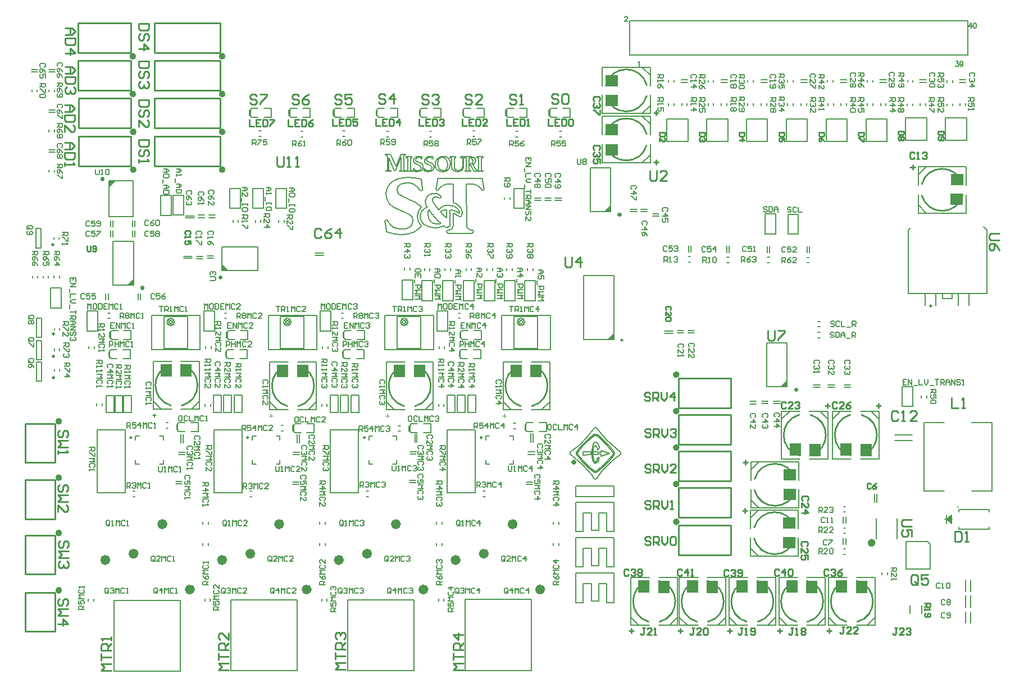
<source format=gto>
%FSAX24Y24*%
%MOIN*%
G70*
G01*
G75*
G04 Layer_Color=65535*
%ADD10O,0.0709X0.0138*%
G04:AMPARAMS|DCode=11|XSize=50mil|YSize=50mil|CornerRadius=6.3mil|HoleSize=0mil|Usage=FLASHONLY|Rotation=90.000|XOffset=0mil|YOffset=0mil|HoleType=Round|Shape=RoundedRectangle|*
%AMROUNDEDRECTD11*
21,1,0.0500,0.0375,0,0,90.0*
21,1,0.0375,0.0500,0,0,90.0*
1,1,0.0125,0.0188,0.0188*
1,1,0.0125,0.0188,-0.0188*
1,1,0.0125,-0.0188,-0.0188*
1,1,0.0125,-0.0188,0.0188*
%
%ADD11ROUNDEDRECTD11*%
%ADD12R,0.0354X0.1457*%
G04:AMPARAMS|DCode=13|XSize=55.1mil|YSize=39.4mil|CornerRadius=4.9mil|HoleSize=0mil|Usage=FLASHONLY|Rotation=270.000|XOffset=0mil|YOffset=0mil|HoleType=Round|Shape=RoundedRectangle|*
%AMROUNDEDRECTD13*
21,1,0.0551,0.0295,0,0,270.0*
21,1,0.0453,0.0394,0,0,270.0*
1,1,0.0098,-0.0148,-0.0226*
1,1,0.0098,-0.0148,0.0226*
1,1,0.0098,0.0148,0.0226*
1,1,0.0098,0.0148,-0.0226*
%
%ADD13ROUNDEDRECTD13*%
G04:AMPARAMS|DCode=14|XSize=39.4mil|YSize=35.4mil|CornerRadius=4.4mil|HoleSize=0mil|Usage=FLASHONLY|Rotation=180.000|XOffset=0mil|YOffset=0mil|HoleType=Round|Shape=RoundedRectangle|*
%AMROUNDEDRECTD14*
21,1,0.0394,0.0266,0,0,180.0*
21,1,0.0305,0.0354,0,0,180.0*
1,1,0.0089,-0.0153,0.0133*
1,1,0.0089,0.0153,0.0133*
1,1,0.0089,0.0153,-0.0133*
1,1,0.0089,-0.0153,-0.0133*
%
%ADD14ROUNDEDRECTD14*%
%ADD15R,0.0300X0.0300*%
G04:AMPARAMS|DCode=16|XSize=39.4mil|YSize=35.4mil|CornerRadius=4.4mil|HoleSize=0mil|Usage=FLASHONLY|Rotation=270.000|XOffset=0mil|YOffset=0mil|HoleType=Round|Shape=RoundedRectangle|*
%AMROUNDEDRECTD16*
21,1,0.0394,0.0266,0,0,270.0*
21,1,0.0305,0.0354,0,0,270.0*
1,1,0.0089,-0.0133,-0.0153*
1,1,0.0089,-0.0133,0.0153*
1,1,0.0089,0.0133,0.0153*
1,1,0.0089,0.0133,-0.0153*
%
%ADD16ROUNDEDRECTD16*%
G04:AMPARAMS|DCode=17|XSize=70.9mil|YSize=45.3mil|CornerRadius=5.7mil|HoleSize=0mil|Usage=FLASHONLY|Rotation=90.000|XOffset=0mil|YOffset=0mil|HoleType=Round|Shape=RoundedRectangle|*
%AMROUNDEDRECTD17*
21,1,0.0709,0.0340,0,0,90.0*
21,1,0.0595,0.0453,0,0,90.0*
1,1,0.0113,0.0170,0.0298*
1,1,0.0113,0.0170,-0.0298*
1,1,0.0113,-0.0170,-0.0298*
1,1,0.0113,-0.0170,0.0298*
%
%ADD17ROUNDEDRECTD17*%
G04:AMPARAMS|DCode=18|XSize=106.3mil|YSize=45.3mil|CornerRadius=5.7mil|HoleSize=0mil|Usage=FLASHONLY|Rotation=0.000|XOffset=0mil|YOffset=0mil|HoleType=Round|Shape=RoundedRectangle|*
%AMROUNDEDRECTD18*
21,1,0.1063,0.0340,0,0,0.0*
21,1,0.0950,0.0453,0,0,0.0*
1,1,0.0113,0.0475,-0.0170*
1,1,0.0113,-0.0475,-0.0170*
1,1,0.0113,-0.0475,0.0170*
1,1,0.0113,0.0475,0.0170*
%
%ADD18ROUNDEDRECTD18*%
%ADD19R,0.1457X0.0354*%
G04:AMPARAMS|DCode=20|XSize=55.1mil|YSize=39.4mil|CornerRadius=4.9mil|HoleSize=0mil|Usage=FLASHONLY|Rotation=180.000|XOffset=0mil|YOffset=0mil|HoleType=Round|Shape=RoundedRectangle|*
%AMROUNDEDRECTD20*
21,1,0.0551,0.0295,0,0,180.0*
21,1,0.0453,0.0394,0,0,180.0*
1,1,0.0098,-0.0226,0.0148*
1,1,0.0098,0.0226,0.0148*
1,1,0.0098,0.0226,-0.0148*
1,1,0.0098,-0.0226,-0.0148*
%
%ADD20ROUNDEDRECTD20*%
%ADD21R,0.0860X0.0640*%
%ADD22R,0.0360X0.0360*%
%ADD23R,0.0360X0.0500*%
G04:AMPARAMS|DCode=24|XSize=31.5mil|YSize=31.5mil|CornerRadius=3.9mil|HoleSize=0mil|Usage=FLASHONLY|Rotation=180.000|XOffset=0mil|YOffset=0mil|HoleType=Round|Shape=RoundedRectangle|*
%AMROUNDEDRECTD24*
21,1,0.0315,0.0236,0,0,180.0*
21,1,0.0236,0.0315,0,0,180.0*
1,1,0.0079,-0.0118,0.0118*
1,1,0.0079,0.0118,0.0118*
1,1,0.0079,0.0118,-0.0118*
1,1,0.0079,-0.0118,-0.0118*
%
%ADD24ROUNDEDRECTD24*%
%ADD25R,0.1380X0.1610*%
%ADD26R,0.0500X0.0160*%
%ADD27R,0.0680X0.0880*%
%ADD28R,0.1043X0.0772*%
%ADD29R,0.0157X0.0500*%
G04:AMPARAMS|DCode=30|XSize=23.6mil|YSize=39.4mil|CornerRadius=3mil|HoleSize=0mil|Usage=FLASHONLY|Rotation=90.000|XOffset=0mil|YOffset=0mil|HoleType=Round|Shape=RoundedRectangle|*
%AMROUNDEDRECTD30*
21,1,0.0236,0.0335,0,0,90.0*
21,1,0.0177,0.0394,0,0,90.0*
1,1,0.0059,0.0167,0.0089*
1,1,0.0059,0.0167,-0.0089*
1,1,0.0059,-0.0167,-0.0089*
1,1,0.0059,-0.0167,0.0089*
%
%ADD30ROUNDEDRECTD30*%
%ADD31R,0.1250X0.0800*%
%ADD32R,0.0710X0.0440*%
%ADD33R,0.0551X0.0827*%
%ADD34R,0.0748X0.0787*%
%ADD35R,0.0748X0.0512*%
%ADD36R,0.0965X0.0965*%
%ADD37R,0.0100X0.0591*%
%ADD38R,0.0591X0.0100*%
%ADD39O,0.0157X0.0591*%
%ADD40R,0.0161X0.0540*%
%ADD41R,0.0790X0.0740*%
G04:AMPARAMS|DCode=42|XSize=330mil|YSize=420mil|CornerRadius=41.3mil|HoleSize=0mil|Usage=FLASHONLY|Rotation=270.000|XOffset=0mil|YOffset=0mil|HoleType=Round|Shape=RoundedRectangle|*
%AMROUNDEDRECTD42*
21,1,0.3300,0.3375,0,0,270.0*
21,1,0.2475,0.4200,0,0,270.0*
1,1,0.0825,-0.1688,-0.1238*
1,1,0.0825,-0.1688,0.1238*
1,1,0.0825,0.1688,0.1238*
1,1,0.0825,0.1688,-0.1238*
%
%ADD42ROUNDEDRECTD42*%
G04:AMPARAMS|DCode=43|XSize=120mil|YSize=40mil|CornerRadius=5mil|HoleSize=0mil|Usage=FLASHONLY|Rotation=270.000|XOffset=0mil|YOffset=0mil|HoleType=Round|Shape=RoundedRectangle|*
%AMROUNDEDRECTD43*
21,1,0.1200,0.0300,0,0,270.0*
21,1,0.1100,0.0400,0,0,270.0*
1,1,0.0100,-0.0150,-0.0550*
1,1,0.0100,-0.0150,0.0550*
1,1,0.0100,0.0150,0.0550*
1,1,0.0100,0.0150,-0.0550*
%
%ADD43ROUNDEDRECTD43*%
%ADD44O,0.0591X0.0157*%
%ADD45O,0.0591X0.0157*%
%ADD46C,0.0080*%
%ADD47C,0.0100*%
%ADD48C,0.0150*%
%ADD49C,0.1000*%
%ADD50C,0.0500*%
%ADD51C,0.0350*%
%ADD52C,0.0450*%
%ADD53C,0.0200*%
%ADD54C,0.0600*%
%ADD55C,0.0300*%
%ADD56C,0.0400*%
%ADD57C,0.0250*%
%ADD58C,0.2087*%
%ADD59C,0.0600*%
%ADD60C,0.0900*%
%ADD61O,0.0650X0.0900*%
%ADD62C,0.0800*%
%ADD63O,0.0413X0.0591*%
%ADD64O,0.0591X0.0787*%
G04:AMPARAMS|DCode=65|XSize=78.7mil|YSize=59.1mil|CornerRadius=7.4mil|HoleSize=0mil|Usage=FLASHONLY|Rotation=90.000|XOffset=0mil|YOffset=0mil|HoleType=Round|Shape=RoundedRectangle|*
%AMROUNDEDRECTD65*
21,1,0.0787,0.0443,0,0,90.0*
21,1,0.0640,0.0591,0,0,90.0*
1,1,0.0148,0.0221,0.0320*
1,1,0.0148,0.0221,-0.0320*
1,1,0.0148,-0.0221,-0.0320*
1,1,0.0148,-0.0221,0.0320*
%
%ADD65ROUNDEDRECTD65*%
G04:AMPARAMS|DCode=66|XSize=78.7mil|YSize=78.7mil|CornerRadius=19.7mil|HoleSize=0mil|Usage=FLASHONLY|Rotation=0.000|XOffset=0mil|YOffset=0mil|HoleType=Round|Shape=RoundedRectangle|*
%AMROUNDEDRECTD66*
21,1,0.0787,0.0394,0,0,0.0*
21,1,0.0394,0.0787,0,0,0.0*
1,1,0.0394,0.0197,-0.0197*
1,1,0.0394,-0.0197,-0.0197*
1,1,0.0394,-0.0197,0.0197*
1,1,0.0394,0.0197,0.0197*
%
%ADD66ROUNDEDRECTD66*%
%ADD67C,0.0591*%
G04:AMPARAMS|DCode=68|XSize=59.1mil|YSize=59.1mil|CornerRadius=7.4mil|HoleSize=0mil|Usage=FLASHONLY|Rotation=0.000|XOffset=0mil|YOffset=0mil|HoleType=Round|Shape=RoundedRectangle|*
%AMROUNDEDRECTD68*
21,1,0.0591,0.0443,0,0,0.0*
21,1,0.0443,0.0591,0,0,0.0*
1,1,0.0148,0.0221,-0.0221*
1,1,0.0148,-0.0221,-0.0221*
1,1,0.0148,-0.0221,0.0221*
1,1,0.0148,0.0221,0.0221*
%
%ADD68ROUNDEDRECTD68*%
%ADD69C,0.0394*%
%ADD70O,0.0591X0.0413*%
%ADD71O,0.0600X0.0800*%
%ADD72O,0.0550X0.0800*%
%ADD73C,0.0300*%
%ADD74C,0.0250*%
%ADD75C,0.0290*%
%ADD76C,0.0310*%
%ADD77C,0.0360*%
%ADD78C,0.0350*%
%ADD79C,0.0098*%
%ADD80C,0.0197*%
%ADD81C,0.0060*%
%ADD82C,0.0050*%
%ADD83C,0.0236*%
%ADD84C,0.0070*%
%ADD85C,0.0079*%
%ADD86C,0.0075*%
%ADD87C,0.0090*%
%ADD88C,0.0040*%
%ADD89R,0.0669X0.0738*%
%ADD90R,0.0650X0.0768*%
%ADD91R,0.0738X0.0669*%
%ADD92R,0.0768X0.0650*%
G36*
X023524Y061909D02*
X023130D01*
X023524Y062303D01*
Y061909D01*
D02*
G37*
G36*
X052039Y058661D02*
X051645D01*
X052039Y059055D01*
Y058661D01*
D02*
G37*
G36*
X062303Y055866D02*
X061909D01*
X062303Y056260D01*
Y055866D01*
D02*
G37*
G36*
X022057Y067707D02*
Y068100D01*
X022451D01*
X022057Y067707D01*
D02*
G37*
G36*
X051831Y066260D02*
X051437D01*
X051831Y066654D01*
Y066260D01*
D02*
G37*
G36*
X029163Y062766D02*
X028770D01*
Y063159D01*
X029163Y062766D01*
D02*
G37*
D46*
X049637Y051311D02*
X049696Y051334D01*
X049719Y051387D01*
X049696Y051441D02*
X049719Y051387D01*
X049637Y051464D02*
X049696Y051441D01*
X049578D02*
X049637Y051464D01*
X049555Y051387D02*
X049578Y051441D01*
X049555Y051387D02*
X049555D01*
X049555D02*
X049578Y051334D01*
X049637Y051311D01*
X049558Y051313D02*
X049637Y051280D01*
X049530Y051387D02*
X049558Y051313D01*
X049530Y051387D02*
X049558Y051462D01*
X049637Y051494D01*
X049716Y051462D01*
X049744Y051387D01*
X049716Y051313D02*
X049744Y051387D01*
X049637Y051280D02*
X049716Y051313D01*
X049580Y051405D02*
X049628D01*
X049580D02*
Y051430D01*
X049694D01*
Y051387D02*
Y051430D01*
X049660Y051340D02*
X049694Y051387D01*
X049630Y051367D02*
X049660Y051340D01*
X049580Y051338D02*
X049630Y051367D01*
X049580Y051338D02*
Y051367D01*
X049628Y051393D01*
Y051405D01*
X049647Y051383D02*
Y051405D01*
Y051383D02*
X049662Y051366D01*
X049675Y051388D01*
Y051405D01*
X049647D02*
X049675D01*
X050660Y051836D02*
X050661Y051994D01*
X050638Y051832D02*
X050660Y051836D01*
X050185Y051812D02*
X050638Y051832D01*
X050185Y051812D02*
X050186Y052017D01*
X050661Y051994D01*
X051116Y052395D02*
X051162Y052250D01*
X051067Y052103D02*
X051162Y052250D01*
X051047Y052177D02*
X051067Y052103D01*
X051021Y052249D02*
X051047Y052177D01*
X050979Y052313D02*
X051021Y052249D01*
X050915Y052358D02*
X050979Y052313D01*
X050830Y052298D02*
X050915Y052358D01*
X050790Y052197D02*
X050830Y052298D01*
X050752Y051850D02*
X050790Y052197D01*
X050752Y051850D02*
X050817Y051510D01*
X050860Y051442D01*
X050929Y051410D01*
X051001Y051459D01*
X051040Y051540D01*
X051020Y051629D02*
X051040Y051540D01*
X051020Y051629D02*
X051150Y051676D01*
X051081Y051386D02*
X051150Y051676D01*
X051079Y051386D02*
X051081D01*
X051062Y051448D02*
X051079Y051386D01*
X051058Y051448D02*
X051062D01*
X051001Y051360D02*
X051058Y051448D01*
X050910Y051313D02*
X051001Y051360D01*
X050808Y051383D02*
X050910Y051313D01*
X050751Y051498D02*
X050808Y051383D01*
X050688Y051978D02*
X050751Y051498D01*
X050688Y051978D02*
X050787Y052446D01*
X050835Y052524D01*
X050909Y052578D01*
X050981Y052566D01*
X051038Y052521D01*
X051082Y052459D01*
X051116Y052395D01*
X051749Y051912D02*
Y051915D01*
X051255Y051732D02*
X051749Y051912D01*
X051253Y051856D02*
X051255Y051732D01*
X051238Y051859D02*
X051253Y051856D01*
X050795Y051841D02*
X051238Y051859D01*
X050788Y051841D02*
X050795D01*
X050787Y051988D02*
X050788Y051841D01*
X050787Y051988D02*
X050792Y051991D01*
X051248Y051971D01*
X051252D01*
X051255Y052084D01*
X051659Y051943D01*
X051749Y051915D01*
X051952Y051981D02*
X051976Y051905D01*
X051957Y051834D02*
X051976Y051905D01*
X051914Y051767D02*
X051957Y051834D01*
X051867Y051704D02*
X051914Y051767D01*
X051465Y051258D02*
X051867Y051704D01*
X051008Y050877D02*
X051465Y051258D01*
X050933Y050849D02*
X051008Y050877D01*
X050854Y050862D02*
X050933Y050849D01*
X050580Y051071D02*
X050854Y050862D01*
X050575Y051071D02*
X050580D01*
X050282Y051357D02*
X050575Y051071D01*
X050010Y051662D02*
X050282Y051357D01*
X049954Y051738D02*
X050010Y051662D01*
X049898Y051816D02*
X049954Y051738D01*
X049869Y051898D02*
X049898Y051816D01*
X049869Y051898D02*
X049896Y051991D01*
X050262Y052430D01*
X050684Y052826D01*
X050776Y052898D01*
X050875Y052961D01*
X050945Y052970D01*
X051007Y052946D01*
X051064Y052905D01*
X051120Y052862D01*
X051568Y052449D01*
X051952Y051981D01*
X052014Y052018D02*
X052048Y051938D01*
X052041Y051855D02*
X052048Y051938D01*
X052006Y051775D02*
X052041Y051855D01*
X051955Y051704D02*
X052006Y051775D01*
X051730Y051440D02*
X051955Y051704D01*
X051721Y051425D02*
X051730Y051440D01*
X051390Y051101D02*
X051721Y051425D01*
X051032Y050817D02*
X051390Y051101D01*
X050963Y050782D02*
X051032Y050817D01*
X050883Y050779D02*
X050963Y050782D01*
X050684Y050901D02*
X050883Y050779D01*
X050499Y051056D02*
X050684Y050901D01*
X050153Y051399D02*
X050499Y051056D01*
X049847Y051772D02*
X050153Y051399D01*
X049801Y051862D02*
X049847Y051772D01*
X049801Y051862D02*
X049805Y051959D01*
X049994Y052229D01*
X050220Y052482D01*
X050512Y052769D01*
X050833Y053020D01*
X050942Y053048D01*
X051048Y052999D01*
X051145Y052928D01*
X051470Y052641D01*
X051772Y052323D01*
X051792Y052301D01*
X052014Y052018D01*
X052245Y051721D02*
X052408Y051836D01*
X052435Y051883D01*
X052436Y051934D01*
X052411Y051981D02*
X052436Y051934D01*
X052140Y052189D02*
X052411Y051981D01*
X051550Y052731D02*
X052140Y052189D01*
X051047Y053347D02*
X051550Y052731D01*
X051006Y053403D02*
X051047Y053347D01*
X050951Y053442D02*
X051006Y053403D01*
X050897Y053438D02*
X050951Y053442D01*
X050854Y053408D02*
X050897Y053438D01*
X050466Y052905D02*
X050854Y053408D01*
X050014Y052441D02*
X050466Y052905D01*
X049853Y052296D02*
X050014Y052441D01*
X049502Y052030D02*
X049853Y052296D01*
X049456Y052002D02*
X049502Y052030D01*
X049421Y051963D02*
X049456Y052002D01*
X049421Y051866D02*
Y051963D01*
Y051866D02*
X049450Y051837D01*
X050164Y051236D01*
X050775Y050523D01*
X050805Y050479D01*
X050833Y050431D01*
X050869Y050392D01*
X050920Y050375D01*
X051018Y050434D01*
X051020Y050443D01*
X051303Y050820D01*
X051623Y051173D01*
X051887Y051425D01*
X052245Y051721D01*
X049744Y043051D02*
Y044800D01*
Y043051D02*
X050189D01*
Y044164D01*
X050675D01*
Y043140D02*
Y044164D01*
Y043140D02*
X051121D01*
Y044164D01*
X051594D01*
Y043051D02*
Y044164D01*
Y043051D02*
X052039D01*
Y044800D01*
X049744D02*
X052039D01*
X049744Y045156D02*
Y046905D01*
Y045156D02*
X050189D01*
Y046269D01*
X050675D01*
Y045245D02*
Y046269D01*
Y045245D02*
X051121D01*
Y046269D01*
X051594D01*
Y045156D02*
Y046269D01*
Y045156D02*
X052039D01*
Y046905D01*
X049744D02*
X052039D01*
X049744Y047260D02*
Y049009D01*
Y047260D02*
X050189D01*
Y048373D01*
X050675D01*
Y047350D02*
Y048373D01*
Y047350D02*
X051121D01*
Y048373D01*
X051594D01*
Y047260D02*
Y048373D01*
Y047260D02*
X052039D01*
Y049009D01*
X049744D02*
X052039D01*
X049744Y049979D02*
X052039D01*
X049744Y049343D02*
Y049979D01*
Y049343D02*
X052039D01*
Y049979D01*
X042843Y066186D02*
X042853Y066226D01*
X042818Y066184D02*
X042843Y066186D01*
X042807Y066191D02*
X042818Y066184D01*
X042593Y066313D02*
X042807Y066191D01*
X042340Y066381D02*
X042593Y066313D01*
X042310Y066369D02*
X042340Y066381D01*
X042300Y066347D02*
X042310Y066369D01*
X042300Y066314D02*
Y066347D01*
Y066227D02*
Y066314D01*
Y066102D02*
Y066227D01*
Y065958D02*
Y066102D01*
Y065812D02*
Y065958D01*
Y065681D02*
Y065812D01*
Y065583D02*
Y065681D01*
Y065534D02*
Y065583D01*
X042299Y065485D02*
X042300Y065534D01*
X042283Y065416D02*
X042299Y065485D01*
X042235Y065354D02*
X042283Y065416D01*
X042133Y065327D02*
X042235Y065354D01*
X042046Y065341D02*
X042133Y065327D01*
X041981Y065374D02*
X042046Y065341D01*
X041936Y065408D02*
X041981Y065374D01*
X041911Y065429D02*
X041936Y065408D01*
X041798Y065382D02*
X041911Y065429D01*
X041671Y065343D02*
X041798Y065382D01*
X041530Y065317D02*
X041671Y065343D01*
X041376Y065307D02*
X041530Y065317D01*
X041023Y065354D02*
X041376Y065307D01*
X040758Y065488D02*
X041023Y065354D01*
X040591Y065697D02*
X040758Y065488D01*
X040533Y065967D02*
X040591Y065697D01*
X040533Y065967D02*
X040560Y066157D01*
X040639Y066318D01*
X040768Y066441D01*
X040948Y066519D01*
X040906Y066595D02*
X040948Y066519D01*
X040905Y066595D02*
X040906Y066595D01*
X040856Y066723D02*
X040905Y066595D01*
X040838Y066856D02*
X040856Y066723D01*
X040838Y066856D02*
X040848Y066961D01*
X040877Y067055D01*
X040923Y067137D01*
X040985Y067206D01*
X041061Y067262D01*
X041150Y067302D01*
X041250Y067327D01*
X041360Y067335D01*
X041485Y067322D01*
X041580Y067292D01*
X041647Y067257D01*
X041684Y067231D01*
X041717Y067201D01*
X041744Y067164D01*
X041756Y067124D01*
X041742Y067086D02*
X041756Y067124D01*
X041686Y067061D02*
X041742Y067086D01*
X041628D02*
X041686Y067061D01*
X041544Y067124D02*
X041628Y067086D01*
X041429Y067135D02*
X041544Y067124D01*
X041330Y067093D02*
X041429Y067135D01*
X041267Y067010D02*
X041330Y067093D01*
X041255Y066899D02*
X041267Y067010D01*
X041255Y066899D02*
X041309Y066776D01*
X041317Y066766D01*
X041318D01*
X041321Y066761D01*
X041380Y066688D01*
X041466Y066580D01*
X041555Y066469D01*
X041623Y066383D01*
X041635Y066369D01*
X041731Y066475D01*
X041861Y066563D01*
X042020Y066622D01*
X042206Y066644D01*
X042442Y066610D01*
X042634Y066519D01*
X042774Y066386D01*
X042853Y066226D01*
X041521Y065525D02*
X041664Y065545D01*
X041763Y065578D01*
X041568Y065751D02*
X041763Y065578D01*
X041397Y065924D02*
X041568Y065751D01*
X041229Y066122D02*
X041397Y065924D01*
X041041Y066367D02*
X041229Y066122D01*
X040997Y066261D02*
X041041Y066367D01*
X040977Y066121D02*
X040997Y066261D01*
X040977Y066121D02*
X041016Y065880D01*
X041129Y065691D01*
X041301Y065569D01*
X041521Y065525D01*
X042078Y066333D02*
Y066336D01*
X042066Y066369D02*
X042078Y066336D01*
X042043Y066380D02*
X042066Y066369D01*
X041870Y066342D02*
X042043Y066380D01*
X041713Y066277D02*
X041870Y066342D01*
X041713Y066277D02*
X041713Y066277D01*
X041712Y066276D02*
X041713Y066277D01*
X041712Y066276D02*
X041898Y066070D01*
X042078Y065892D01*
Y066331D01*
X042078Y066331D02*
X042078Y066331D01*
X042078Y066331D02*
X042078Y066333D01*
X039637Y068710D02*
X039673D01*
Y068662D02*
Y068710D01*
X039295Y068662D02*
X039673D01*
X039295D02*
Y068710D01*
X039348D01*
X039382Y068721D01*
X039390Y068742D01*
Y069500D01*
X039045Y068707D02*
X039390Y069500D01*
X038999Y068707D02*
X039045D01*
X038649Y069471D02*
X038999Y068707D01*
X038647Y069443D02*
X038649Y069471D01*
X038646Y069413D02*
X038647Y069443D01*
X038645Y069357D02*
X038646Y069413D01*
X038644Y069250D02*
X038645Y069357D01*
X038644Y069053D02*
Y069250D01*
Y069053D02*
X038646Y068917D01*
X038652Y068806D01*
X038657Y068753D01*
X038667Y068725D01*
X038689Y068712D01*
X038730Y068710D01*
X038782D01*
Y068662D02*
Y068710D01*
X038485Y068662D02*
X038782D01*
X038485D02*
Y068710D01*
X038540D01*
X038574Y068716D01*
X038582Y068735D01*
Y068835D01*
Y068860D01*
X038582Y068881D01*
X038582Y068917D01*
X038583Y068984D01*
Y069337D01*
X038585Y069372D01*
Y069407D01*
X038580Y069518D02*
X038585Y069407D01*
X038564Y069585D02*
X038580Y069518D01*
X038532Y069619D02*
X038564Y069585D01*
X038478Y069627D02*
X038532Y069619D01*
X038454Y069627D02*
X038478D01*
X038454D02*
Y069681D01*
X038745D01*
X039087Y068952D01*
X039102Y068987D01*
X039122Y069036D01*
X039149Y069100D01*
X039160Y069126D01*
X039173Y069155D01*
X039185Y069183D01*
X039197Y069210D01*
X039295Y069441D01*
X039319Y069495D01*
X039333Y069528D01*
X039345Y069556D01*
X039360Y069593D01*
X039382Y069643D01*
X039400Y069681D01*
X039650D01*
Y069627D02*
Y069681D01*
X039598Y069627D02*
X039650D01*
X039562Y069609D02*
X039598Y069627D01*
X039558Y069586D02*
X039562Y069609D01*
X039558Y069577D02*
Y069586D01*
Y069534D02*
Y069577D01*
Y069053D02*
Y069534D01*
Y069053D02*
X039559Y068945D01*
X039561Y068851D01*
X039566Y068771D01*
X039575Y068729D01*
X039596Y068712D01*
X039637Y068710D01*
X044228Y068707D02*
X044261D01*
Y068662D02*
Y068707D01*
X043780Y068662D02*
X044261D01*
X043746Y068665D02*
X043780Y068662D01*
X043728Y068674D02*
X043746Y068665D01*
X043702Y068704D02*
X043728Y068674D01*
X043665Y068755D02*
X043702Y068704D01*
X043616Y068830D02*
X043665Y068755D01*
X043583Y068887D02*
X043616Y068830D01*
X043564Y068923D02*
X043583Y068887D01*
X043546Y068958D02*
X043564Y068923D01*
X043528Y068993D02*
X043546Y068958D01*
X043493Y069050D02*
X043528Y068993D01*
X043455Y069050D02*
X043493D01*
X043410Y069053D02*
X043455Y069050D01*
X043410Y068993D02*
Y069053D01*
Y068993D02*
X043411Y068923D01*
X043413Y068846D01*
X043415Y068766D01*
X043422Y068725D01*
X043441Y068710D01*
X043476Y068707D01*
X043520D01*
Y068662D02*
Y068707D01*
X043175Y068662D02*
X043520D01*
X043175D02*
Y068707D01*
X043220D01*
X043251Y068720D01*
X043255Y068758D01*
Y069194D01*
X043254Y069262D02*
X043255Y069194D01*
X043252Y069341D02*
X043254Y069262D01*
X043250Y069421D02*
X043252Y069341D01*
X043242Y069462D02*
X043250Y069421D01*
X043223Y069477D02*
X043242Y069462D01*
X043186Y069479D02*
X043223Y069477D01*
X043137Y069479D02*
X043186D01*
X043105Y069464D02*
X043137Y069479D01*
X043102Y069444D02*
X043105Y069464D01*
X043102Y069437D02*
Y069444D01*
Y069401D02*
Y069437D01*
Y069036D02*
Y069401D01*
X043098Y068933D02*
X043102Y069036D01*
X043084Y068854D02*
X043098Y068933D01*
X043058Y068792D02*
X043084Y068854D01*
X043018Y068740D02*
X043058Y068792D01*
X042896Y068663D02*
X043018Y068740D01*
X042736Y068636D02*
X042896Y068663D01*
X042588Y068659D02*
X042736Y068636D01*
X042475Y068723D02*
X042588Y068659D01*
X042438Y068767D02*
X042475Y068723D01*
X042414Y068821D02*
X042438Y068767D01*
X042402Y068895D02*
X042414Y068821D01*
X042399Y068996D02*
X042402Y068895D01*
X042399Y068996D02*
Y069194D01*
X042398Y069263D02*
X042399Y069194D01*
X042396Y069341D02*
X042398Y069263D01*
X042394Y069421D02*
X042396Y069341D01*
X042386Y069462D02*
X042394Y069421D01*
X042367Y069477D02*
X042386Y069462D01*
X042330Y069479D02*
X042367Y069477D01*
X042293Y069479D02*
X042330D01*
X042293D02*
Y069525D01*
X042634D01*
Y069479D02*
Y069525D01*
X042589Y069479D02*
X042634D01*
X042557Y069464D02*
X042589Y069479D01*
X042554Y069444D02*
X042557Y069464D01*
X042554Y069437D02*
Y069444D01*
Y069401D02*
Y069437D01*
Y069047D02*
Y069401D01*
Y069047D02*
X042555Y068957D01*
X042560Y068892D01*
X042570Y068843D01*
X042586Y068803D01*
X042663Y068727D01*
X042784Y068700D01*
X042910Y068725D01*
X042997Y068797D01*
X043022Y068840D01*
X043037Y068891D01*
X043044Y068960D01*
X043047Y069059D01*
Y069194D01*
X043046Y069262D02*
X043047Y069194D01*
X043044Y069341D02*
X043046Y069262D01*
X043041Y069421D02*
X043044Y069341D01*
X043034Y069462D02*
X043041Y069421D01*
X043014Y069477D02*
X043034Y069462D01*
X042978Y069479D02*
X043014Y069477D01*
X042931Y069479D02*
X042978D01*
X042931D02*
Y069525D01*
X043511D01*
X043637Y069512D01*
X043728Y069468D01*
X043795Y069389D01*
X043819Y069287D01*
X043805Y069211D02*
X043819Y069287D01*
X043767Y069150D02*
X043805Y069211D01*
X043707Y069106D02*
X043767Y069150D01*
X043627Y069081D02*
X043707Y069106D01*
X043627Y069081D02*
X043691Y068985D01*
X043734Y068920D01*
X043759Y068881D01*
X043779Y068854D01*
X043803Y068821D01*
X043847Y068765D01*
X043880Y068731D01*
X043908Y068713D01*
X043935Y068707D01*
X043969D01*
X043998Y068715D01*
X044004Y068729D01*
Y068736D01*
Y068775D01*
Y069194D01*
X044003Y069261D02*
X044004Y069194D01*
X044002Y069341D02*
X044003Y069261D01*
X043999Y069421D02*
X044002Y069341D01*
X043992Y069462D02*
X043999Y069421D01*
X043973Y069477D02*
X043992Y069462D01*
X043936Y069479D02*
X043973Y069477D01*
X043889Y069479D02*
X043936D01*
X043889D02*
Y069525D01*
X044241D01*
Y069479D02*
Y069525D01*
X044194Y069479D02*
X044241D01*
X044166Y069470D02*
X044194Y069479D01*
X044161Y069460D02*
X044166Y069470D01*
X044159Y069444D02*
X044161Y069460D01*
X044159Y069437D02*
Y069444D01*
Y069401D02*
Y069437D01*
Y068993D02*
Y069401D01*
Y068993D02*
X044160Y068924D01*
X044162Y068846D01*
X044165Y068766D01*
X044172Y068725D01*
X044191Y068710D01*
X044228Y068707D01*
X043458Y069099D02*
X043545Y069111D01*
X043610Y069144D01*
X043651Y069197D01*
X043665Y069269D01*
X043636Y069377D02*
X043665Y069269D01*
X043557Y069452D02*
X043636Y069377D01*
X043512Y069468D02*
X043557Y069452D01*
X043449Y069471D02*
X043512Y069468D01*
X043416Y069461D02*
X043449Y069471D01*
X043410Y069448D02*
X043416Y069461D01*
X043410Y069100D02*
Y069448D01*
Y069100D02*
X043442Y069099D01*
X043458Y069099D01*
X042279Y069292D02*
X042310Y069108D01*
X042192Y069431D02*
X042279Y069292D01*
X042055Y069520D02*
X042192Y069431D01*
X041875Y069550D02*
X042055Y069520D01*
X041777Y069541D02*
X041875Y069550D01*
X041688Y069515D02*
X041777Y069541D01*
X041608Y069473D02*
X041688Y069515D01*
X041540Y069416D02*
X041608Y069473D01*
X041484Y069347D02*
X041540Y069416D01*
X041443Y069265D02*
X041484Y069347D01*
X041417Y069174D02*
X041443Y069265D01*
X041408Y069073D02*
X041417Y069174D01*
X041408Y069073D02*
X041439Y068893D01*
X041527Y068755D01*
X041665Y068667D01*
X041847Y068636D01*
X041943Y068645D01*
X042032Y068671D01*
X042111Y068713D01*
X042179Y068770D01*
X042234Y068839D01*
X042275Y068919D01*
X042301Y069009D01*
X042310Y069108D01*
X041565Y069142D02*
X041583Y069294D01*
X041636Y069406D01*
X041720Y069477D01*
X041834Y069501D01*
X041963Y069468D01*
X042063Y069373D01*
X042129Y069227D01*
X042152Y069041D01*
X042134Y068893D02*
X042152Y069041D01*
X042081Y068781D02*
X042134Y068893D01*
X041998Y068710D02*
X042081Y068781D01*
X041888Y068685D02*
X041998Y068710D01*
X041757Y068719D02*
X041888Y068685D01*
X041655Y068813D02*
X041757Y068719D01*
X041589Y068957D02*
X041655Y068813D01*
X041565Y069142D02*
X041589Y068957D01*
X041273Y069525D02*
X041278Y069429D01*
X041197Y069544D02*
X041273Y069525D01*
X041107Y069550D02*
X041197Y069544D01*
X040977Y069531D02*
X041107Y069550D01*
X040874Y069478D02*
X040977Y069531D01*
X040807Y069397D02*
X040874Y069478D01*
X040783Y069293D02*
X040807Y069397D01*
X040783Y069293D02*
X040795Y069217D01*
X040832Y069153D01*
X040895Y069101D01*
X040984Y069058D01*
X041053Y069033D01*
X041129Y068999D01*
X041181Y068961D01*
X041210Y068916D01*
X041220Y068863D01*
X041204Y068794D02*
X041220Y068863D01*
X041162Y068740D02*
X041204Y068794D01*
X041097Y068705D02*
X041162Y068740D01*
X041015Y068692D02*
X041097Y068705D01*
X040943Y068700D02*
X041015Y068692D01*
X040879Y068723D02*
X040943Y068700D01*
X040831Y068757D02*
X040879Y068723D01*
X040803Y068799D02*
X040831Y068757D01*
X040793Y068821D02*
X040803Y068799D01*
X040779Y068826D02*
X040793Y068821D01*
X040759Y068807D02*
X040779Y068826D01*
X040759Y068807D02*
X040760Y068797D01*
X040764Y068769D01*
X040783Y068675D01*
X041008Y068636D01*
X041144Y068657D01*
X041251Y068716D01*
X041322Y068804D01*
X041348Y068917D01*
X041335Y069001D02*
X041348Y068917D01*
X041295Y069069D02*
X041335Y069001D01*
X041224Y069126D02*
X041295Y069069D01*
X041121Y069174D02*
X041224Y069126D01*
X041053Y069200D02*
X041121Y069174D01*
X040983Y069230D02*
X041053Y069200D01*
X040938Y069263D02*
X040983Y069230D01*
X040913Y069302D02*
X040938Y069263D01*
X040905Y069350D02*
X040913Y069302D01*
X040905Y069350D02*
X040919Y069408D01*
X040956Y069454D01*
X041013Y069484D01*
X041084Y069495D01*
X041189Y069472D01*
X041239Y069416D01*
X041260Y069394D01*
X041278Y069416D01*
Y069429D01*
X040629Y069525D02*
X040634Y069429D01*
X040553Y069544D02*
X040629Y069525D01*
X040463Y069550D02*
X040553Y069544D01*
X040333Y069531D02*
X040463Y069550D01*
X040230Y069478D02*
X040333Y069531D01*
X040163Y069397D02*
X040230Y069478D01*
X040139Y069293D02*
X040163Y069397D01*
X040139Y069293D02*
X040151Y069217D01*
X040188Y069153D01*
X040251Y069101D01*
X040340Y069058D01*
X040409Y069033D01*
X040485Y068999D01*
X040537Y068961D01*
X040566Y068916D01*
X040576Y068863D01*
X040560Y068794D02*
X040576Y068863D01*
X040518Y068740D02*
X040560Y068794D01*
X040453Y068705D02*
X040518Y068740D01*
X040371Y068692D02*
X040453Y068705D01*
X040299Y068700D02*
X040371Y068692D01*
X040235Y068723D02*
X040299Y068700D01*
X040187Y068757D02*
X040235Y068723D01*
X040159Y068799D02*
X040187Y068757D01*
X040149Y068821D02*
X040159Y068799D01*
X040135Y068826D02*
X040149Y068821D01*
X040115Y068807D02*
X040135Y068826D01*
X040115Y068807D02*
X040116Y068797D01*
X040121Y068769D01*
X040139Y068675D01*
X040364Y068636D01*
X040500Y068657D01*
X040607Y068716D01*
X040678Y068804D01*
X040704Y068917D01*
X040691Y069001D02*
X040704Y068917D01*
X040651Y069069D02*
X040691Y069001D01*
X040580Y069126D02*
X040651Y069069D01*
X040477Y069174D02*
X040580Y069126D01*
X040409Y069200D02*
X040477Y069174D01*
X040339Y069230D02*
X040409Y069200D01*
X040294Y069263D02*
X040339Y069230D01*
X040269Y069302D02*
X040294Y069263D01*
X040262Y069350D02*
X040269Y069302D01*
X040262Y069350D02*
X040275Y069408D01*
X040312Y069454D01*
X040369Y069484D01*
X040440Y069495D01*
X040545Y069472D01*
X040595Y069416D01*
X040616Y069394D01*
X040634Y069416D01*
Y069429D01*
X039795Y068775D02*
Y068808D01*
Y068736D02*
Y068775D01*
Y068729D02*
Y068736D01*
X039788Y068714D02*
X039795Y068729D01*
X039760Y068707D02*
X039788Y068714D01*
X039715Y068707D02*
X039760D01*
X039715Y068662D02*
Y068707D01*
Y068662D02*
X040065D01*
Y068707D01*
X040018D02*
X040065D01*
X039982Y068710D02*
X040018Y068707D01*
X039963Y068725D02*
X039982Y068710D01*
X039955Y068766D02*
X039963Y068725D01*
X039953Y068846D02*
X039955Y068766D01*
X039951Y068924D02*
X039953Y068846D01*
X039950Y068993D02*
X039951Y068924D01*
X039950Y068993D02*
Y069252D01*
Y069378D01*
Y069401D01*
Y069437D01*
Y069444D01*
X039954Y069464D01*
X039985Y069479D01*
X040031D01*
Y069525D01*
X039697D02*
X040031D01*
X039697Y069479D02*
Y069525D01*
Y069479D02*
X039726D01*
X039763Y069477D01*
X039782Y069462D01*
X039790Y069421D01*
X039792Y069341D01*
X039794Y069261D01*
X039795Y069194D01*
Y068936D02*
Y069194D01*
Y068860D02*
Y068936D01*
Y068808D02*
Y068860D01*
X044207Y068242D02*
X044223Y068145D01*
X044259Y067928D01*
X044295Y067707D01*
X044311Y067596D01*
X044288Y067543D02*
X044311Y067596D01*
X044229Y067524D02*
X044288Y067543D01*
X044198Y067530D02*
X044229Y067524D01*
X044175Y067551D02*
X044198Y067530D01*
X044150Y067590D02*
X044175Y067551D01*
X044109Y067648D02*
X044150Y067590D01*
X044002Y067766D02*
X044109Y067648D01*
X043868Y067847D02*
X044002Y067766D01*
X043689Y067893D02*
X043868Y067847D01*
X043441Y067908D02*
X043689Y067893D01*
X043270Y067910D02*
X043441Y067908D01*
X043270Y067910D02*
X043294Y065471D01*
Y065459D02*
Y065471D01*
Y065459D02*
X043296Y065426D01*
X043304Y065381D01*
X043319Y065328D01*
X043347Y065275D01*
X043389Y065228D01*
X043449Y065194D01*
X043530Y065179D01*
X043586Y065173D01*
X043600Y065171D01*
X043630Y065160D01*
X043660Y065131D01*
X043673Y065078D01*
X043660Y065023D02*
X043673Y065078D01*
X043630Y064994D02*
X043660Y065023D01*
X043600Y064983D02*
X043630Y064994D01*
X043586Y064981D02*
X043600Y064983D01*
X042191Y064981D02*
X043586D01*
X042177Y064983D02*
X042191Y064981D01*
X042147Y064994D02*
X042177Y064983D01*
X042117Y065023D02*
X042147Y064994D01*
X042104Y065078D02*
X042117Y065023D01*
X042104Y065078D02*
X042117Y065131D01*
X042147Y065160D01*
X042177Y065171D01*
X042191Y065173D01*
X042248Y065179D01*
X042324Y065196D01*
X042382Y065230D01*
X042424Y065275D01*
X042452Y065327D01*
X042470Y065382D01*
X042479Y065436D01*
X042483Y065483D01*
X042483Y065520D01*
X042483Y065591D02*
X042483Y065520D01*
X042483Y065591D02*
Y065740D01*
X042483Y065939D02*
X042483Y065740D01*
X042483Y066160D02*
X042483Y065939D01*
X042483Y066160D02*
X042588Y066121D01*
X042697Y066064D01*
X042789Y066011D01*
X042846Y065981D01*
X042915Y065975D01*
X042966Y066007D01*
X043000Y066062D01*
X043021Y066154D01*
X043019Y066242D02*
X043021Y066154D01*
X042992Y066359D02*
X043019Y066242D01*
X042914Y066511D02*
X042992Y066359D01*
X042800Y066633D02*
X042914Y066511D01*
X042655Y066726D02*
X042800Y066633D01*
X042484Y066788D02*
X042655Y066726D01*
X042484Y066788D02*
X042500Y067910D01*
X042336Y067908D02*
X042500Y067910D01*
X042089Y067893D02*
X042336Y067908D01*
X041909Y067847D02*
X042089Y067893D01*
X041776Y067766D02*
X041909Y067847D01*
X041668Y067648D02*
X041776Y067766D01*
X041627Y067590D02*
X041668Y067648D01*
X041602Y067551D02*
X041627Y067590D01*
X041579Y067530D02*
X041602Y067551D01*
X041548Y067524D02*
X041579Y067530D01*
X041489Y067543D02*
X041548Y067524D01*
X041466Y067596D02*
X041489Y067543D01*
X041466Y067596D02*
X041483Y067707D01*
X041518Y067928D01*
X041554Y068145D01*
X041570Y068242D01*
X044207D01*
X040356Y065967D02*
X040417Y065653D01*
X040590Y065402D01*
X040387Y065194D02*
X040590Y065402D01*
X040120Y065036D02*
X040387Y065194D01*
X039798Y064936D02*
X040120Y065036D01*
X039431Y064902D02*
X039798Y064936D01*
X038988D02*
X039431Y064902D01*
X038528Y065053D02*
X038988Y064936D01*
X038512Y065146D02*
X038528Y065053D01*
X038479Y065353D02*
X038512Y065146D01*
X038444Y065566D02*
X038479Y065353D01*
X038426Y065678D02*
X038444Y065566D01*
X038426Y065678D02*
X038441Y065741D01*
X038497Y065775D01*
X038568Y065760D01*
X038629Y065659D01*
X038741Y065488D01*
X038914Y065349D01*
X039135Y065254D01*
X039391Y065219D01*
X039669Y065247D01*
X039891Y065332D01*
X040038Y065482D01*
X040091Y065703D01*
X040087Y065793D02*
X040091Y065703D01*
X040072Y065870D02*
X040087Y065793D01*
X040044Y065939D02*
X040072Y065870D01*
X039998Y066000D02*
X040044Y065939D01*
X039933Y066059D02*
X039998Y066000D01*
X039844Y066116D02*
X039933Y066059D01*
X039728Y066175D02*
X039844Y066116D01*
X039583Y066238D02*
X039728Y066175D01*
X039291Y066357D02*
X039583Y066238D01*
X038930Y066531D02*
X039291Y066357D01*
X038682Y066749D02*
X038930Y066531D01*
X038540Y067010D02*
X038682Y066749D01*
X038494Y067312D02*
X038540Y067010D01*
X038494Y067312D02*
X038518Y067524D01*
X038587Y067716D01*
X038699Y067884D01*
X038851Y068028D01*
X039038Y068143D01*
X039258Y068229D01*
X039508Y068282D01*
X039784Y068300D01*
X040206Y068277D01*
X040600Y068205D01*
X040659Y067617D01*
X040642Y067540D02*
X040659Y067617D01*
X040581Y067509D02*
X040642Y067540D01*
X040526Y067526D02*
X040581Y067509D01*
X040481Y067572D02*
X040526Y067526D01*
X040436Y067639D02*
X040481Y067572D01*
X040379Y067720D02*
X040436Y067639D01*
X040271Y067818D02*
X040379Y067720D01*
X040118Y067900D02*
X040271Y067818D01*
X039936Y067955D02*
X040118Y067900D01*
X039737Y067976D02*
X039936Y067955D01*
X039495Y067949D02*
X039737Y067976D01*
X039310Y067869D02*
X039495Y067949D01*
X039192Y067738D02*
X039310Y067869D01*
X039151Y067559D02*
X039192Y067738D01*
X039151Y067559D02*
X039174Y067417D01*
X039257Y067308D01*
X039554Y067125D01*
X039892Y066980D01*
X040238Y066819D01*
X040503Y066635D01*
X040594Y066529D01*
X040418Y066286D02*
X040594Y066529D01*
X040356Y065967D02*
X040418Y066286D01*
X048200Y052808D02*
X048253Y052862D01*
Y052968D01*
X048200Y053022D01*
X047986D01*
X047933Y052968D01*
Y052862D01*
X047986Y052808D01*
X047933Y052488D02*
Y052702D01*
X048146Y052488D01*
X048200D01*
X048253Y052542D01*
Y052648D01*
X048200Y052702D01*
X047933Y052382D02*
X048253D01*
X048146Y052275D01*
X048253Y052169D01*
X047933D01*
X048200Y051849D02*
X048253Y051902D01*
Y052009D01*
X048200Y052062D01*
X047986D01*
X047933Y052009D01*
Y051902D01*
X047986Y051849D01*
X047933Y051582D02*
X048253D01*
X048093Y051742D01*
Y051529D01*
X041192Y052779D02*
X041245Y052832D01*
Y052939D01*
X041192Y052992D01*
X040979D01*
X040925Y052939D01*
Y052832D01*
X040979Y052779D01*
X040925Y052459D02*
Y052672D01*
X041138Y052459D01*
X041192D01*
X041245Y052512D01*
Y052619D01*
X041192Y052672D01*
X040925Y052352D02*
X041245D01*
X041138Y052246D01*
X041245Y052139D01*
X040925D01*
X041192Y051819D02*
X041245Y051872D01*
Y051979D01*
X041192Y052032D01*
X040979D01*
X040925Y051979D01*
Y051872D01*
X040979Y051819D01*
X041192Y051713D02*
X041245Y051659D01*
Y051553D01*
X041192Y051499D01*
X041138D01*
X041085Y051553D01*
Y051606D01*
Y051553D01*
X041032Y051499D01*
X040979D01*
X040925Y051553D01*
Y051659D01*
X040979Y051713D01*
X034204Y052779D02*
X034257Y052832D01*
Y052939D01*
X034204Y052992D01*
X033990D01*
X033937Y052939D01*
Y052832D01*
X033990Y052779D01*
X033937Y052459D02*
Y052672D01*
X034150Y052459D01*
X034204D01*
X034257Y052512D01*
Y052619D01*
X034204Y052672D01*
X033937Y052352D02*
X034257D01*
X034150Y052246D01*
X034257Y052139D01*
X033937D01*
X034204Y051819D02*
X034257Y051872D01*
Y051979D01*
X034204Y052032D01*
X033990D01*
X033937Y051979D01*
Y051872D01*
X033990Y051819D01*
X033937Y051499D02*
Y051713D01*
X034150Y051499D01*
X034204D01*
X034257Y051553D01*
Y051659D01*
X034204Y051713D01*
X027393Y052730D02*
X027446Y052783D01*
Y052890D01*
X027393Y052943D01*
X027179D01*
X027126Y052890D01*
Y052783D01*
X027179Y052730D01*
X027126Y052410D02*
Y052623D01*
X027339Y052410D01*
X027393D01*
X027446Y052463D01*
Y052570D01*
X027393Y052623D01*
X027126Y052303D02*
X027446D01*
X027339Y052196D01*
X027446Y052090D01*
X027126D01*
X027393Y051770D02*
X027446Y051823D01*
Y051930D01*
X027393Y051983D01*
X027179D01*
X027126Y051930D01*
Y051823D01*
X027179Y051770D01*
X027126Y051663D02*
Y051557D01*
Y051610D01*
X027446D01*
X027393Y051663D01*
X043720Y053386D02*
Y053706D01*
X043880D01*
X043934Y053652D01*
Y053546D01*
X043880Y053492D01*
X043720D01*
X043827D02*
X043934Y053386D01*
X044254Y053706D02*
X044040D01*
Y053546D01*
X044147Y053599D01*
X044200D01*
X044254Y053546D01*
Y053439D01*
X044200Y053386D01*
X044094D01*
X044040Y053439D01*
X044520Y053386D02*
Y053706D01*
X044360Y053546D01*
X044574D01*
X044680Y053386D02*
Y053706D01*
X044787Y053599D01*
X044893Y053706D01*
Y053386D01*
X045213Y053652D02*
X045160Y053706D01*
X045053D01*
X045000Y053652D01*
Y053439D01*
X045053Y053386D01*
X045160D01*
X045213Y053439D01*
X045480Y053386D02*
Y053706D01*
X045320Y053546D01*
X045533D01*
X036900Y053218D02*
Y053538D01*
X037060D01*
X037113Y053485D01*
Y053378D01*
X037060Y053325D01*
X036900D01*
X037006D02*
X037113Y053218D01*
X037433Y053538D02*
X037220D01*
Y053378D01*
X037326Y053432D01*
X037379D01*
X037433Y053378D01*
Y053272D01*
X037379Y053218D01*
X037273D01*
X037220Y053272D01*
X037699Y053218D02*
Y053538D01*
X037539Y053378D01*
X037753D01*
X037859Y053218D02*
Y053538D01*
X037966Y053432D01*
X038073Y053538D01*
Y053218D01*
X038392Y053485D02*
X038339Y053538D01*
X038233D01*
X038179Y053485D01*
Y053272D01*
X038233Y053218D01*
X038339D01*
X038392Y053272D01*
X038499Y053485D02*
X038552Y053538D01*
X038659D01*
X038712Y053485D01*
Y053432D01*
X038659Y053378D01*
X038606D01*
X038659D01*
X038712Y053325D01*
Y053272D01*
X038659Y053218D01*
X038552D01*
X038499Y053272D01*
X029951Y053258D02*
Y053578D01*
X030111D01*
X030164Y053524D01*
Y053418D01*
X030111Y053365D01*
X029951D01*
X030057D02*
X030164Y053258D01*
X030484Y053578D02*
X030271D01*
Y053418D01*
X030377Y053471D01*
X030431D01*
X030484Y053418D01*
Y053311D01*
X030431Y053258D01*
X030324D01*
X030271Y053311D01*
X030751Y053258D02*
Y053578D01*
X030591Y053418D01*
X030804D01*
X030910Y053258D02*
Y053578D01*
X031017Y053471D01*
X031124Y053578D01*
Y053258D01*
X031444Y053524D02*
X031390Y053578D01*
X031284D01*
X031230Y053524D01*
Y053311D01*
X031284Y053258D01*
X031390D01*
X031444Y053311D01*
X031764Y053258D02*
X031550D01*
X031764Y053471D01*
Y053524D01*
X031710Y053578D01*
X031604D01*
X031550Y053524D01*
X023120Y053415D02*
Y053735D01*
X023280D01*
X023333Y053682D01*
Y053575D01*
X023280Y053522D01*
X023120D01*
X023227D02*
X023333Y053415D01*
X023653Y053735D02*
X023440D01*
Y053575D01*
X023547Y053629D01*
X023600D01*
X023653Y053575D01*
Y053469D01*
X023600Y053415D01*
X023493D01*
X023440Y053469D01*
X023920Y053415D02*
Y053735D01*
X023760Y053575D01*
X023973D01*
X024080Y053415D02*
Y053735D01*
X024186Y053629D01*
X024293Y053735D01*
Y053415D01*
X024613Y053682D02*
X024560Y053735D01*
X024453D01*
X024400Y053682D01*
Y053469D01*
X024453Y053415D01*
X024560D01*
X024613Y053469D01*
X024720Y053415D02*
X024826D01*
X024773D01*
Y053735D01*
X024720Y053682D01*
X047580Y050427D02*
X047633Y050480D01*
Y050586D01*
X047580Y050640D01*
X047366D01*
X047313Y050586D01*
Y050480D01*
X047366Y050427D01*
X047633Y050107D02*
Y050320D01*
X047473D01*
X047526Y050213D01*
Y050160D01*
X047473Y050107D01*
X047366D01*
X047313Y050160D01*
Y050267D01*
X047366Y050320D01*
X047313Y050000D02*
X047633D01*
X047526Y049893D01*
X047633Y049787D01*
X047313D01*
X047580Y049467D02*
X047633Y049520D01*
Y049627D01*
X047580Y049680D01*
X047366D01*
X047313Y049627D01*
Y049520D01*
X047366Y049467D01*
X047313Y049200D02*
X047633D01*
X047473Y049360D01*
Y049147D01*
X040641Y050446D02*
X040694Y050500D01*
Y050606D01*
X040641Y050659D01*
X040427D01*
X040374Y050606D01*
Y050500D01*
X040427Y050446D01*
X040694Y050126D02*
Y050340D01*
X040534D01*
X040587Y050233D01*
Y050180D01*
X040534Y050126D01*
X040427D01*
X040374Y050180D01*
Y050286D01*
X040427Y050340D01*
X040374Y050020D02*
X040694D01*
X040587Y049913D01*
X040694Y049806D01*
X040374D01*
X040641Y049486D02*
X040694Y049540D01*
Y049646D01*
X040641Y049700D01*
X040427D01*
X040374Y049646D01*
Y049540D01*
X040427Y049486D01*
X040641Y049380D02*
X040694Y049327D01*
Y049220D01*
X040641Y049167D01*
X040587D01*
X040534Y049220D01*
Y049273D01*
Y049220D01*
X040481Y049167D01*
X040427D01*
X040374Y049220D01*
Y049327D01*
X040427Y049380D01*
X033702Y050377D02*
X033755Y050431D01*
Y050537D01*
X033702Y050591D01*
X033488D01*
X033435Y050537D01*
Y050431D01*
X033488Y050377D01*
X033755Y050057D02*
Y050271D01*
X033595D01*
X033648Y050164D01*
Y050111D01*
X033595Y050057D01*
X033488D01*
X033435Y050111D01*
Y050217D01*
X033488Y050271D01*
X033435Y049951D02*
X033755D01*
X033648Y049844D01*
X033755Y049737D01*
X033435D01*
X033702Y049418D02*
X033755Y049471D01*
Y049578D01*
X033702Y049631D01*
X033488D01*
X033435Y049578D01*
Y049471D01*
X033488Y049418D01*
X033435Y049098D02*
Y049311D01*
X033648Y049098D01*
X033702D01*
X033755Y049151D01*
Y049258D01*
X033702Y049311D01*
X026812Y050377D02*
X026865Y050431D01*
Y050537D01*
X026812Y050591D01*
X026599D01*
X026545Y050537D01*
Y050431D01*
X026599Y050377D01*
X026865Y050057D02*
Y050271D01*
X026705D01*
X026759Y050164D01*
Y050111D01*
X026705Y050057D01*
X026599D01*
X026545Y050111D01*
Y050217D01*
X026599Y050271D01*
X026545Y049951D02*
X026865D01*
X026759Y049844D01*
X026865Y049737D01*
X026545D01*
X026812Y049418D02*
X026865Y049471D01*
Y049578D01*
X026812Y049631D01*
X026599D01*
X026545Y049578D01*
Y049471D01*
X026599Y049418D01*
X026545Y049311D02*
Y049204D01*
Y049258D01*
X026865D01*
X026812Y049311D01*
X047747Y052247D02*
X047800Y052301D01*
Y052407D01*
X047747Y052461D01*
X047534D01*
X047480Y052407D01*
Y052301D01*
X047534Y052247D01*
X047747Y052141D02*
X047800Y052087D01*
Y051981D01*
X047747Y051927D01*
X047694D01*
X047640Y051981D01*
Y052034D01*
Y051981D01*
X047587Y051927D01*
X047534D01*
X047480Y051981D01*
Y052087D01*
X047534Y052141D01*
X047480Y051821D02*
X047800D01*
X047694Y051714D01*
X047800Y051608D01*
X047480D01*
X047747Y051288D02*
X047800Y051341D01*
Y051448D01*
X047747Y051501D01*
X047534D01*
X047480Y051448D01*
Y051341D01*
X047534Y051288D01*
X047480Y051021D02*
X047800D01*
X047640Y051181D01*
Y050968D01*
X040660Y052169D02*
X040714Y052222D01*
Y052329D01*
X040660Y052382D01*
X040447D01*
X040394Y052329D01*
Y052222D01*
X040447Y052169D01*
X040660Y052062D02*
X040714Y052009D01*
Y051902D01*
X040660Y051849D01*
X040607D01*
X040554Y051902D01*
Y051955D01*
Y051902D01*
X040500Y051849D01*
X040447D01*
X040394Y051902D01*
Y052009D01*
X040447Y052062D01*
X040394Y051742D02*
X040714D01*
X040607Y051635D01*
X040714Y051529D01*
X040394D01*
X040660Y051209D02*
X040714Y051262D01*
Y051369D01*
X040660Y051422D01*
X040447D01*
X040394Y051369D01*
Y051262D01*
X040447Y051209D01*
X040660Y051102D02*
X040714Y051049D01*
Y050942D01*
X040660Y050889D01*
X040607D01*
X040554Y050942D01*
Y050996D01*
Y050942D01*
X040500Y050889D01*
X040447D01*
X040394Y050942D01*
Y051049D01*
X040447Y051102D01*
X033751Y052149D02*
X033804Y052202D01*
Y052309D01*
X033751Y052362D01*
X033538D01*
X033484Y052309D01*
Y052202D01*
X033538Y052149D01*
X033751Y052042D02*
X033804Y051989D01*
Y051882D01*
X033751Y051829D01*
X033698D01*
X033644Y051882D01*
Y051936D01*
Y051882D01*
X033591Y051829D01*
X033538D01*
X033484Y051882D01*
Y051989D01*
X033538Y052042D01*
X033484Y051722D02*
X033804D01*
X033698Y051616D01*
X033804Y051509D01*
X033484D01*
X033751Y051189D02*
X033804Y051243D01*
Y051349D01*
X033751Y051403D01*
X033538D01*
X033484Y051349D01*
Y051243D01*
X033538Y051189D01*
X033484Y050869D02*
Y051083D01*
X033698Y050869D01*
X033751D01*
X033804Y050923D01*
Y051029D01*
X033751Y051083D01*
X026959Y052129D02*
X027013Y052183D01*
Y052289D01*
X026959Y052343D01*
X026746D01*
X026693Y052289D01*
Y052183D01*
X026746Y052129D01*
X026959Y052023D02*
X027013Y051969D01*
Y051863D01*
X026959Y051809D01*
X026906D01*
X026853Y051863D01*
Y051916D01*
Y051863D01*
X026800Y051809D01*
X026746D01*
X026693Y051863D01*
Y051969D01*
X026746Y052023D01*
X026693Y051703D02*
X027013D01*
X026906Y051596D01*
X027013Y051489D01*
X026693D01*
X026959Y051170D02*
X027013Y051223D01*
Y051330D01*
X026959Y051383D01*
X026746D01*
X026693Y051330D01*
Y051223D01*
X026746Y051170D01*
X026693Y051063D02*
Y050956D01*
Y051010D01*
X027013D01*
X026959Y051063D01*
X030569Y070220D02*
Y070539D01*
X030729D01*
X030782Y070486D01*
Y070379D01*
X030729Y070326D01*
X030569D01*
X030675D02*
X030782Y070220D01*
X030889Y070539D02*
X031102D01*
Y070486D01*
X030889Y070273D01*
Y070220D01*
X031422Y070539D02*
X031209D01*
Y070379D01*
X031315Y070433D01*
X031368D01*
X031422Y070379D01*
Y070273D01*
X031368Y070220D01*
X031262D01*
X031209Y070273D01*
X048250Y053627D02*
X048144D01*
X048091Y053574D01*
Y053360D01*
X048144Y053307D01*
X048250D01*
X048304Y053360D01*
Y053574D01*
X048250Y053627D01*
X048624Y053574D02*
X048570Y053627D01*
X048464D01*
X048410Y053574D01*
Y053360D01*
X048464Y053307D01*
X048570D01*
X048624Y053360D01*
X048730Y053627D02*
Y053307D01*
X048944D01*
X049050D02*
Y053627D01*
X049157Y053520D01*
X049264Y053627D01*
Y053307D01*
X049583Y053574D02*
X049530Y053627D01*
X049423D01*
X049370Y053574D01*
Y053360D01*
X049423Y053307D01*
X049530D01*
X049583Y053360D01*
X049850Y053307D02*
Y053627D01*
X049690Y053467D01*
X049903D01*
X039983Y054119D02*
X039876D01*
X039823Y054066D01*
Y053853D01*
X039876Y053799D01*
X039983D01*
X040036Y053853D01*
Y054066D01*
X039983Y054119D01*
X040356Y054066D02*
X040303Y054119D01*
X040196D01*
X040143Y054066D01*
Y053853D01*
X040196Y053799D01*
X040303D01*
X040356Y053853D01*
X040463Y054119D02*
Y053799D01*
X040676D01*
X040783D02*
Y054119D01*
X040889Y054012D01*
X040996Y054119D01*
Y053799D01*
X041316Y054066D02*
X041262Y054119D01*
X041156D01*
X041102Y054066D01*
Y053853D01*
X041156Y053799D01*
X041262D01*
X041316Y053853D01*
X041422Y054066D02*
X041476Y054119D01*
X041582D01*
X041636Y054066D01*
Y054012D01*
X041582Y053959D01*
X041529D01*
X041582D01*
X041636Y053906D01*
Y053853D01*
X041582Y053799D01*
X041476D01*
X041422Y053853D01*
X033241Y054080D02*
X033134D01*
X033081Y054026D01*
Y053813D01*
X033134Y053760D01*
X033241D01*
X033294Y053813D01*
Y054026D01*
X033241Y054080D01*
X033614Y054026D02*
X033561Y054080D01*
X033454D01*
X033401Y054026D01*
Y053813D01*
X033454Y053760D01*
X033561D01*
X033614Y053813D01*
X033721Y054080D02*
Y053760D01*
X033934D01*
X034040D02*
Y054080D01*
X034147Y053973D01*
X034254Y054080D01*
Y053760D01*
X034574Y054026D02*
X034520Y054080D01*
X034414D01*
X034360Y054026D01*
Y053813D01*
X034414Y053760D01*
X034520D01*
X034574Y053813D01*
X034893Y053760D02*
X034680D01*
X034893Y053973D01*
Y054026D01*
X034840Y054080D01*
X034734D01*
X034680Y054026D01*
X026351Y054139D02*
X026244D01*
X026191Y054085D01*
Y053872D01*
X026244Y053819D01*
X026351D01*
X026404Y053872D01*
Y054085D01*
X026351Y054139D01*
X026724Y054085D02*
X026671Y054139D01*
X026564D01*
X026511Y054085D01*
Y053872D01*
X026564Y053819D01*
X026671D01*
X026724Y053872D01*
X026831Y054139D02*
Y053819D01*
X027044D01*
X027151D02*
Y054139D01*
X027257Y054032D01*
X027364Y054139D01*
Y053819D01*
X027684Y054085D02*
X027630Y054139D01*
X027524D01*
X027471Y054085D01*
Y053872D01*
X027524Y053819D01*
X027630D01*
X027684Y053872D01*
X027790Y053819D02*
X027897D01*
X027844D01*
Y054139D01*
X027790Y054085D01*
X019409Y057283D02*
X019729D01*
Y057124D01*
X019676Y057070D01*
X019569D01*
X019516Y057124D01*
Y057283D01*
Y057177D02*
X019409Y057070D01*
X019729Y056964D02*
Y056750D01*
X019676D01*
X019463Y056964D01*
X019409D01*
Y056484D02*
X019729D01*
X019569Y056644D01*
Y056430D01*
X019370Y058465D02*
X019690D01*
Y058305D01*
X019637Y058251D01*
X019530D01*
X019477Y058305D01*
Y058465D01*
Y058358D02*
X019370Y058251D01*
X019690Y058145D02*
Y057931D01*
X019637D01*
X019423Y058145D01*
X019370D01*
X019637Y057825D02*
X019690Y057771D01*
Y057665D01*
X019637Y057612D01*
X019583D01*
X019530Y057665D01*
Y057718D01*
Y057665D01*
X019477Y057612D01*
X019423D01*
X019370Y057665D01*
Y057771D01*
X019423Y057825D01*
X019331Y059724D02*
X019651D01*
Y059564D01*
X019597Y059511D01*
X019491D01*
X019437Y059564D01*
Y059724D01*
Y059618D02*
X019331Y059511D01*
X019651Y059405D02*
Y059191D01*
X019597D01*
X019384Y059405D01*
X019331D01*
Y058871D02*
Y059085D01*
X019544Y058871D01*
X019597D01*
X019651Y058925D01*
Y059031D01*
X019597Y059085D01*
X019291Y065039D02*
X019611D01*
Y064879D01*
X019558Y064826D01*
X019451D01*
X019398Y064879D01*
Y065039D01*
Y064933D02*
X019291Y064826D01*
X019611Y064719D02*
Y064506D01*
X019558D01*
X019345Y064719D01*
X019291D01*
Y064400D02*
Y064293D01*
Y064346D01*
X019611D01*
X019558Y064400D01*
X017953Y073878D02*
X018273D01*
Y073718D01*
X018219Y073665D01*
X018113D01*
X018059Y073718D01*
Y073878D01*
Y073771D02*
X017953Y073665D01*
X018273Y073558D02*
Y073345D01*
X018219D01*
X018006Y073558D01*
X017953D01*
X018219Y073238D02*
X018273Y073185D01*
Y073078D01*
X018219Y073025D01*
X018006D01*
X017953Y073078D01*
Y073185D01*
X018006Y073238D01*
X018219D01*
X018976Y073917D02*
X019296D01*
Y073757D01*
X019243Y073704D01*
X019136D01*
X019083Y073757D01*
Y073917D01*
Y073811D02*
X018976Y073704D01*
X019296Y073384D02*
X019243Y073491D01*
X019136Y073597D01*
X019030D01*
X018976Y073544D01*
Y073437D01*
X019030Y073384D01*
X019083D01*
X019136Y073437D01*
Y073597D01*
X019030Y073278D02*
X018976Y073224D01*
Y073118D01*
X019030Y073064D01*
X019243D01*
X019296Y073118D01*
Y073224D01*
X019243Y073278D01*
X019190D01*
X019136Y073224D01*
Y073064D01*
X018976Y071496D02*
X019296D01*
Y071336D01*
X019243Y071283D01*
X019136D01*
X019083Y071336D01*
Y071496D01*
Y071389D02*
X018976Y071283D01*
X019296Y070963D02*
X019243Y071070D01*
X019136Y071176D01*
X019030D01*
X018976Y071123D01*
Y071016D01*
X019030Y070963D01*
X019083D01*
X019136Y071016D01*
Y071176D01*
X019243Y070856D02*
X019296Y070803D01*
Y070696D01*
X019243Y070643D01*
X019190D01*
X019136Y070696D01*
X019083Y070643D01*
X019030D01*
X018976Y070696D01*
Y070803D01*
X019030Y070856D01*
X019083D01*
X019136Y070803D01*
X019190Y070856D01*
X019243D01*
X019136Y070803D02*
Y070696D01*
X018976Y069075D02*
X019296D01*
Y068915D01*
X019243Y068862D01*
X019136D01*
X019083Y068915D01*
Y069075D01*
Y068968D02*
X018976Y068862D01*
X019296Y068542D02*
X019243Y068648D01*
X019136Y068755D01*
X019030D01*
X018976Y068702D01*
Y068595D01*
X019030Y068542D01*
X019083D01*
X019136Y068595D01*
Y068755D01*
X019296Y068435D02*
Y068222D01*
X019243D01*
X019030Y068435D01*
X018976D01*
X017258Y065220D02*
X017471D01*
X017525Y065273D01*
Y065380D01*
X017471Y065433D01*
X017258D01*
X017205Y065380D01*
Y065273D01*
X017311Y065326D02*
X017205Y065220D01*
Y065273D02*
X017258Y065220D01*
Y065113D02*
X017205Y065060D01*
Y064953D01*
X017258Y064900D01*
X017471D01*
X017525Y064953D01*
Y065060D01*
X017471Y065113D01*
X017418D01*
X017365Y065060D01*
Y064900D01*
X017337Y059905D02*
X017550D01*
X017603Y059958D01*
Y060065D01*
X017550Y060118D01*
X017337D01*
X017283Y060065D01*
Y059958D01*
X017390Y060011D02*
X017283Y059905D01*
Y059958D02*
X017337Y059905D01*
X017550Y059798D02*
X017603Y059745D01*
Y059638D01*
X017550Y059585D01*
X017497D01*
X017443Y059638D01*
X017390Y059585D01*
X017337D01*
X017283Y059638D01*
Y059745D01*
X017337Y059798D01*
X017390D01*
X017443Y059745D01*
X017497Y059798D01*
X017550D01*
X017443Y059745D02*
Y059638D01*
X017337Y058566D02*
X017550D01*
X017603Y058620D01*
Y058726D01*
X017550Y058780D01*
X017337D01*
X017283Y058726D01*
Y058620D01*
X017390Y058673D02*
X017283Y058566D01*
Y058620D02*
X017337Y058566D01*
X017603Y058460D02*
Y058246D01*
X017550D01*
X017337Y058460D01*
X017283D01*
X017337Y057306D02*
X017550D01*
X017603Y057360D01*
Y057466D01*
X017550Y057520D01*
X017337D01*
X017283Y057466D01*
Y057360D01*
X017390Y057413D02*
X017283Y057306D01*
Y057360D02*
X017337Y057306D01*
X017603Y056987D02*
X017550Y057093D01*
X017443Y057200D01*
X017337D01*
X017283Y057146D01*
Y057040D01*
X017337Y056987D01*
X017390D01*
X017443Y057040D01*
Y057200D01*
X019243Y070082D02*
X019296Y070135D01*
Y070242D01*
X019243Y070295D01*
X019030D01*
X018976Y070242D01*
Y070135D01*
X019030Y070082D01*
X019296Y069762D02*
X019243Y069869D01*
X019136Y069975D01*
X019030D01*
X018976Y069922D01*
Y069815D01*
X019030Y069762D01*
X019083D01*
X019136Y069815D01*
Y069975D01*
X019243Y069655D02*
X019296Y069602D01*
Y069496D01*
X019243Y069442D01*
X019190D01*
X019136Y069496D01*
X019083Y069442D01*
X019030D01*
X018976Y069496D01*
Y069602D01*
X019030Y069655D01*
X019083D01*
X019136Y069602D01*
X019190Y069655D01*
X019243D01*
X019136Y069602D02*
Y069496D01*
X019243Y072425D02*
X019296Y072478D01*
Y072584D01*
X019243Y072638D01*
X019030D01*
X018976Y072584D01*
Y072478D01*
X019030Y072425D01*
X019296Y072105D02*
X019243Y072211D01*
X019136Y072318D01*
X019030D01*
X018976Y072265D01*
Y072158D01*
X019030Y072105D01*
X019083D01*
X019136Y072158D01*
Y072318D01*
X019296Y071998D02*
Y071785D01*
X019243D01*
X019030Y071998D01*
X018976D01*
X019243Y074885D02*
X019296Y074938D01*
Y075045D01*
X019243Y075098D01*
X019030D01*
X018976Y075045D01*
Y074938D01*
X019030Y074885D01*
X019296Y074565D02*
X019243Y074672D01*
X019136Y074779D01*
X019030D01*
X018976Y074725D01*
Y074619D01*
X019030Y074565D01*
X019083D01*
X019136Y074619D01*
Y074779D01*
X019296Y074245D02*
X019243Y074352D01*
X019136Y074459D01*
X019030D01*
X018976Y074405D01*
Y074299D01*
X019030Y074245D01*
X019083D01*
X019136Y074299D01*
Y074459D01*
X018219Y074846D02*
X018273Y074899D01*
Y075006D01*
X018219Y075059D01*
X018006D01*
X017953Y075006D01*
Y074899D01*
X018006Y074846D01*
X018273Y074526D02*
X018219Y074633D01*
X018113Y074739D01*
X018006D01*
X017953Y074686D01*
Y074579D01*
X018006Y074526D01*
X018059D01*
X018113Y074579D01*
Y074739D01*
X018273Y074206D02*
Y074419D01*
X018113D01*
X018166Y074313D01*
Y074259D01*
X018113Y074206D01*
X018006D01*
X017953Y074259D01*
Y074366D01*
X018006Y074419D01*
X021270Y068775D02*
Y068508D01*
X021323Y068455D01*
X021430D01*
X021483Y068508D01*
Y068775D01*
X021590Y068455D02*
X021696D01*
X021643D01*
Y068775D01*
X021590Y068721D01*
X021856D02*
X021909Y068775D01*
X022016D01*
X022069Y068721D01*
Y068508D01*
X022016Y068455D01*
X021909D01*
X021856Y068508D01*
Y068721D01*
X017510Y063917D02*
X017830D01*
Y063757D01*
X017776Y063704D01*
X017670D01*
X017616Y063757D01*
Y063917D01*
Y063811D02*
X017510Y063704D01*
X017830Y063384D02*
X017776Y063491D01*
X017670Y063597D01*
X017563D01*
X017510Y063544D01*
Y063437D01*
X017563Y063384D01*
X017616D01*
X017670Y063437D01*
Y063597D01*
X017830Y063064D02*
X017776Y063171D01*
X017670Y063278D01*
X017563D01*
X017510Y063224D01*
Y063118D01*
X017563Y063064D01*
X017616D01*
X017670Y063118D01*
Y063278D01*
X018159Y063907D02*
X018479D01*
Y063748D01*
X018426Y063694D01*
X018319D01*
X018266Y063748D01*
Y063907D01*
Y063801D02*
X018159Y063694D01*
X018479Y063374D02*
X018426Y063481D01*
X018319Y063588D01*
X018213D01*
X018159Y063534D01*
Y063428D01*
X018213Y063374D01*
X018266D01*
X018319Y063428D01*
Y063588D01*
X018479Y063054D02*
Y063268D01*
X018319D01*
X018373Y063161D01*
Y063108D01*
X018319Y063054D01*
X018213D01*
X018159Y063108D01*
Y063214D01*
X018213Y063268D01*
X026910Y067297D02*
X026964Y067350D01*
Y067457D01*
X026910Y067510D01*
X026697D01*
X026644Y067457D01*
Y067350D01*
X026697Y067297D01*
X026964Y066977D02*
X026910Y067083D01*
X026804Y067190D01*
X026697D01*
X026644Y067137D01*
Y067030D01*
X026697Y066977D01*
X026750D01*
X026804Y067030D01*
Y067190D01*
X026910Y066870D02*
X026964Y066817D01*
Y066710D01*
X026910Y066657D01*
X026857D01*
X026804Y066710D01*
Y066763D01*
Y066710D01*
X026750Y066657D01*
X026697D01*
X026644Y066710D01*
Y066817D01*
X026697Y066870D01*
X028239Y067306D02*
X028292Y067360D01*
Y067466D01*
X028239Y067520D01*
X028026D01*
X027972Y067466D01*
Y067360D01*
X028026Y067306D01*
X028292Y066987D02*
X028239Y067093D01*
X028132Y067200D01*
X028026D01*
X027972Y067146D01*
Y067040D01*
X028026Y066987D01*
X028079D01*
X028132Y067040D01*
Y067200D01*
X027972Y066667D02*
Y066880D01*
X028186Y066667D01*
X028239D01*
X028292Y066720D01*
Y066827D01*
X028239Y066880D01*
X027639Y067228D02*
X027692Y067281D01*
Y067388D01*
X027639Y067441D01*
X027425D01*
X027372Y067388D01*
Y067281D01*
X027425Y067228D01*
X027692Y066908D02*
X027639Y067014D01*
X027532Y067121D01*
X027425D01*
X027372Y067068D01*
Y066961D01*
X027425Y066908D01*
X027479D01*
X027532Y066961D01*
Y067121D01*
X027372Y066801D02*
Y066695D01*
Y066748D01*
X027692D01*
X027639Y066801D01*
X026051Y068809D02*
X026264D01*
X026371Y068702D01*
X026264Y068596D01*
X026051D01*
X026211D01*
Y068809D01*
X026051Y068489D02*
Y068383D01*
Y068436D01*
X026371D01*
X026317Y068489D01*
X025997Y068223D02*
Y068009D01*
X026051Y067903D02*
X026264D01*
X026371Y067796D01*
X026264Y067689D01*
X026051D01*
X026211D01*
Y067903D01*
X026371Y067583D02*
X026051D01*
Y067423D01*
X026104Y067370D01*
X026317D01*
X026371Y067423D01*
Y067583D01*
X025293Y068805D02*
X025506D01*
X025613Y068698D01*
X025506Y068592D01*
X025293D01*
X025453D01*
Y068805D01*
X025559Y068485D02*
X025613Y068432D01*
Y068325D01*
X025559Y068272D01*
X025346D01*
X025293Y068325D01*
Y068432D01*
X025346Y068485D01*
X025559D01*
X025240Y068165D02*
Y067952D01*
X025293Y067845D02*
X025506D01*
X025613Y067738D01*
X025506Y067632D01*
X025293D01*
X025453D01*
Y067845D01*
X025613Y067525D02*
X025293D01*
Y067365D01*
X025346Y067312D01*
X025559D01*
X025613Y067365D01*
Y067525D01*
X045758Y051157D02*
Y050890D01*
X045811Y050837D01*
X045918D01*
X045971Y050890D01*
Y051157D01*
X046078Y050837D02*
X046184D01*
X046131D01*
Y051157D01*
X046078Y051103D01*
X046344Y050837D02*
Y051157D01*
X046451Y051050D01*
X046558Y051157D01*
Y050837D01*
X046878Y051103D02*
X046824Y051157D01*
X046718D01*
X046664Y051103D01*
Y050890D01*
X046718Y050837D01*
X046824D01*
X046878Y050890D01*
X047144Y050837D02*
Y051157D01*
X046984Y050997D01*
X047197D01*
X038868Y051176D02*
Y050910D01*
X038921Y050856D01*
X039028D01*
X039081Y050910D01*
Y051176D01*
X039188Y050856D02*
X039295D01*
X039241D01*
Y051176D01*
X039188Y051123D01*
X039455Y050856D02*
Y051176D01*
X039561Y051070D01*
X039668Y051176D01*
Y050856D01*
X039988Y051123D02*
X039934Y051176D01*
X039828D01*
X039774Y051123D01*
Y050910D01*
X039828Y050856D01*
X039934D01*
X039988Y050910D01*
X040094Y051123D02*
X040148Y051176D01*
X040254D01*
X040308Y051123D01*
Y051070D01*
X040254Y051016D01*
X040201D01*
X040254D01*
X040308Y050963D01*
Y050910D01*
X040254Y050856D01*
X040148D01*
X040094Y050910D01*
X031949Y051147D02*
Y050880D01*
X032002Y050827D01*
X032109D01*
X032162Y050880D01*
Y051147D01*
X032269Y050827D02*
X032375D01*
X032322D01*
Y051147D01*
X032269Y051093D01*
X032535Y050827D02*
Y051147D01*
X032642Y051040D01*
X032749Y051147D01*
Y050827D01*
X033068Y051093D02*
X033015Y051147D01*
X032909D01*
X032855Y051093D01*
Y050880D01*
X032909Y050827D01*
X033015D01*
X033068Y050880D01*
X033388Y050827D02*
X033175D01*
X033388Y051040D01*
Y051093D01*
X033335Y051147D01*
X033228D01*
X033175Y051093D01*
X045827Y060642D02*
X046040D01*
X045933D01*
Y060323D01*
X046147D02*
Y060642D01*
X046307D01*
X046360Y060589D01*
Y060482D01*
X046307Y060429D01*
X046147D01*
X046253D02*
X046360Y060323D01*
X046467D02*
X046573D01*
X046520D01*
Y060642D01*
X046467Y060589D01*
X046733Y060323D02*
Y060642D01*
X046840Y060536D01*
X046946Y060642D01*
Y060323D01*
X047266Y060589D02*
X047213Y060642D01*
X047106D01*
X047053Y060589D01*
Y060376D01*
X047106Y060323D01*
X047213D01*
X047266Y060376D01*
X047533Y060323D02*
Y060642D01*
X047373Y060482D01*
X047586D01*
X038898Y060642D02*
X039111D01*
X039004D01*
Y060323D01*
X039218D02*
Y060642D01*
X039377D01*
X039431Y060589D01*
Y060482D01*
X039377Y060429D01*
X039218D01*
X039324D02*
X039431Y060323D01*
X039537D02*
X039644D01*
X039591D01*
Y060642D01*
X039537Y060589D01*
X039804Y060323D02*
Y060642D01*
X039911Y060536D01*
X040017Y060642D01*
Y060323D01*
X040337Y060589D02*
X040284Y060642D01*
X040177D01*
X040124Y060589D01*
Y060376D01*
X040177Y060323D01*
X040284D01*
X040337Y060376D01*
X040444Y060589D02*
X040497Y060642D01*
X040604D01*
X040657Y060589D01*
Y060536D01*
X040604Y060482D01*
X040550D01*
X040604D01*
X040657Y060429D01*
Y060376D01*
X040604Y060323D01*
X040497D01*
X040444Y060376D01*
X031969Y060642D02*
X032182D01*
X032075D01*
Y060323D01*
X032288D02*
Y060642D01*
X032448D01*
X032502Y060589D01*
Y060482D01*
X032448Y060429D01*
X032288D01*
X032395D02*
X032502Y060323D01*
X032608D02*
X032715D01*
X032662D01*
Y060642D01*
X032608Y060589D01*
X032875Y060323D02*
Y060642D01*
X032982Y060536D01*
X033088Y060642D01*
Y060323D01*
X033408Y060589D02*
X033355Y060642D01*
X033248D01*
X033195Y060589D01*
Y060376D01*
X033248Y060323D01*
X033355D01*
X033408Y060376D01*
X033728Y060323D02*
X033515D01*
X033728Y060536D01*
Y060589D01*
X033675Y060642D01*
X033568D01*
X033515Y060589D01*
X042244Y059720D02*
X042564D01*
Y059561D01*
X042511Y059507D01*
X042404D01*
X042351Y059561D01*
Y059720D01*
Y059614D02*
X042244Y059507D01*
Y059401D02*
Y059294D01*
Y059347D01*
X042564D01*
X042511Y059401D01*
X042244Y058921D02*
Y059134D01*
X042457Y058921D01*
X042511D01*
X042564Y058974D01*
Y059081D01*
X042511Y059134D01*
X042244Y058814D02*
X042564D01*
X042457Y058707D01*
X042564Y058601D01*
X042244D01*
X042511Y058281D02*
X042564Y058334D01*
Y058441D01*
X042511Y058494D01*
X042297D01*
X042244Y058441D01*
Y058334D01*
X042297Y058281D01*
X042244Y058014D02*
X042564D01*
X042404Y058174D01*
Y057961D01*
X035315Y059720D02*
X035635D01*
Y059561D01*
X035582Y059507D01*
X035475D01*
X035422Y059561D01*
Y059720D01*
Y059614D02*
X035315Y059507D01*
Y059401D02*
Y059294D01*
Y059347D01*
X035635D01*
X035582Y059401D01*
X035315Y058921D02*
Y059134D01*
X035528Y058921D01*
X035582D01*
X035635Y058974D01*
Y059081D01*
X035582Y059134D01*
X035315Y058814D02*
X035635D01*
X035528Y058707D01*
X035635Y058601D01*
X035315D01*
X035582Y058281D02*
X035635Y058334D01*
Y058441D01*
X035582Y058494D01*
X035368D01*
X035315Y058441D01*
Y058334D01*
X035368Y058281D01*
X035582Y058174D02*
X035635Y058121D01*
Y058014D01*
X035582Y057961D01*
X035528D01*
X035475Y058014D01*
Y058068D01*
Y058014D01*
X035422Y057961D01*
X035368D01*
X035315Y058014D01*
Y058121D01*
X035368Y058174D01*
X028386Y059720D02*
X028706D01*
Y059561D01*
X028652Y059507D01*
X028546D01*
X028492Y059561D01*
Y059720D01*
Y059614D02*
X028386Y059507D01*
Y059401D02*
Y059294D01*
Y059347D01*
X028706D01*
X028652Y059401D01*
X028386Y058921D02*
Y059134D01*
X028599Y058921D01*
X028652D01*
X028706Y058974D01*
Y059081D01*
X028652Y059134D01*
X028386Y058814D02*
X028706D01*
X028599Y058707D01*
X028706Y058601D01*
X028386D01*
X028652Y058281D02*
X028706Y058334D01*
Y058441D01*
X028652Y058494D01*
X028439D01*
X028386Y058441D01*
Y058334D01*
X028439Y058281D01*
X028386Y057961D02*
Y058174D01*
X028599Y057961D01*
X028652D01*
X028706Y058014D01*
Y058121D01*
X028652Y058174D01*
X041614Y057516D02*
X041934D01*
Y057356D01*
X041881Y057302D01*
X041774D01*
X041721Y057356D01*
Y057516D01*
Y057409D02*
X041614Y057302D01*
Y057196D02*
Y057089D01*
Y057143D01*
X041934D01*
X041881Y057196D01*
X041614Y056929D02*
Y056823D01*
Y056876D01*
X041934D01*
X041881Y056929D01*
X041614Y056663D02*
X041934D01*
X041827Y056556D01*
X041934Y056449D01*
X041614D01*
X041881Y056130D02*
X041934Y056183D01*
Y056289D01*
X041881Y056343D01*
X041667D01*
X041614Y056289D01*
Y056183D01*
X041667Y056130D01*
X041614Y055863D02*
X041934D01*
X041774Y056023D01*
Y055810D01*
X034685Y057516D02*
X035005D01*
Y057356D01*
X034952Y057302D01*
X034845D01*
X034792Y057356D01*
Y057516D01*
Y057409D02*
X034685Y057302D01*
Y057196D02*
Y057089D01*
Y057143D01*
X035005D01*
X034952Y057196D01*
X034685Y056929D02*
Y056823D01*
Y056876D01*
X035005D01*
X034952Y056929D01*
X034685Y056663D02*
X035005D01*
X034898Y056556D01*
X035005Y056449D01*
X034685D01*
X034952Y056130D02*
X035005Y056183D01*
Y056289D01*
X034952Y056343D01*
X034738D01*
X034685Y056289D01*
Y056183D01*
X034738Y056130D01*
X034952Y056023D02*
X035005Y055970D01*
Y055863D01*
X034952Y055810D01*
X034898D01*
X034845Y055863D01*
Y055916D01*
Y055863D01*
X034792Y055810D01*
X034738D01*
X034685Y055863D01*
Y055970D01*
X034738Y056023D01*
X027756Y057516D02*
X028076D01*
Y057356D01*
X028022Y057302D01*
X027916D01*
X027863Y057356D01*
Y057516D01*
Y057409D02*
X027756Y057302D01*
Y057196D02*
Y057089D01*
Y057143D01*
X028076D01*
X028022Y057196D01*
X027756Y056929D02*
Y056823D01*
Y056876D01*
X028076D01*
X028022Y056929D01*
X027756Y056663D02*
X028076D01*
X027969Y056556D01*
X028076Y056449D01*
X027756D01*
X028022Y056130D02*
X028076Y056183D01*
Y056289D01*
X028022Y056343D01*
X027809D01*
X027756Y056289D01*
Y056183D01*
X027809Y056130D01*
X027756Y055810D02*
Y056023D01*
X027969Y055810D01*
X028022D01*
X028076Y055863D01*
Y055970D01*
X028022Y056023D01*
X041691Y052364D02*
X042010D01*
Y052204D01*
X041957Y052150D01*
X041851D01*
X041797Y052204D01*
Y052364D01*
Y052257D02*
X041691Y052150D01*
X042010Y052044D02*
Y051830D01*
X041957D01*
X041744Y052044D01*
X041691D01*
Y051724D02*
X042010D01*
X041904Y051617D01*
X042010Y051511D01*
X041691D01*
X041957Y051191D02*
X042010Y051244D01*
Y051351D01*
X041957Y051404D01*
X041744D01*
X041691Y051351D01*
Y051244D01*
X041744Y051191D01*
X041691Y050924D02*
X042010D01*
X041851Y051084D01*
Y050871D01*
X034761Y052364D02*
X035081D01*
Y052204D01*
X035028Y052150D01*
X034921D01*
X034868Y052204D01*
Y052364D01*
Y052257D02*
X034761Y052150D01*
X035081Y052044D02*
Y051830D01*
X035028D01*
X034815Y052044D01*
X034761D01*
Y051724D02*
X035081D01*
X034975Y051617D01*
X035081Y051511D01*
X034761D01*
X035028Y051191D02*
X035081Y051244D01*
Y051351D01*
X035028Y051404D01*
X034815D01*
X034761Y051351D01*
Y051244D01*
X034815Y051191D01*
X035028Y051084D02*
X035081Y051031D01*
Y050924D01*
X035028Y050871D01*
X034975D01*
X034921Y050924D01*
Y050977D01*
Y050924D01*
X034868Y050871D01*
X034815D01*
X034761Y050924D01*
Y051031D01*
X034815Y051084D01*
X027832Y052364D02*
X028152D01*
Y052204D01*
X028099Y052150D01*
X027992D01*
X027939Y052204D01*
Y052364D01*
Y052257D02*
X027832Y052150D01*
X028152Y052044D02*
Y051830D01*
X028099D01*
X027886Y052044D01*
X027832D01*
Y051724D02*
X028152D01*
X028046Y051617D01*
X028152Y051511D01*
X027832D01*
X028099Y051191D02*
X028152Y051244D01*
Y051351D01*
X028099Y051404D01*
X027886D01*
X027832Y051351D01*
Y051244D01*
X027886Y051191D01*
X027832Y050871D02*
Y051084D01*
X028046Y050871D01*
X028099D01*
X028152Y050924D01*
Y051031D01*
X028099Y051084D01*
X048740Y044102D02*
X048420D01*
Y044262D01*
X048474Y044315D01*
X048580D01*
X048634Y044262D01*
Y044102D01*
Y044209D02*
X048740Y044315D01*
X048420Y044635D02*
X048474Y044529D01*
X048580Y044422D01*
X048687D01*
X048740Y044475D01*
Y044582D01*
X048687Y044635D01*
X048634D01*
X048580Y044582D01*
Y044422D01*
X048740Y044742D02*
X048420D01*
X048527Y044848D01*
X048420Y044955D01*
X048740D01*
X048474Y045275D02*
X048420Y045222D01*
Y045115D01*
X048474Y045062D01*
X048687D01*
X048740Y045115D01*
Y045222D01*
X048687Y045275D01*
X048740Y045542D02*
X048420D01*
X048580Y045382D01*
Y045595D01*
X041811Y044102D02*
X041491D01*
Y044262D01*
X041544Y044315D01*
X041651D01*
X041704Y044262D01*
Y044102D01*
Y044209D02*
X041811Y044315D01*
X041491Y044635D02*
X041544Y044529D01*
X041651Y044422D01*
X041758D01*
X041811Y044475D01*
Y044582D01*
X041758Y044635D01*
X041704D01*
X041651Y044582D01*
Y044422D01*
X041811Y044742D02*
X041491D01*
X041598Y044848D01*
X041491Y044955D01*
X041811D01*
X041544Y045275D02*
X041491Y045222D01*
Y045115D01*
X041544Y045062D01*
X041758D01*
X041811Y045115D01*
Y045222D01*
X041758Y045275D01*
X041544Y045382D02*
X041491Y045435D01*
Y045542D01*
X041544Y045595D01*
X041598D01*
X041651Y045542D01*
Y045488D01*
Y045542D01*
X041704Y045595D01*
X041758D01*
X041811Y045542D01*
Y045435D01*
X041758Y045382D01*
X034882Y044102D02*
X034562D01*
Y044262D01*
X034615Y044315D01*
X034722D01*
X034775Y044262D01*
Y044102D01*
Y044209D02*
X034882Y044315D01*
X034562Y044635D02*
X034615Y044529D01*
X034722Y044422D01*
X034829D01*
X034882Y044475D01*
Y044582D01*
X034829Y044635D01*
X034775D01*
X034722Y044582D01*
Y044422D01*
X034882Y044742D02*
X034562D01*
X034669Y044848D01*
X034562Y044955D01*
X034882D01*
X034615Y045275D02*
X034562Y045222D01*
Y045115D01*
X034615Y045062D01*
X034829D01*
X034882Y045115D01*
Y045222D01*
X034829Y045275D01*
X034882Y045595D02*
Y045382D01*
X034669Y045595D01*
X034615D01*
X034562Y045542D01*
Y045435D01*
X034615Y045382D01*
X042500Y042510D02*
X042180D01*
Y042670D01*
X042233Y042723D01*
X042340D01*
X042393Y042670D01*
Y042510D01*
Y042616D02*
X042500Y042723D01*
X042180Y043043D02*
Y042830D01*
X042340D01*
X042287Y042936D01*
Y042990D01*
X042340Y043043D01*
X042447D01*
X042500Y042990D01*
Y042883D01*
X042447Y042830D01*
X042500Y043150D02*
X042180D01*
X042287Y043256D01*
X042180Y043363D01*
X042500D01*
X042233Y043683D02*
X042180Y043629D01*
Y043523D01*
X042233Y043470D01*
X042447D01*
X042500Y043523D01*
Y043629D01*
X042447Y043683D01*
X042500Y043949D02*
X042180D01*
X042340Y043789D01*
Y044003D01*
X035531Y042510D02*
X035212D01*
Y042670D01*
X035265Y042723D01*
X035372D01*
X035425Y042670D01*
Y042510D01*
Y042616D02*
X035531Y042723D01*
X035212Y043043D02*
Y042830D01*
X035372D01*
X035318Y042936D01*
Y042990D01*
X035372Y043043D01*
X035478D01*
X035531Y042990D01*
Y042883D01*
X035478Y042830D01*
X035531Y043150D02*
X035212D01*
X035318Y043256D01*
X035212Y043363D01*
X035531D01*
X035265Y043683D02*
X035212Y043629D01*
Y043523D01*
X035265Y043470D01*
X035478D01*
X035531Y043523D01*
Y043629D01*
X035478Y043683D01*
X035265Y043789D02*
X035212Y043843D01*
Y043949D01*
X035265Y044003D01*
X035318D01*
X035372Y043949D01*
Y043896D01*
Y043949D01*
X035425Y044003D01*
X035478D01*
X035531Y043949D01*
Y043843D01*
X035478Y043789D01*
X028583Y042598D02*
X028263D01*
Y042758D01*
X028316Y042812D01*
X028423D01*
X028476Y042758D01*
Y042598D01*
Y042705D02*
X028583Y042812D01*
X028263Y043132D02*
Y042918D01*
X028423D01*
X028369Y043025D01*
Y043078D01*
X028423Y043132D01*
X028529D01*
X028583Y043078D01*
Y042972D01*
X028529Y042918D01*
X028583Y043238D02*
X028263D01*
X028369Y043345D01*
X028263Y043451D01*
X028583D01*
X028316Y043771D02*
X028263Y043718D01*
Y043611D01*
X028316Y043558D01*
X028529D01*
X028583Y043611D01*
Y043718D01*
X028529Y043771D01*
X028583Y044091D02*
Y043878D01*
X028369Y044091D01*
X028316D01*
X028263Y044038D01*
Y043931D01*
X028316Y043878D01*
X048423Y050277D02*
X048743D01*
Y050117D01*
X048689Y050064D01*
X048583D01*
X048529Y050117D01*
Y050277D01*
Y050170D02*
X048423Y050064D01*
Y049797D02*
X048743D01*
X048583Y049957D01*
Y049744D01*
X048423Y049637D02*
X048743D01*
X048636Y049531D01*
X048743Y049424D01*
X048423D01*
X048689Y049104D02*
X048743Y049157D01*
Y049264D01*
X048689Y049317D01*
X048476D01*
X048423Y049264D01*
Y049157D01*
X048476Y049104D01*
X048423Y048837D02*
X048743D01*
X048583Y048997D01*
Y048784D01*
X041494Y050277D02*
X041814D01*
Y050117D01*
X041760Y050064D01*
X041654D01*
X041600Y050117D01*
Y050277D01*
Y050170D02*
X041494Y050064D01*
Y049797D02*
X041814D01*
X041654Y049957D01*
Y049744D01*
X041494Y049637D02*
X041814D01*
X041707Y049531D01*
X041814Y049424D01*
X041494D01*
X041760Y049104D02*
X041814Y049157D01*
Y049264D01*
X041760Y049317D01*
X041547D01*
X041494Y049264D01*
Y049157D01*
X041547Y049104D01*
X041760Y048997D02*
X041814Y048944D01*
Y048837D01*
X041760Y048784D01*
X041707D01*
X041654Y048837D01*
Y048891D01*
Y048837D01*
X041600Y048784D01*
X041547D01*
X041494Y048837D01*
Y048944D01*
X041547Y048997D01*
X034565Y050277D02*
X034884D01*
Y050117D01*
X034831Y050064D01*
X034725D01*
X034671Y050117D01*
Y050277D01*
Y050170D02*
X034565Y050064D01*
Y049797D02*
X034884D01*
X034725Y049957D01*
Y049744D01*
X034565Y049637D02*
X034884D01*
X034778Y049531D01*
X034884Y049424D01*
X034565D01*
X034831Y049104D02*
X034884Y049157D01*
Y049264D01*
X034831Y049317D01*
X034618D01*
X034565Y049264D01*
Y049157D01*
X034618Y049104D01*
X034565Y048784D02*
Y048997D01*
X034778Y048784D01*
X034831D01*
X034884Y048837D01*
Y048944D01*
X034831Y048997D01*
X043878Y049892D02*
Y050212D01*
X044038D01*
X044091Y050158D01*
Y050052D01*
X044038Y049998D01*
X043878D01*
X043985D02*
X044091Y049892D01*
X044198Y050158D02*
X044251Y050212D01*
X044358D01*
X044411Y050158D01*
Y050105D01*
X044358Y050052D01*
X044304D01*
X044358D01*
X044411Y049998D01*
Y049945D01*
X044358Y049892D01*
X044251D01*
X044198Y049945D01*
X044518Y049892D02*
Y050212D01*
X044624Y050105D01*
X044731Y050212D01*
Y049892D01*
X045051Y050158D02*
X044998Y050212D01*
X044891D01*
X044838Y050158D01*
Y049945D01*
X044891Y049892D01*
X044998D01*
X045051Y049945D01*
X045317Y049892D02*
Y050212D01*
X045158Y050052D01*
X045371D01*
X036959Y049892D02*
Y050212D01*
X037119D01*
X037172Y050158D01*
Y050052D01*
X037119Y049998D01*
X036959D01*
X037065D02*
X037172Y049892D01*
X037279Y050158D02*
X037332Y050212D01*
X037439D01*
X037492Y050158D01*
Y050105D01*
X037439Y050052D01*
X037385D01*
X037439D01*
X037492Y049998D01*
Y049945D01*
X037439Y049892D01*
X037332D01*
X037279Y049945D01*
X037598Y049892D02*
Y050212D01*
X037705Y050105D01*
X037812Y050212D01*
Y049892D01*
X038132Y050158D02*
X038078Y050212D01*
X037972D01*
X037918Y050158D01*
Y049945D01*
X037972Y049892D01*
X038078D01*
X038132Y049945D01*
X038238Y050158D02*
X038292Y050212D01*
X038398D01*
X038452Y050158D01*
Y050105D01*
X038398Y050052D01*
X038345D01*
X038398D01*
X038452Y049998D01*
Y049945D01*
X038398Y049892D01*
X038292D01*
X038238Y049945D01*
X030020Y049813D02*
Y050133D01*
X030180D01*
X030233Y050080D01*
Y049973D01*
X030180Y049920D01*
X030020D01*
X030126D02*
X030233Y049813D01*
X030340Y050080D02*
X030393Y050133D01*
X030500D01*
X030553Y050080D01*
Y050026D01*
X030500Y049973D01*
X030446D01*
X030500D01*
X030553Y049920D01*
Y049866D01*
X030500Y049813D01*
X030393D01*
X030340Y049866D01*
X030659Y049813D02*
Y050133D01*
X030766Y050026D01*
X030873Y050133D01*
Y049813D01*
X031193Y050080D02*
X031139Y050133D01*
X031033D01*
X030979Y050080D01*
Y049866D01*
X031033Y049813D01*
X031139D01*
X031193Y049866D01*
X031513Y049813D02*
X031299D01*
X031513Y050026D01*
Y050080D01*
X031459Y050133D01*
X031353D01*
X031299Y050080D01*
X042793Y057285D02*
X043113D01*
Y057125D01*
X043059Y057072D01*
X042953D01*
X042900Y057125D01*
Y057285D01*
Y057178D02*
X042793Y057072D01*
Y056752D02*
Y056965D01*
X043006Y056752D01*
X043059D01*
X043113Y056805D01*
Y056912D01*
X043059Y056965D01*
X042793Y056645D02*
X043113D01*
X043006Y056538D01*
X043113Y056432D01*
X042793D01*
X043059Y056112D02*
X043113Y056165D01*
Y056272D01*
X043059Y056325D01*
X042846D01*
X042793Y056272D01*
Y056165D01*
X042846Y056112D01*
X042793Y055845D02*
X043113D01*
X042953Y056005D01*
Y055792D01*
X035864Y057285D02*
X036184D01*
Y057125D01*
X036130Y057072D01*
X036024D01*
X035970Y057125D01*
Y057285D01*
Y057178D02*
X035864Y057072D01*
Y056752D02*
Y056965D01*
X036077Y056752D01*
X036130D01*
X036184Y056805D01*
Y056912D01*
X036130Y056965D01*
X035864Y056645D02*
X036184D01*
X036077Y056538D01*
X036184Y056432D01*
X035864D01*
X036130Y056112D02*
X036184Y056165D01*
Y056272D01*
X036130Y056325D01*
X035917D01*
X035864Y056272D01*
Y056165D01*
X035917Y056112D01*
X036130Y056005D02*
X036184Y055952D01*
Y055845D01*
X036130Y055792D01*
X036077D01*
X036024Y055845D01*
Y055899D01*
Y055845D01*
X035970Y055792D01*
X035917D01*
X035864Y055845D01*
Y055952D01*
X035917Y056005D01*
X028935Y057285D02*
X029255D01*
Y057125D01*
X029201Y057072D01*
X029095D01*
X029041Y057125D01*
Y057285D01*
Y057178D02*
X028935Y057072D01*
Y056752D02*
Y056965D01*
X029148Y056752D01*
X029201D01*
X029255Y056805D01*
Y056912D01*
X029201Y056965D01*
X028935Y056645D02*
X029255D01*
X029148Y056538D01*
X029255Y056432D01*
X028935D01*
X029201Y056112D02*
X029255Y056165D01*
Y056272D01*
X029201Y056325D01*
X028988D01*
X028935Y056272D01*
Y056165D01*
X028988Y056112D01*
X028935Y055792D02*
Y056005D01*
X029148Y055792D01*
X029201D01*
X029255Y055845D01*
Y055952D01*
X029201Y056005D01*
X043431Y057244D02*
X043751D01*
Y057084D01*
X043698Y057031D01*
X043591D01*
X043538Y057084D01*
Y057244D01*
Y057137D02*
X043431Y057031D01*
Y056924D02*
Y056817D01*
Y056871D01*
X043751D01*
X043698Y056924D01*
X043431Y056657D02*
X043751D01*
X043644Y056551D01*
X043751Y056444D01*
X043431D01*
X043698Y056124D02*
X043751Y056178D01*
Y056284D01*
X043698Y056337D01*
X043484D01*
X043431Y056284D01*
Y056178D01*
X043484Y056124D01*
X043431Y055858D02*
X043751D01*
X043591Y056018D01*
Y055804D01*
X036502Y057244D02*
X036822D01*
Y057084D01*
X036769Y057031D01*
X036662D01*
X036609Y057084D01*
Y057244D01*
Y057137D02*
X036502Y057031D01*
Y056924D02*
Y056817D01*
Y056871D01*
X036822D01*
X036769Y056924D01*
X036502Y056657D02*
X036822D01*
X036715Y056551D01*
X036822Y056444D01*
X036502D01*
X036769Y056124D02*
X036822Y056178D01*
Y056284D01*
X036769Y056337D01*
X036555D01*
X036502Y056284D01*
Y056178D01*
X036555Y056124D01*
X036769Y056018D02*
X036822Y055964D01*
Y055858D01*
X036769Y055804D01*
X036715D01*
X036662Y055858D01*
Y055911D01*
Y055858D01*
X036609Y055804D01*
X036555D01*
X036502Y055858D01*
Y055964D01*
X036555Y056018D01*
X029573Y057244D02*
X029893D01*
Y057084D01*
X029839Y057031D01*
X029733D01*
X029679Y057084D01*
Y057244D01*
Y057137D02*
X029573Y057031D01*
Y056924D02*
Y056817D01*
Y056871D01*
X029893D01*
X029839Y056924D01*
X029573Y056657D02*
X029893D01*
X029786Y056551D01*
X029893Y056444D01*
X029573D01*
X029839Y056124D02*
X029893Y056178D01*
Y056284D01*
X029839Y056337D01*
X029626D01*
X029573Y056284D01*
Y056178D01*
X029626Y056124D01*
X029573Y055804D02*
Y056018D01*
X029786Y055804D01*
X029839D01*
X029893Y055858D01*
Y055964D01*
X029839Y056018D01*
X045723Y043649D02*
Y043862D01*
X045669Y043915D01*
X045563D01*
X045509Y043862D01*
Y043649D01*
X045563Y043596D01*
X045669D01*
X045616Y043702D02*
X045723Y043596D01*
X045669D02*
X045723Y043649D01*
X045989Y043596D02*
Y043915D01*
X045829Y043756D01*
X046043D01*
X046149Y043596D02*
Y043915D01*
X046256Y043809D01*
X046363Y043915D01*
Y043596D01*
X046682Y043862D02*
X046629Y043915D01*
X046522D01*
X046469Y043862D01*
Y043649D01*
X046522Y043596D01*
X046629D01*
X046682Y043649D01*
X046949Y043596D02*
Y043915D01*
X046789Y043756D01*
X047002D01*
X038794Y043649D02*
Y043862D01*
X038740Y043915D01*
X038634D01*
X038580Y043862D01*
Y043649D01*
X038634Y043596D01*
X038740D01*
X038687Y043702D02*
X038794Y043596D01*
X038740D02*
X038794Y043649D01*
X039060Y043596D02*
Y043915D01*
X038900Y043756D01*
X039113D01*
X039220Y043596D02*
Y043915D01*
X039327Y043809D01*
X039433Y043915D01*
Y043596D01*
X039753Y043862D02*
X039700Y043915D01*
X039593D01*
X039540Y043862D01*
Y043649D01*
X039593Y043596D01*
X039700D01*
X039753Y043649D01*
X039860Y043862D02*
X039913Y043915D01*
X040020D01*
X040073Y043862D01*
Y043809D01*
X040020Y043756D01*
X039967D01*
X040020D01*
X040073Y043702D01*
Y043649D01*
X040020Y043596D01*
X039913D01*
X039860Y043649D01*
X031864D02*
Y043862D01*
X031811Y043915D01*
X031704D01*
X031651Y043862D01*
Y043649D01*
X031704Y043596D01*
X031811D01*
X031758Y043702D02*
X031864Y043596D01*
X031811D02*
X031864Y043649D01*
X032131Y043596D02*
Y043915D01*
X031971Y043756D01*
X032184D01*
X032291Y043596D02*
Y043915D01*
X032398Y043809D01*
X032504Y043915D01*
Y043596D01*
X032824Y043862D02*
X032771Y043915D01*
X032664D01*
X032611Y043862D01*
Y043649D01*
X032664Y043596D01*
X032771D01*
X032824Y043649D01*
X033144Y043596D02*
X032931D01*
X033144Y043809D01*
Y043862D01*
X033091Y043915D01*
X032984D01*
X032931Y043862D01*
X042809Y043649D02*
Y043862D01*
X042756Y043915D01*
X042649D01*
X042596Y043862D01*
Y043649D01*
X042649Y043596D01*
X042756D01*
X042703Y043702D02*
X042809Y043596D01*
X042756D02*
X042809Y043649D01*
X042916Y043862D02*
X042969Y043915D01*
X043076D01*
X043129Y043862D01*
Y043809D01*
X043076Y043756D01*
X043023D01*
X043076D01*
X043129Y043702D01*
Y043649D01*
X043076Y043596D01*
X042969D01*
X042916Y043649D01*
X043236Y043596D02*
Y043915D01*
X043342Y043809D01*
X043449Y043915D01*
Y043596D01*
X043769Y043862D02*
X043716Y043915D01*
X043609D01*
X043556Y043862D01*
Y043649D01*
X043609Y043596D01*
X043716D01*
X043769Y043649D01*
X044036Y043596D02*
Y043915D01*
X043876Y043756D01*
X044089D01*
X035880Y043649D02*
Y043862D01*
X035827Y043915D01*
X035720D01*
X035667Y043862D01*
Y043649D01*
X035720Y043596D01*
X035827D01*
X035774Y043702D02*
X035880Y043596D01*
X035827D02*
X035880Y043649D01*
X035987Y043862D02*
X036040Y043915D01*
X036147D01*
X036200Y043862D01*
Y043809D01*
X036147Y043756D01*
X036093D01*
X036147D01*
X036200Y043702D01*
Y043649D01*
X036147Y043596D01*
X036040D01*
X035987Y043649D01*
X036307Y043596D02*
Y043915D01*
X036413Y043809D01*
X036520Y043915D01*
Y043596D01*
X036840Y043862D02*
X036787Y043915D01*
X036680D01*
X036627Y043862D01*
Y043649D01*
X036680Y043596D01*
X036787D01*
X036840Y043649D01*
X036947Y043862D02*
X037000Y043915D01*
X037106D01*
X037160Y043862D01*
Y043809D01*
X037106Y043756D01*
X037053D01*
X037106D01*
X037160Y043702D01*
Y043649D01*
X037106Y043596D01*
X037000D01*
X036947Y043649D01*
X028951D02*
Y043862D01*
X028898Y043915D01*
X028791D01*
X028738Y043862D01*
Y043649D01*
X028791Y043596D01*
X028898D01*
X028844Y043702D02*
X028951Y043596D01*
X028898D02*
X028951Y043649D01*
X029058Y043862D02*
X029111Y043915D01*
X029218D01*
X029271Y043862D01*
Y043809D01*
X029218Y043756D01*
X029164D01*
X029218D01*
X029271Y043702D01*
Y043649D01*
X029218Y043596D01*
X029111D01*
X029058Y043649D01*
X029378Y043596D02*
Y043915D01*
X029484Y043809D01*
X029591Y043915D01*
Y043596D01*
X029911Y043862D02*
X029857Y043915D01*
X029751D01*
X029697Y043862D01*
Y043649D01*
X029751Y043596D01*
X029857D01*
X029911Y043649D01*
X030231Y043596D02*
X030017D01*
X030231Y043809D01*
Y043862D01*
X030177Y043915D01*
X030071D01*
X030017Y043862D01*
X045565Y045539D02*
Y045752D01*
X045512Y045805D01*
X045405D01*
X045352Y045752D01*
Y045539D01*
X045405Y045485D01*
X045512D01*
X045459Y045592D02*
X045565Y045485D01*
X045512D02*
X045565Y045539D01*
X045885Y045485D02*
X045672D01*
X045885Y045699D01*
Y045752D01*
X045832Y045805D01*
X045725D01*
X045672Y045752D01*
X045992Y045485D02*
Y045805D01*
X046098Y045699D01*
X046205Y045805D01*
Y045485D01*
X046525Y045752D02*
X046472Y045805D01*
X046365D01*
X046312Y045752D01*
Y045539D01*
X046365Y045485D01*
X046472D01*
X046525Y045539D01*
X046792Y045485D02*
Y045805D01*
X046632Y045645D01*
X046845D01*
X038636Y045539D02*
Y045752D01*
X038583Y045805D01*
X038476D01*
X038423Y045752D01*
Y045539D01*
X038476Y045485D01*
X038583D01*
X038529Y045592D02*
X038636Y045485D01*
X038583D02*
X038636Y045539D01*
X038956Y045485D02*
X038743D01*
X038956Y045699D01*
Y045752D01*
X038903Y045805D01*
X038796D01*
X038743Y045752D01*
X039063Y045485D02*
Y045805D01*
X039169Y045699D01*
X039276Y045805D01*
Y045485D01*
X039596Y045752D02*
X039542Y045805D01*
X039436D01*
X039383Y045752D01*
Y045539D01*
X039436Y045485D01*
X039542D01*
X039596Y045539D01*
X039702Y045752D02*
X039756Y045805D01*
X039862D01*
X039916Y045752D01*
Y045699D01*
X039862Y045645D01*
X039809D01*
X039862D01*
X039916Y045592D01*
Y045539D01*
X039862Y045485D01*
X039756D01*
X039702Y045539D01*
X031707D02*
Y045752D01*
X031654Y045805D01*
X031547D01*
X031494Y045752D01*
Y045539D01*
X031547Y045485D01*
X031654D01*
X031600Y045592D02*
X031707Y045485D01*
X031654D02*
X031707Y045539D01*
X032027Y045485D02*
X031814D01*
X032027Y045699D01*
Y045752D01*
X031974Y045805D01*
X031867D01*
X031814Y045752D01*
X032133Y045485D02*
Y045805D01*
X032240Y045699D01*
X032347Y045805D01*
Y045485D01*
X032667Y045752D02*
X032613Y045805D01*
X032507D01*
X032453Y045752D01*
Y045539D01*
X032507Y045485D01*
X032613D01*
X032667Y045539D01*
X032987Y045485D02*
X032773D01*
X032987Y045699D01*
Y045752D01*
X032933Y045805D01*
X032827D01*
X032773Y045752D01*
X042888Y047665D02*
Y047878D01*
X042835Y047931D01*
X042728D01*
X042675Y047878D01*
Y047665D01*
X042728Y047611D01*
X042835D01*
X042781Y047718D02*
X042888Y047611D01*
X042835D02*
X042888Y047665D01*
X042995Y047611D02*
X043101D01*
X043048D01*
Y047931D01*
X042995Y047878D01*
X043261Y047611D02*
Y047931D01*
X043368Y047825D01*
X043475Y047931D01*
Y047611D01*
X043794Y047878D02*
X043741Y047931D01*
X043634D01*
X043581Y047878D01*
Y047665D01*
X043634Y047611D01*
X043741D01*
X043794Y047665D01*
X044061Y047611D02*
Y047931D01*
X043901Y047771D01*
X044114D01*
X035959Y047665D02*
Y047878D01*
X035906Y047931D01*
X035799D01*
X035746Y047878D01*
Y047665D01*
X035799Y047611D01*
X035906D01*
X035852Y047718D02*
X035959Y047611D01*
X035906D02*
X035959Y047665D01*
X036066Y047611D02*
X036172D01*
X036119D01*
Y047931D01*
X036066Y047878D01*
X036332Y047611D02*
Y047931D01*
X036439Y047825D01*
X036545Y047931D01*
Y047611D01*
X036865Y047878D02*
X036812Y047931D01*
X036705D01*
X036652Y047878D01*
Y047665D01*
X036705Y047611D01*
X036812D01*
X036865Y047665D01*
X036972Y047878D02*
X037025Y047931D01*
X037132D01*
X037185Y047878D01*
Y047825D01*
X037132Y047771D01*
X037079D01*
X037132D01*
X037185Y047718D01*
Y047665D01*
X037132Y047611D01*
X037025D01*
X036972Y047665D01*
X029030D02*
Y047878D01*
X028976Y047931D01*
X028870D01*
X028817Y047878D01*
Y047665D01*
X028870Y047611D01*
X028976D01*
X028923Y047718D02*
X029030Y047611D01*
X028976D02*
X029030Y047665D01*
X029136Y047611D02*
X029243D01*
X029190D01*
Y047931D01*
X029136Y047878D01*
X029403Y047611D02*
Y047931D01*
X029510Y047825D01*
X029616Y047931D01*
Y047611D01*
X029936Y047878D02*
X029883Y047931D01*
X029776D01*
X029723Y047878D01*
Y047665D01*
X029776Y047611D01*
X029883D01*
X029936Y047665D01*
X030256Y047611D02*
X030043D01*
X030256Y047825D01*
Y047878D01*
X030203Y047931D01*
X030096D01*
X030043Y047878D01*
X042874Y058236D02*
Y058556D01*
X043034D01*
X043087Y058502D01*
Y058396D01*
X043034Y058343D01*
X042874D01*
X043194Y058556D02*
Y058236D01*
Y058396D01*
X043407D01*
Y058556D01*
Y058236D01*
X043514D02*
Y058556D01*
X043620Y058449D01*
X043727Y058556D01*
Y058236D01*
X044047Y058502D02*
X043994Y058556D01*
X043887D01*
X043834Y058502D01*
Y058289D01*
X043887Y058236D01*
X043994D01*
X044047Y058289D01*
X044314Y058236D02*
Y058556D01*
X044154Y058396D01*
X044367D01*
X035945Y058236D02*
Y058556D01*
X036105D01*
X036158Y058502D01*
Y058396D01*
X036105Y058343D01*
X035945D01*
X036265Y058556D02*
Y058236D01*
Y058396D01*
X036478D01*
Y058556D01*
Y058236D01*
X036585D02*
Y058556D01*
X036691Y058449D01*
X036798Y058556D01*
Y058236D01*
X037118Y058502D02*
X037065Y058556D01*
X036958D01*
X036905Y058502D01*
Y058289D01*
X036958Y058236D01*
X037065D01*
X037118Y058289D01*
X037224Y058502D02*
X037278Y058556D01*
X037384D01*
X037438Y058502D01*
Y058449D01*
X037384Y058396D01*
X037331D01*
X037384D01*
X037438Y058343D01*
Y058289D01*
X037384Y058236D01*
X037278D01*
X037224Y058289D01*
X029016Y058236D02*
Y058556D01*
X029176D01*
X029229Y058502D01*
Y058396D01*
X029176Y058343D01*
X029016D01*
X029336Y058556D02*
Y058236D01*
Y058396D01*
X029549D01*
Y058556D01*
Y058236D01*
X029656D02*
Y058556D01*
X029762Y058449D01*
X029869Y058556D01*
Y058236D01*
X030189Y058502D02*
X030135Y058556D01*
X030029D01*
X029975Y058502D01*
Y058289D01*
X030029Y058236D01*
X030135D01*
X030189Y058289D01*
X030509Y058236D02*
X030295D01*
X030509Y058449D01*
Y058502D01*
X030455Y058556D01*
X030349D01*
X030295Y058502D01*
X041575Y060480D02*
Y060800D01*
X041681Y060693D01*
X041788Y060800D01*
Y060480D01*
X042055Y060800D02*
X041948D01*
X041895Y060747D01*
Y060533D01*
X041948Y060480D01*
X042055D01*
X042108Y060533D01*
Y060747D01*
X042055Y060800D01*
X042215D02*
Y060480D01*
X042375D01*
X042428Y060533D01*
Y060747D01*
X042375Y060800D01*
X042215D01*
X042748D02*
X042534D01*
Y060480D01*
X042748D01*
X042534Y060640D02*
X042641D01*
X042854Y060480D02*
Y060800D01*
X042961Y060693D01*
X043068Y060800D01*
Y060480D01*
X043388Y060747D02*
X043334Y060800D01*
X043228D01*
X043174Y060747D01*
Y060533D01*
X043228Y060480D01*
X043334D01*
X043388Y060533D01*
X043654Y060480D02*
Y060800D01*
X043494Y060640D01*
X043707D01*
X034646Y060480D02*
Y060800D01*
X034752Y060693D01*
X034859Y060800D01*
Y060480D01*
X035126Y060800D02*
X035019D01*
X034966Y060747D01*
Y060533D01*
X035019Y060480D01*
X035126D01*
X035179Y060533D01*
Y060747D01*
X035126Y060800D01*
X035285D02*
Y060480D01*
X035445D01*
X035499Y060533D01*
Y060747D01*
X035445Y060800D01*
X035285D01*
X035819D02*
X035605D01*
Y060480D01*
X035819D01*
X035605Y060640D02*
X035712D01*
X035925Y060480D02*
Y060800D01*
X036032Y060693D01*
X036139Y060800D01*
Y060480D01*
X036458Y060747D02*
X036405Y060800D01*
X036298D01*
X036245Y060747D01*
Y060533D01*
X036298Y060480D01*
X036405D01*
X036458Y060533D01*
X036565Y060747D02*
X036618Y060800D01*
X036725D01*
X036778Y060747D01*
Y060693D01*
X036725Y060640D01*
X036672D01*
X036725D01*
X036778Y060587D01*
Y060533D01*
X036725Y060480D01*
X036618D01*
X036565Y060533D01*
X027717Y060480D02*
Y060800D01*
X027823Y060693D01*
X027930Y060800D01*
Y060480D01*
X028196Y060800D02*
X028090D01*
X028036Y060747D01*
Y060533D01*
X028090Y060480D01*
X028196D01*
X028250Y060533D01*
Y060747D01*
X028196Y060800D01*
X028356D02*
Y060480D01*
X028516D01*
X028570Y060533D01*
Y060747D01*
X028516Y060800D01*
X028356D01*
X028889D02*
X028676D01*
Y060480D01*
X028889D01*
X028676Y060640D02*
X028783D01*
X028996Y060480D02*
Y060800D01*
X029103Y060693D01*
X029209Y060800D01*
Y060480D01*
X029529Y060747D02*
X029476Y060800D01*
X029369D01*
X029316Y060747D01*
Y060533D01*
X029369Y060480D01*
X029476D01*
X029529Y060533D01*
X029849Y060480D02*
X029636D01*
X029849Y060693D01*
Y060747D01*
X029796Y060800D01*
X029689D01*
X029636Y060747D01*
X043166Y059658D02*
X042953D01*
Y059338D01*
X043166D01*
X042953Y059498D02*
X043059D01*
X043273Y059338D02*
Y059658D01*
X043486Y059338D01*
Y059658D01*
X043593Y059338D02*
Y059658D01*
X043699Y059552D01*
X043806Y059658D01*
Y059338D01*
X044126Y059605D02*
X044072Y059658D01*
X043966D01*
X043912Y059605D01*
Y059392D01*
X043966Y059338D01*
X044072D01*
X044126Y059392D01*
X044392Y059338D02*
Y059658D01*
X044232Y059498D01*
X044446D01*
X036237Y059658D02*
X036024D01*
Y059338D01*
X036237D01*
X036024Y059498D02*
X036130D01*
X036344Y059338D02*
Y059658D01*
X036557Y059338D01*
Y059658D01*
X036663Y059338D02*
Y059658D01*
X036770Y059552D01*
X036877Y059658D01*
Y059338D01*
X037197Y059605D02*
X037143Y059658D01*
X037037D01*
X036983Y059605D01*
Y059392D01*
X037037Y059338D01*
X037143D01*
X037197Y059392D01*
X037303Y059605D02*
X037357Y059658D01*
X037463D01*
X037516Y059605D01*
Y059552D01*
X037463Y059498D01*
X037410D01*
X037463D01*
X037516Y059445D01*
Y059392D01*
X037463Y059338D01*
X037357D01*
X037303Y059392D01*
X029308Y059658D02*
X029094D01*
Y059338D01*
X029308D01*
X029094Y059498D02*
X029201D01*
X029414Y059338D02*
Y059658D01*
X029628Y059338D01*
Y059658D01*
X029734Y059338D02*
Y059658D01*
X029841Y059552D01*
X029948Y059658D01*
Y059338D01*
X030267Y059605D02*
X030214Y059658D01*
X030107D01*
X030054Y059605D01*
Y059392D01*
X030107Y059338D01*
X030214D01*
X030267Y059392D01*
X030587Y059338D02*
X030374D01*
X030587Y059552D01*
Y059605D01*
X030534Y059658D01*
X030427D01*
X030374Y059605D01*
X042469Y057111D02*
X042522Y057164D01*
Y057271D01*
X042469Y057324D01*
X042256D01*
X042202Y057271D01*
Y057164D01*
X042256Y057111D01*
X042202Y056844D02*
X042522D01*
X042362Y057004D01*
Y056791D01*
X042202Y056684D02*
X042522D01*
X042416Y056578D01*
X042522Y056471D01*
X042202D01*
X042469Y056151D02*
X042522Y056205D01*
Y056311D01*
X042469Y056365D01*
X042256D01*
X042202Y056311D01*
Y056205D01*
X042256Y056151D01*
X042202Y055885D02*
X042522D01*
X042362Y056045D01*
Y055831D01*
X035540Y057111D02*
X035593Y057164D01*
Y057271D01*
X035540Y057324D01*
X035327D01*
X035273Y057271D01*
Y057164D01*
X035327Y057111D01*
X035273Y056844D02*
X035593D01*
X035433Y057004D01*
Y056791D01*
X035273Y056684D02*
X035593D01*
X035486Y056578D01*
X035593Y056471D01*
X035273D01*
X035540Y056151D02*
X035593Y056205D01*
Y056311D01*
X035540Y056365D01*
X035327D01*
X035273Y056311D01*
Y056205D01*
X035327Y056151D01*
X035540Y056045D02*
X035593Y055991D01*
Y055885D01*
X035540Y055831D01*
X035486D01*
X035433Y055885D01*
Y055938D01*
Y055885D01*
X035380Y055831D01*
X035327D01*
X035273Y055885D01*
Y055991D01*
X035327Y056045D01*
X028611Y057111D02*
X028664Y057164D01*
Y057271D01*
X028611Y057324D01*
X028397D01*
X028344Y057271D01*
Y057164D01*
X028397Y057111D01*
X028344Y056844D02*
X028664D01*
X028504Y057004D01*
Y056791D01*
X028344Y056684D02*
X028664D01*
X028557Y056578D01*
X028664Y056471D01*
X028344D01*
X028611Y056151D02*
X028664Y056205D01*
Y056311D01*
X028611Y056365D01*
X028397D01*
X028344Y056311D01*
Y056205D01*
X028397Y056151D01*
X028344Y055831D02*
Y056045D01*
X028557Y055831D01*
X028611D01*
X028664Y055885D01*
Y055991D01*
X028611Y056045D01*
X045306Y056043D02*
X045359Y056096D01*
Y056203D01*
X045306Y056256D01*
X045093D01*
X045039Y056203D01*
Y056096D01*
X045093Y056043D01*
X045039Y055936D02*
Y055829D01*
Y055883D01*
X045359D01*
X045306Y055936D01*
X045039Y055669D02*
X045359D01*
X045253Y055563D01*
X045359Y055456D01*
X045039D01*
X045306Y055136D02*
X045359Y055190D01*
Y055296D01*
X045306Y055350D01*
X045093D01*
X045039Y055296D01*
Y055190D01*
X045093Y055136D01*
X045039Y054870D02*
X045359D01*
X045199Y055030D01*
Y054816D01*
X038377Y056043D02*
X038430Y056096D01*
Y056203D01*
X038377Y056256D01*
X038164D01*
X038110Y056203D01*
Y056096D01*
X038164Y056043D01*
X038110Y055936D02*
Y055829D01*
Y055883D01*
X038430D01*
X038377Y055936D01*
X038110Y055669D02*
X038430D01*
X038324Y055563D01*
X038430Y055456D01*
X038110D01*
X038377Y055136D02*
X038430Y055190D01*
Y055296D01*
X038377Y055350D01*
X038164D01*
X038110Y055296D01*
Y055190D01*
X038164Y055136D01*
X038377Y055030D02*
X038430Y054976D01*
Y054870D01*
X038377Y054816D01*
X038324D01*
X038270Y054870D01*
Y054923D01*
Y054870D01*
X038217Y054816D01*
X038164D01*
X038110Y054870D01*
Y054976D01*
X038164Y055030D01*
X031448Y056043D02*
X031501Y056096D01*
Y056203D01*
X031448Y056256D01*
X031234D01*
X031181Y056203D01*
Y056096D01*
X031234Y056043D01*
X031181Y055936D02*
Y055829D01*
Y055883D01*
X031501D01*
X031448Y055936D01*
X031181Y055669D02*
X031501D01*
X031394Y055563D01*
X031501Y055456D01*
X031181D01*
X031448Y055136D02*
X031501Y055190D01*
Y055296D01*
X031448Y055350D01*
X031234D01*
X031181Y055296D01*
Y055190D01*
X031234Y055136D01*
X031181Y054816D02*
Y055030D01*
X031394Y054816D01*
X031448D01*
X031501Y054870D01*
Y054976D01*
X031448Y055030D01*
X020787Y060480D02*
Y060800D01*
X020894Y060693D01*
X021001Y060800D01*
Y060480D01*
X021267Y060800D02*
X021161D01*
X021107Y060747D01*
Y060533D01*
X021161Y060480D01*
X021267D01*
X021321Y060533D01*
Y060747D01*
X021267Y060800D01*
X021427D02*
Y060480D01*
X021587D01*
X021640Y060533D01*
Y060747D01*
X021587Y060800D01*
X021427D01*
X021960D02*
X021747D01*
Y060480D01*
X021960D01*
X021747Y060640D02*
X021854D01*
X022067Y060480D02*
Y060800D01*
X022174Y060693D01*
X022280Y060800D01*
Y060480D01*
X022600Y060747D02*
X022547Y060800D01*
X022440D01*
X022387Y060747D01*
Y060533D01*
X022440Y060480D01*
X022547D01*
X022600Y060533D01*
X022707Y060480D02*
X022813D01*
X022760D01*
Y060800D01*
X022707Y060747D01*
X025039Y060642D02*
X025253D01*
X025146D01*
Y060323D01*
X025359D02*
Y060642D01*
X025519D01*
X025573Y060589D01*
Y060482D01*
X025519Y060429D01*
X025359D01*
X025466D02*
X025573Y060323D01*
X025679D02*
X025786D01*
X025732D01*
Y060642D01*
X025679Y060589D01*
X025946Y060323D02*
Y060642D01*
X026052Y060536D01*
X026159Y060642D01*
Y060323D01*
X026479Y060589D02*
X026426Y060642D01*
X026319D01*
X026266Y060589D01*
Y060376D01*
X026319Y060323D01*
X026426D01*
X026479Y060376D01*
X026586Y060323D02*
X026692D01*
X026639D01*
Y060642D01*
X026586Y060589D01*
X024519Y055936D02*
X024572Y055989D01*
Y056096D01*
X024519Y056149D01*
X024305D01*
X024252Y056096D01*
Y055989D01*
X024305Y055936D01*
X024252Y055829D02*
Y055723D01*
Y055776D01*
X024572D01*
X024519Y055829D01*
X024252Y055563D02*
X024572D01*
X024465Y055456D01*
X024572Y055350D01*
X024252D01*
X024519Y055030D02*
X024572Y055083D01*
Y055190D01*
X024519Y055243D01*
X024305D01*
X024252Y055190D01*
Y055083D01*
X024305Y055030D01*
X024252Y054923D02*
Y054816D01*
Y054870D01*
X024572D01*
X024519Y054923D01*
X022235Y056991D02*
X022288Y057045D01*
Y057151D01*
X022235Y057205D01*
X022022D01*
X021969Y057151D01*
Y057045D01*
X022022Y056991D01*
X021969Y056725D02*
X022288D01*
X022128Y056885D01*
Y056672D01*
X021969Y056565D02*
X022288D01*
X022182Y056458D01*
X022288Y056352D01*
X021969D01*
X022235Y056032D02*
X022288Y056085D01*
Y056192D01*
X022235Y056245D01*
X022022D01*
X021969Y056192D01*
Y056085D01*
X022022Y056032D01*
X021969Y055925D02*
Y055819D01*
Y055872D01*
X022288D01*
X022235Y055925D01*
X022101Y047665D02*
Y047878D01*
X022047Y047931D01*
X021941D01*
X021887Y047878D01*
Y047665D01*
X021941Y047611D01*
X022047D01*
X021994Y047718D02*
X022101Y047611D01*
X022047D02*
X022101Y047665D01*
X022207Y047611D02*
X022314D01*
X022261D01*
Y047931D01*
X022207Y047878D01*
X022474Y047611D02*
Y047931D01*
X022581Y047825D01*
X022687Y047931D01*
Y047611D01*
X023007Y047878D02*
X022954Y047931D01*
X022847D01*
X022794Y047878D01*
Y047665D01*
X022847Y047611D01*
X022954D01*
X023007Y047665D01*
X023114Y047611D02*
X023220D01*
X023167D01*
Y047931D01*
X023114Y047878D01*
X024778Y045539D02*
Y045752D01*
X024725Y045805D01*
X024618D01*
X024565Y045752D01*
Y045539D01*
X024618Y045485D01*
X024725D01*
X024671Y045592D02*
X024778Y045485D01*
X024725D02*
X024778Y045539D01*
X025098Y045485D02*
X024884D01*
X025098Y045699D01*
Y045752D01*
X025044Y045805D01*
X024938D01*
X024884Y045752D01*
X025204Y045485D02*
Y045805D01*
X025311Y045699D01*
X025418Y045805D01*
Y045485D01*
X025738Y045752D02*
X025684Y045805D01*
X025578D01*
X025524Y045752D01*
Y045539D01*
X025578Y045485D01*
X025684D01*
X025738Y045539D01*
X025844Y045485D02*
X025951D01*
X025897D01*
Y045805D01*
X025844Y045752D01*
X022022Y043649D02*
Y043862D01*
X021969Y043915D01*
X021862D01*
X021809Y043862D01*
Y043649D01*
X021862Y043596D01*
X021969D01*
X021915Y043702D02*
X022022Y043596D01*
X021969D02*
X022022Y043649D01*
X022129Y043862D02*
X022182Y043915D01*
X022289D01*
X022342Y043862D01*
Y043809D01*
X022289Y043756D01*
X022235D01*
X022289D01*
X022342Y043702D01*
Y043649D01*
X022289Y043596D01*
X022182D01*
X022129Y043649D01*
X022448Y043596D02*
Y043915D01*
X022555Y043809D01*
X022662Y043915D01*
Y043596D01*
X022982Y043862D02*
X022928Y043915D01*
X022822D01*
X022768Y043862D01*
Y043649D01*
X022822Y043596D01*
X022928D01*
X022982Y043649D01*
X023088Y043596D02*
X023195D01*
X023142D01*
Y043915D01*
X023088Y043862D01*
X024935Y043649D02*
Y043862D01*
X024882Y043915D01*
X024775D01*
X024722Y043862D01*
Y043649D01*
X024775Y043596D01*
X024882D01*
X024829Y043702D02*
X024935Y043596D01*
X024882D02*
X024935Y043649D01*
X025202Y043596D02*
Y043915D01*
X025042Y043756D01*
X025255D01*
X025362Y043596D02*
Y043915D01*
X025468Y043809D01*
X025575Y043915D01*
Y043596D01*
X025895Y043862D02*
X025842Y043915D01*
X025735D01*
X025682Y043862D01*
Y043649D01*
X025735Y043596D01*
X025842D01*
X025895Y043649D01*
X026002Y043596D02*
X026108D01*
X026055D01*
Y043915D01*
X026002Y043862D01*
X023000Y057124D02*
X023320D01*
Y056964D01*
X023267Y056911D01*
X023160D01*
X023107Y056964D01*
Y057124D01*
Y057018D02*
X023000Y056911D01*
Y056804D02*
Y056698D01*
Y056751D01*
X023320D01*
X023267Y056804D01*
X023000Y056538D02*
X023320D01*
X023214Y056431D01*
X023320Y056325D01*
X023000D01*
X023267Y056005D02*
X023320Y056058D01*
Y056165D01*
X023267Y056218D01*
X023054D01*
X023000Y056165D01*
Y056058D01*
X023054Y056005D01*
X023000Y055898D02*
Y055791D01*
Y055845D01*
X023320D01*
X023267Y055898D01*
X022480Y057165D02*
X022800D01*
Y057005D01*
X022747Y056952D01*
X022640D01*
X022587Y057005D01*
Y057165D01*
Y057059D02*
X022480Y056952D01*
Y056632D02*
Y056845D01*
X022694Y056632D01*
X022747D01*
X022800Y056686D01*
Y056792D01*
X022747Y056845D01*
X022480Y056526D02*
X022800D01*
X022694Y056419D01*
X022800Y056312D01*
X022480D01*
X022747Y055992D02*
X022800Y056046D01*
Y056152D01*
X022747Y056206D01*
X022534D01*
X022480Y056152D01*
Y056046D01*
X022534Y055992D01*
X022480Y055886D02*
Y055779D01*
Y055832D01*
X022800D01*
X022747Y055886D01*
X023110Y049833D02*
Y050153D01*
X023270D01*
X023324Y050099D01*
Y049993D01*
X023270Y049939D01*
X023110D01*
X023217D02*
X023324Y049833D01*
X023430Y050099D02*
X023483Y050153D01*
X023590D01*
X023643Y050099D01*
Y050046D01*
X023590Y049993D01*
X023537D01*
X023590D01*
X023643Y049939D01*
Y049886D01*
X023590Y049833D01*
X023483D01*
X023430Y049886D01*
X023750Y049833D02*
Y050153D01*
X023857Y050046D01*
X023963Y050153D01*
Y049833D01*
X024283Y050099D02*
X024230Y050153D01*
X024123D01*
X024070Y050099D01*
Y049886D01*
X024123Y049833D01*
X024230D01*
X024283Y049886D01*
X024390Y049833D02*
X024496D01*
X024443D01*
Y050153D01*
X024390Y050099D01*
X027635Y050170D02*
X027955D01*
Y050010D01*
X027902Y049957D01*
X027795D01*
X027742Y050010D01*
Y050170D01*
Y050064D02*
X027635Y049957D01*
Y049691D02*
X027955D01*
X027795Y049851D01*
Y049637D01*
X027635Y049531D02*
X027955D01*
X027849Y049424D01*
X027955Y049317D01*
X027635D01*
X027902Y048997D02*
X027955Y049051D01*
Y049157D01*
X027902Y049211D01*
X027689D01*
X027635Y049157D01*
Y049051D01*
X027689Y048997D01*
X027635Y048891D02*
Y048784D01*
Y048837D01*
X027955D01*
X027902Y048891D01*
X020581Y042638D02*
X020261D01*
Y042798D01*
X020314Y042851D01*
X020421D01*
X020474Y042798D01*
Y042638D01*
Y042744D02*
X020581Y042851D01*
X020261Y043171D02*
Y042958D01*
X020421D01*
X020367Y043064D01*
Y043118D01*
X020421Y043171D01*
X020527D01*
X020581Y043118D01*
Y043011D01*
X020527Y042958D01*
X020581Y043278D02*
X020261D01*
X020367Y043384D01*
X020261Y043491D01*
X020581D01*
X020314Y043811D02*
X020261Y043757D01*
Y043651D01*
X020314Y043597D01*
X020527D01*
X020581Y043651D01*
Y043757D01*
X020527Y043811D01*
X020581Y043917D02*
Y044024D01*
Y043971D01*
X020261D01*
X020314Y043917D01*
X027953Y044102D02*
X027633D01*
Y044262D01*
X027686Y044315D01*
X027793D01*
X027846Y044262D01*
Y044102D01*
Y044209D02*
X027953Y044315D01*
X027633Y044635D02*
X027686Y044529D01*
X027793Y044422D01*
X027899D01*
X027953Y044475D01*
Y044582D01*
X027899Y044635D01*
X027846D01*
X027793Y044582D01*
Y044422D01*
X027953Y044742D02*
X027633D01*
X027739Y044848D01*
X027633Y044955D01*
X027953D01*
X027686Y045275D02*
X027633Y045222D01*
Y045115D01*
X027686Y045062D01*
X027899D01*
X027953Y045115D01*
Y045222D01*
X027899Y045275D01*
X027953Y045382D02*
Y045488D01*
Y045435D01*
X027633D01*
X027686Y045382D01*
X020903Y052257D02*
X021223D01*
Y052097D01*
X021170Y052044D01*
X021063D01*
X021010Y052097D01*
Y052257D01*
Y052150D02*
X020903Y052044D01*
X021223Y051937D02*
Y051724D01*
X021170D01*
X020956Y051937D01*
X020903D01*
Y051617D02*
X021223D01*
X021116Y051511D01*
X021223Y051404D01*
X020903D01*
X021170Y051084D02*
X021223Y051137D01*
Y051244D01*
X021170Y051297D01*
X020956D01*
X020903Y051244D01*
Y051137D01*
X020956Y051084D01*
X020903Y050977D02*
Y050871D01*
Y050924D01*
X021223D01*
X021170Y050977D01*
X025000Y051137D02*
Y050870D01*
X025053Y050817D01*
X025160D01*
X025213Y050870D01*
Y051137D01*
X025320Y050817D02*
X025427D01*
X025373D01*
Y051137D01*
X025320Y051084D01*
X025586Y050817D02*
Y051137D01*
X025693Y051030D01*
X025800Y051137D01*
Y050817D01*
X026120Y051084D02*
X026066Y051137D01*
X025960D01*
X025906Y051084D01*
Y050870D01*
X025960Y050817D01*
X026066D01*
X026120Y050870D01*
X026226Y050817D02*
X026333D01*
X026280D01*
Y051137D01*
X026226Y051084D01*
X028056Y062173D02*
X028323D01*
X028376Y062226D01*
Y062333D01*
X028323Y062386D01*
X028056D01*
X028109Y062493D02*
X028056Y062546D01*
Y062653D01*
X028109Y062706D01*
X028163D01*
X028216Y062653D01*
Y062599D01*
Y062653D01*
X028269Y062706D01*
X028323D01*
X028376Y062653D01*
Y062546D01*
X028323Y062493D01*
X022379Y059658D02*
X022165D01*
Y059338D01*
X022379D01*
X022165Y059498D02*
X022272D01*
X022485Y059338D02*
Y059658D01*
X022699Y059338D01*
Y059658D01*
X022805Y059338D02*
Y059658D01*
X022912Y059552D01*
X023018Y059658D01*
Y059338D01*
X023338Y059605D02*
X023285Y059658D01*
X023178D01*
X023125Y059605D01*
Y059392D01*
X023178Y059338D01*
X023285D01*
X023338Y059392D01*
X023445Y059338D02*
X023552D01*
X023498D01*
Y059658D01*
X023445Y059605D01*
X069386Y056304D02*
X069173D01*
Y055984D01*
X069386D01*
X069173Y056144D02*
X069280D01*
X069493Y055984D02*
Y056304D01*
X069706Y055984D01*
Y056304D01*
X069813Y055931D02*
X070026D01*
X070133Y056304D02*
Y055984D01*
X070346D01*
X070453Y056304D02*
Y056091D01*
X070559Y055984D01*
X070666Y056091D01*
Y056304D01*
X070773Y055931D02*
X070986D01*
X071093Y056304D02*
X071306D01*
X071199D01*
Y055984D01*
X071413D02*
Y056304D01*
X071572D01*
X071626Y056251D01*
Y056144D01*
X071572Y056091D01*
X071413D01*
X071519D02*
X071626Y055984D01*
X071732D02*
Y056198D01*
X071839Y056304D01*
X071946Y056198D01*
Y055984D01*
Y056144D01*
X071732D01*
X072052Y055984D02*
Y056304D01*
X072266Y055984D01*
Y056304D01*
X072585Y056251D02*
X072532Y056304D01*
X072426D01*
X072372Y056251D01*
Y056198D01*
X072426Y056144D01*
X072532D01*
X072585Y056091D01*
Y056038D01*
X072532Y055984D01*
X072426D01*
X072372Y056038D01*
X072692Y055984D02*
X072799D01*
X072745D01*
Y056304D01*
X072692Y056251D01*
X022087Y058236D02*
Y058556D01*
X022247D01*
X022300Y058502D01*
Y058396D01*
X022247Y058343D01*
X022087D01*
X022407Y058556D02*
Y058236D01*
Y058396D01*
X022620D01*
Y058556D01*
Y058236D01*
X022726D02*
Y058556D01*
X022833Y058449D01*
X022940Y058556D01*
Y058236D01*
X023260Y058502D02*
X023206Y058556D01*
X023100D01*
X023046Y058502D01*
Y058289D01*
X023100Y058236D01*
X023206D01*
X023260Y058289D01*
X023366Y058236D02*
X023473D01*
X023420D01*
Y058556D01*
X023366Y058502D01*
X021339Y057441D02*
X021658D01*
Y057281D01*
X021605Y057228D01*
X021499D01*
X021445Y057281D01*
Y057441D01*
Y057334D02*
X021339Y057228D01*
Y057121D02*
Y057014D01*
Y057068D01*
X021658D01*
X021605Y057121D01*
X021339Y056854D02*
Y056748D01*
Y056801D01*
X021658D01*
X021605Y056854D01*
X021339Y056588D02*
X021658D01*
X021552Y056481D01*
X021658Y056375D01*
X021339D01*
X021605Y056055D02*
X021658Y056108D01*
Y056215D01*
X021605Y056268D01*
X021392D01*
X021339Y056215D01*
Y056108D01*
X021392Y056055D01*
X021339Y055948D02*
Y055841D01*
Y055895D01*
X021658D01*
X021605Y055948D01*
X021457Y059614D02*
X021777D01*
Y059454D01*
X021723Y059401D01*
X021617D01*
X021563Y059454D01*
Y059614D01*
Y059507D02*
X021457Y059401D01*
Y059294D02*
Y059187D01*
Y059241D01*
X021777D01*
X021723Y059294D01*
X021457Y058814D02*
Y059027D01*
X021670Y058814D01*
X021723D01*
X021777Y058867D01*
Y058974D01*
X021723Y059027D01*
X021457Y058707D02*
X021777D01*
X021670Y058601D01*
X021777Y058494D01*
X021457D01*
X021723Y058174D02*
X021777Y058228D01*
Y058334D01*
X021723Y058388D01*
X021510D01*
X021457Y058334D01*
Y058228D01*
X021510Y058174D01*
X021457Y058068D02*
Y057961D01*
Y058014D01*
X021777D01*
X021723Y058068D01*
X032761Y067677D02*
X032975D01*
X033081Y067571D01*
X032975Y067464D01*
X032761D01*
X032921D01*
Y067677D01*
X033028Y067357D02*
X033081Y067304D01*
Y067197D01*
X033028Y067144D01*
X032815D01*
X032761Y067197D01*
Y067304D01*
X032815Y067357D01*
X033028D01*
X032708Y067037D02*
Y066824D01*
X033081Y066717D02*
Y066611D01*
Y066664D01*
X032761D01*
Y066717D01*
Y066611D01*
X033081Y066291D02*
Y066398D01*
X033028Y066451D01*
X032815D01*
X032761Y066398D01*
Y066291D01*
X032815Y066238D01*
X033028D01*
X033081Y066291D01*
X041403Y062874D02*
X041616D01*
X041723Y062767D01*
X041616Y062661D01*
X041403D01*
X041563D01*
Y062874D01*
X041670Y062554D02*
X041723Y062501D01*
Y062394D01*
X041670Y062341D01*
X041456D01*
X041403Y062394D01*
Y062501D01*
X041456Y062554D01*
X041670D01*
X041350Y062234D02*
Y062021D01*
X041403Y061914D02*
X041723D01*
Y061754D01*
X041670Y061701D01*
X041563D01*
X041510Y061754D01*
Y061914D01*
X041723Y061594D02*
X041403D01*
X041510Y061488D01*
X041403Y061381D01*
X041723D01*
X041403Y061275D02*
X041723D01*
X041616Y061168D01*
X041723Y061061D01*
X041403D01*
X031378Y067717D02*
X031591D01*
X031698Y067610D01*
X031591Y067503D01*
X031378D01*
X031538D01*
Y067717D01*
X031378Y067397D02*
Y067290D01*
Y067343D01*
X031698D01*
X031645Y067397D01*
X031325Y067130D02*
Y066917D01*
X031698Y066810D02*
Y066704D01*
Y066757D01*
X031378D01*
Y066810D01*
Y066704D01*
X031698Y066384D02*
Y066490D01*
X031645Y066544D01*
X031431D01*
X031378Y066490D01*
Y066384D01*
X031431Y066330D01*
X031645D01*
X031698Y066384D01*
X042638Y062795D02*
X042851D01*
X042958Y062689D01*
X042851Y062582D01*
X042638D01*
X042798D01*
Y062795D01*
X042638Y062475D02*
Y062369D01*
Y062422D01*
X042958D01*
X042904Y062475D01*
X042584Y062209D02*
Y061996D01*
X042638Y061889D02*
X042958D01*
Y061729D01*
X042904Y061676D01*
X042798D01*
X042744Y061729D01*
Y061889D01*
X042958Y061569D02*
X042638D01*
X042744Y061462D01*
X042638Y061356D01*
X042958D01*
X042638Y061249D02*
X042958D01*
X042851Y061142D01*
X042958Y061036D01*
X042638D01*
X029963Y067717D02*
X030176D01*
X030283Y067610D01*
X030176Y067503D01*
X029963D01*
X030123D01*
Y067717D01*
X029963Y067183D02*
Y067397D01*
X030176Y067183D01*
X030230D01*
X030283Y067237D01*
Y067343D01*
X030230Y067397D01*
X029910Y067077D02*
Y066863D01*
X030283Y066757D02*
Y066650D01*
Y066704D01*
X029963D01*
Y066757D01*
Y066650D01*
X030283Y066330D02*
Y066437D01*
X030230Y066490D01*
X030016D01*
X029963Y066437D01*
Y066330D01*
X030016Y066277D01*
X030230D01*
X030283Y066330D01*
X043878Y062913D02*
X044091D01*
X044198Y062807D01*
X044091Y062700D01*
X043878D01*
X044038D01*
Y062913D01*
X043878Y062380D02*
Y062593D01*
X044091Y062380D01*
X044145D01*
X044198Y062434D01*
Y062540D01*
X044145Y062593D01*
X043825Y062274D02*
Y062060D01*
X043878Y061954D02*
X044198D01*
Y061794D01*
X044145Y061740D01*
X044038D01*
X043985Y061794D01*
Y061954D01*
X044198Y061634D02*
X043878D01*
X043985Y061527D01*
X043878Y061421D01*
X044198D01*
X043878Y061314D02*
X044198D01*
X044091Y061207D01*
X044198Y061101D01*
X043878D01*
X045088Y062913D02*
X045301D01*
X045407Y062807D01*
X045301Y062700D01*
X045088D01*
X045248D01*
Y062913D01*
X045354Y062593D02*
X045407Y062540D01*
Y062434D01*
X045354Y062380D01*
X045301D01*
X045248Y062434D01*
Y062487D01*
Y062434D01*
X045194Y062380D01*
X045141D01*
X045088Y062434D01*
Y062540D01*
X045141Y062593D01*
X045034Y062274D02*
Y062060D01*
X045088Y061954D02*
X045407D01*
Y061794D01*
X045354Y061740D01*
X045248D01*
X045194Y061794D01*
Y061954D01*
X045407Y061634D02*
X045088D01*
X045194Y061527D01*
X045088Y061421D01*
X045407D01*
X045088Y061314D02*
X045407D01*
X045301Y061207D01*
X045407Y061101D01*
X045088D01*
X046299Y062913D02*
X046512D01*
X046619Y062807D01*
X046512Y062700D01*
X046299D01*
X046459D01*
Y062913D01*
X046299Y062434D02*
X046619D01*
X046459Y062593D01*
Y062380D01*
X046246Y062274D02*
Y062060D01*
X046299Y061954D02*
X046619D01*
Y061794D01*
X046566Y061740D01*
X046459D01*
X046406Y061794D01*
Y061954D01*
X046619Y061634D02*
X046299D01*
X046406Y061527D01*
X046299Y061421D01*
X046619D01*
X046299Y061314D02*
X046619D01*
X046512Y061207D01*
X046619Y061101D01*
X046299D01*
X047520Y062795D02*
X047733D01*
X047840Y062689D01*
X047733Y062582D01*
X047520D01*
X047680D01*
Y062795D01*
X047840Y062262D02*
Y062475D01*
X047680D01*
X047733Y062369D01*
Y062315D01*
X047680Y062262D01*
X047573D01*
X047520Y062315D01*
Y062422D01*
X047573Y062475D01*
X047466Y062155D02*
Y061942D01*
X047520Y061836D02*
X047840D01*
Y061676D01*
X047786Y061622D01*
X047680D01*
X047626Y061676D01*
Y061836D01*
X047840Y061516D02*
X047520D01*
X047626Y061409D01*
X047520Y061302D01*
X047840D01*
X047520Y061196D02*
X047840D01*
X047733Y061089D01*
X047840Y060983D01*
X047520D01*
X040556Y062714D02*
Y062821D01*
X040503Y062874D01*
X040290D01*
X040236Y062821D01*
Y062714D01*
X040290Y062661D01*
X040503D01*
X040556Y062714D01*
Y062341D02*
Y062554D01*
X040236D01*
Y062341D01*
X040396Y062554D02*
Y062447D01*
X040183Y062234D02*
Y062021D01*
X040236Y061914D02*
X040556D01*
Y061754D01*
X040503Y061701D01*
X040396D01*
X040343Y061754D01*
Y061914D01*
X040556Y061594D02*
X040236D01*
X040343Y061488D01*
X040236Y061381D01*
X040556D01*
X040236Y061275D02*
X040556D01*
X040449Y061168D01*
X040556Y061061D01*
X040236D01*
X055158Y066283D02*
X055212Y066336D01*
Y066443D01*
X055158Y066496D01*
X054945D01*
X054892Y066443D01*
Y066336D01*
X054945Y066283D01*
X054892Y066016D02*
X055212D01*
X055052Y066176D01*
Y065963D01*
X055212Y065643D02*
Y065856D01*
X055052D01*
X055105Y065750D01*
Y065696D01*
X055052Y065643D01*
X054945D01*
X054892Y065696D01*
Y065803D01*
X054945Y065856D01*
X053948Y065476D02*
X054001Y065529D01*
Y065636D01*
X053948Y065689D01*
X053734D01*
X053681Y065636D01*
Y065529D01*
X053734Y065476D01*
X053681Y065209D02*
X054001D01*
X053841Y065369D01*
Y065156D01*
X054001Y064836D02*
X053948Y064943D01*
X053841Y065049D01*
X053734D01*
X053681Y064996D01*
Y064889D01*
X053734Y064836D01*
X053788D01*
X053841Y064889D01*
Y065049D01*
X053288Y067602D02*
X053342Y067655D01*
Y067762D01*
X053288Y067815D01*
X053075D01*
X053022Y067762D01*
Y067655D01*
X053075Y067602D01*
X053022Y067335D02*
X053342D01*
X053182Y067495D01*
Y067282D01*
X053342Y067175D02*
Y066962D01*
X053288D01*
X053075Y067175D01*
X053022D01*
X047589Y068330D02*
X047643Y068383D01*
Y068490D01*
X047589Y068543D01*
X047376D01*
X047323Y068490D01*
Y068383D01*
X047376Y068330D01*
X047323Y068063D02*
X047643D01*
X047483Y068223D01*
Y068010D01*
X047589Y067904D02*
X047643Y067850D01*
Y067744D01*
X047589Y067690D01*
X047536D01*
X047483Y067744D01*
X047429Y067690D01*
X047376D01*
X047323Y067744D01*
Y067850D01*
X047376Y067904D01*
X047429D01*
X047483Y067850D01*
X047536Y067904D01*
X047589D01*
X047483Y067850D02*
Y067744D01*
X048800Y068310D02*
X048853Y068364D01*
Y068470D01*
X048800Y068524D01*
X048587D01*
X048533Y068470D01*
Y068364D01*
X048587Y068310D01*
X048533Y068044D02*
X048853D01*
X048693Y068204D01*
Y067990D01*
X048587Y067884D02*
X048533Y067831D01*
Y067724D01*
X048587Y067671D01*
X048800D01*
X048853Y067724D01*
Y067831D01*
X048800Y067884D01*
X048747D01*
X048693Y067831D01*
Y067671D01*
X048219Y068330D02*
X048273Y068383D01*
Y068490D01*
X048219Y068543D01*
X048006D01*
X047953Y068490D01*
Y068383D01*
X048006Y068330D01*
X048273Y068010D02*
Y068223D01*
X048113D01*
X048166Y068117D01*
Y068063D01*
X048113Y068010D01*
X048006D01*
X047953Y068063D01*
Y068170D01*
X048006Y068223D01*
X048219Y067904D02*
X048273Y067850D01*
Y067744D01*
X048219Y067690D01*
X048006D01*
X047953Y067744D01*
Y067850D01*
X048006Y067904D01*
X048219D01*
X047101Y069265D02*
Y069478D01*
X046782D01*
Y069265D01*
X046941Y069478D02*
Y069372D01*
X046782Y069158D02*
X047101D01*
X046782Y068945D01*
X047101D01*
X046728Y068839D02*
Y068625D01*
X047101Y068519D02*
X046782D01*
Y068305D01*
X047101Y068199D02*
X046888D01*
X046782Y068092D01*
X046888Y067985D01*
X047101D01*
X046728Y067879D02*
Y067666D01*
X047101Y067559D02*
Y067346D01*
Y067452D01*
X046782D01*
Y067239D02*
X047101D01*
Y067079D01*
X047048Y067026D01*
X046941D01*
X046888Y067079D01*
Y067239D01*
Y067132D02*
X046782Y067026D01*
Y066919D02*
X046995D01*
X047101Y066813D01*
X046995Y066706D01*
X046782D01*
X046941D01*
Y066919D01*
X046782Y066599D02*
X047101D01*
X046782Y066386D01*
X047101D01*
X047048Y066066D02*
X047101Y066119D01*
Y066226D01*
X047048Y066279D01*
X046995D01*
X046941Y066226D01*
Y066119D01*
X046888Y066066D01*
X046835D01*
X046782Y066119D01*
Y066226D01*
X046835Y066279D01*
X046782Y065746D02*
Y065959D01*
X046995Y065746D01*
X047048D01*
X047101Y065800D01*
Y065906D01*
X047048Y065959D01*
X045532Y068274D02*
X045851D01*
Y068114D01*
X045798Y068061D01*
X045691D01*
X045638Y068114D01*
Y068274D01*
Y068168D02*
X045532Y068061D01*
X045585Y067954D02*
X045532Y067901D01*
Y067794D01*
X045585Y067741D01*
X045798D01*
X045851Y067794D01*
Y067901D01*
X045798Y067954D01*
X045745D01*
X045691Y067901D01*
Y067741D01*
X049848Y069392D02*
Y069125D01*
X049901Y069072D01*
X050008D01*
X050061Y069125D01*
Y069392D01*
X050168Y069338D02*
X050221Y069392D01*
X050328D01*
X050381Y069338D01*
Y069285D01*
X050328Y069232D01*
X050381Y069179D01*
Y069125D01*
X050328Y069072D01*
X050221D01*
X050168Y069125D01*
Y069179D01*
X050221Y069232D01*
X050168Y069285D01*
Y069338D01*
X050221Y069232D02*
X050328D01*
X059879Y064164D02*
X059825Y064218D01*
X059719D01*
X059665Y064164D01*
Y063951D01*
X059719Y063898D01*
X059825D01*
X059879Y063951D01*
X060198Y064218D02*
X059985D01*
Y064058D01*
X060092Y064111D01*
X060145D01*
X060198Y064058D01*
Y063951D01*
X060145Y063898D01*
X060039D01*
X059985Y063951D01*
X060305Y063898D02*
X060412D01*
X060358D01*
Y064218D01*
X060305Y064164D01*
X062201Y064125D02*
X062148Y064178D01*
X062042D01*
X061988Y064125D01*
Y063912D01*
X062042Y063858D01*
X062148D01*
X062201Y063912D01*
X062521Y064178D02*
X062308D01*
Y064018D01*
X062415Y064072D01*
X062468D01*
X062521Y064018D01*
Y063912D01*
X062468Y063858D01*
X062361D01*
X062308Y063912D01*
X062841Y063858D02*
X062628D01*
X062841Y064072D01*
Y064125D01*
X062788Y064178D01*
X062681D01*
X062628Y064125D01*
X055170Y064184D02*
X055117Y064237D01*
X055010D01*
X054957Y064184D01*
Y063971D01*
X055010Y063917D01*
X055117D01*
X055170Y063971D01*
X055490Y064237D02*
X055277D01*
Y064077D01*
X055383Y064131D01*
X055437D01*
X055490Y064077D01*
Y063971D01*
X055437Y063917D01*
X055330D01*
X055277Y063971D01*
X055597Y064184D02*
X055650Y064237D01*
X055757D01*
X055810Y064184D01*
Y064131D01*
X055757Y064077D01*
X055703D01*
X055757D01*
X055810Y064024D01*
Y063971D01*
X055757Y063917D01*
X055650D01*
X055597Y063971D01*
X057457Y064145D02*
X057404Y064198D01*
X057297D01*
X057244Y064145D01*
Y063931D01*
X057297Y063878D01*
X057404D01*
X057457Y063931D01*
X057777Y064198D02*
X057564D01*
Y064038D01*
X057671Y064091D01*
X057724D01*
X057777Y064038D01*
Y063931D01*
X057724Y063878D01*
X057617D01*
X057564Y063931D01*
X058044Y063878D02*
Y064198D01*
X057884Y064038D01*
X058097D01*
X057303Y063248D02*
Y063568D01*
X057463D01*
X057516Y063515D01*
Y063408D01*
X057463Y063355D01*
X057303D01*
X057410D02*
X057516Y063248D01*
X057623D02*
X057730D01*
X057676D01*
Y063568D01*
X057623Y063515D01*
X057890D02*
X057943Y063568D01*
X058050D01*
X058103Y063515D01*
Y063301D01*
X058050Y063248D01*
X057943D01*
X057890Y063301D01*
Y063515D01*
X054996Y063268D02*
Y063588D01*
X055156D01*
X055209Y063534D01*
Y063428D01*
X055156Y063374D01*
X054996D01*
X055103D02*
X055209Y063268D01*
X055316D02*
X055423D01*
X055369D01*
Y063588D01*
X055316Y063534D01*
X055583D02*
X055636Y063588D01*
X055743D01*
X055796Y063534D01*
Y063481D01*
X055743Y063428D01*
X055689D01*
X055743D01*
X055796Y063374D01*
Y063321D01*
X055743Y063268D01*
X055636D01*
X055583Y063321D01*
X061988Y063228D02*
Y063548D01*
X062148D01*
X062201Y063495D01*
Y063388D01*
X062148Y063335D01*
X061988D01*
X062095D02*
X062201Y063228D01*
X062521Y063548D02*
X062415Y063495D01*
X062308Y063388D01*
Y063282D01*
X062361Y063228D01*
X062468D01*
X062521Y063282D01*
Y063335D01*
X062468Y063388D01*
X062308D01*
X062841Y063228D02*
X062628D01*
X062841Y063442D01*
Y063495D01*
X062788Y063548D01*
X062681D01*
X062628Y063495D01*
X059591Y063268D02*
Y063588D01*
X059751D01*
X059804Y063534D01*
Y063428D01*
X059751Y063374D01*
X059591D01*
X059697D02*
X059804Y063268D01*
X060124Y063588D02*
X060017Y063534D01*
X059911Y063428D01*
Y063321D01*
X059964Y063268D01*
X060071D01*
X060124Y063321D01*
Y063374D01*
X060071Y063428D01*
X059911D01*
X060231Y063534D02*
X060284Y063588D01*
X060391D01*
X060444Y063534D01*
Y063481D01*
X060391Y063428D01*
X060337D01*
X060391D01*
X060444Y063374D01*
Y063321D01*
X060391Y063268D01*
X060284D01*
X060231Y063321D01*
X020617Y061349D02*
X020563Y061403D01*
X020457D01*
X020404Y061349D01*
Y061136D01*
X020457Y061083D01*
X020563D01*
X020617Y061136D01*
X020937Y061403D02*
X020723D01*
Y061243D01*
X020830Y061296D01*
X020883D01*
X020937Y061243D01*
Y061136D01*
X020883Y061083D01*
X020777D01*
X020723Y061136D01*
X021257Y061403D02*
X021043D01*
Y061243D01*
X021150Y061296D01*
X021203D01*
X021257Y061243D01*
Y061136D01*
X021203Y061083D01*
X021097D01*
X021043Y061136D01*
X024761Y061349D02*
X024707Y061403D01*
X024601D01*
X024547Y061349D01*
Y061136D01*
X024601Y061083D01*
X024707D01*
X024761Y061136D01*
X025080Y061403D02*
X024867D01*
Y061243D01*
X024974Y061296D01*
X025027D01*
X025080Y061243D01*
Y061136D01*
X025027Y061083D01*
X024920D01*
X024867Y061136D01*
X025400Y061403D02*
X025294Y061349D01*
X025187Y061243D01*
Y061136D01*
X025240Y061083D01*
X025347D01*
X025400Y061136D01*
Y061189D01*
X025347Y061243D01*
X025187D01*
X020912Y065060D02*
X020859Y065113D01*
X020752D01*
X020699Y065060D01*
Y064847D01*
X020752Y064793D01*
X020859D01*
X020912Y064847D01*
X021232Y065113D02*
X021019D01*
Y064953D01*
X021125Y065007D01*
X021179D01*
X021232Y064953D01*
Y064847D01*
X021179Y064793D01*
X021072D01*
X021019Y064847D01*
X021339Y065113D02*
X021552D01*
Y065060D01*
X021339Y064847D01*
Y064793D01*
X024406Y065060D02*
X024353Y065113D01*
X024246D01*
X024193Y065060D01*
Y064847D01*
X024246Y064793D01*
X024353D01*
X024406Y064847D01*
X024726Y065113D02*
X024513D01*
Y064953D01*
X024619Y065007D01*
X024673D01*
X024726Y064953D01*
Y064847D01*
X024673Y064793D01*
X024566D01*
X024513Y064847D01*
X024833Y065060D02*
X024886Y065113D01*
X024993D01*
X025046Y065060D01*
Y065007D01*
X024993Y064953D01*
X025046Y064900D01*
Y064847D01*
X024993Y064793D01*
X024886D01*
X024833Y064847D01*
Y064900D01*
X024886Y064953D01*
X024833Y065007D01*
Y065060D01*
X024886Y064953D02*
X024993D01*
X020912Y065660D02*
X020859Y065714D01*
X020752D01*
X020699Y065660D01*
Y065447D01*
X020752Y065394D01*
X020859D01*
X020912Y065447D01*
X021232Y065714D02*
X021019D01*
Y065554D01*
X021125Y065607D01*
X021179D01*
X021232Y065554D01*
Y065447D01*
X021179Y065394D01*
X021072D01*
X021019Y065447D01*
X021339D02*
X021392Y065394D01*
X021499D01*
X021552Y065447D01*
Y065660D01*
X021499Y065714D01*
X021392D01*
X021339Y065660D01*
Y065607D01*
X021392Y065554D01*
X021552D01*
X024406Y065700D02*
X024353Y065753D01*
X024246D01*
X024193Y065700D01*
Y065486D01*
X024246Y065433D01*
X024353D01*
X024406Y065486D01*
X024726Y065753D02*
X024619Y065700D01*
X024513Y065593D01*
Y065486D01*
X024566Y065433D01*
X024673D01*
X024726Y065486D01*
Y065540D01*
X024673Y065593D01*
X024513D01*
X024833Y065700D02*
X024886Y065753D01*
X024993D01*
X025046Y065700D01*
Y065486D01*
X024993Y065433D01*
X024886D01*
X024833Y065486D01*
Y065700D01*
X020084Y062110D02*
Y062323D01*
X019764D01*
Y062110D01*
X019924Y062323D02*
Y062216D01*
X019764Y062003D02*
X020084D01*
X019764Y061790D01*
X020084D01*
X019710Y061683D02*
Y061470D01*
X020084Y061363D02*
X019764D01*
Y061150D01*
X020084Y061043D02*
X019870D01*
X019764Y060937D01*
X019870Y060830D01*
X020084D01*
X019710Y060723D02*
Y060510D01*
X020084Y060403D02*
Y060190D01*
Y060297D01*
X019764D01*
Y060084D02*
X020084D01*
Y059924D01*
X020030Y059870D01*
X019924D01*
X019870Y059924D01*
Y060084D01*
Y059977D02*
X019764Y059870D01*
Y059764D02*
X019977D01*
X020084Y059657D01*
X019977Y059550D01*
X019764D01*
X019924D01*
Y059764D01*
X019764Y059444D02*
X020084D01*
X019764Y059230D01*
X020084D01*
X020030Y058911D02*
X020084Y058964D01*
Y059071D01*
X020030Y059124D01*
X019977D01*
X019924Y059071D01*
Y058964D01*
X019870Y058911D01*
X019817D01*
X019764Y058964D01*
Y059071D01*
X019817Y059124D01*
X020030Y058804D02*
X020084Y058751D01*
Y058644D01*
X020030Y058591D01*
X019977D01*
X019924Y058644D01*
Y058697D01*
Y058644D01*
X019870Y058591D01*
X019817D01*
X019764Y058644D01*
Y058751D01*
X019817Y058804D01*
X018809Y063917D02*
X019129D01*
Y063757D01*
X019076Y063704D01*
X018969D01*
X018916Y063757D01*
Y063917D01*
Y063811D02*
X018809Y063704D01*
X019129Y063384D02*
X019076Y063491D01*
X018969Y063597D01*
X018862D01*
X018809Y063544D01*
Y063437D01*
X018862Y063384D01*
X018916D01*
X018969Y063437D01*
Y063597D01*
X018809Y063118D02*
X019129D01*
X018969Y063278D01*
Y063064D01*
X065095Y059715D02*
X065042Y059769D01*
X064935D01*
X064882Y059715D01*
Y059662D01*
X064935Y059609D01*
X065042D01*
X065095Y059555D01*
Y059502D01*
X065042Y059449D01*
X064935D01*
X064882Y059502D01*
X065415Y059715D02*
X065362Y059769D01*
X065255D01*
X065202Y059715D01*
Y059502D01*
X065255Y059449D01*
X065362D01*
X065415Y059502D01*
X065522Y059769D02*
Y059449D01*
X065735D01*
X065842Y059395D02*
X066055D01*
X066161Y059449D02*
Y059769D01*
X066321D01*
X066375Y059715D01*
Y059609D01*
X066321Y059555D01*
X066161D01*
X066268D02*
X066375Y059449D01*
X062536Y066487D02*
X062483Y066540D01*
X062376D01*
X062323Y066487D01*
Y066434D01*
X062376Y066380D01*
X062483D01*
X062536Y066327D01*
Y066274D01*
X062483Y066220D01*
X062376D01*
X062323Y066274D01*
X062856Y066487D02*
X062803Y066540D01*
X062696D01*
X062643Y066487D01*
Y066274D01*
X062696Y066220D01*
X062803D01*
X062856Y066274D01*
X062963Y066540D02*
Y066220D01*
X063176D01*
X065075Y059056D02*
X065022Y059109D01*
X064916D01*
X064862Y059056D01*
Y059003D01*
X064916Y058949D01*
X065022D01*
X065075Y058896D01*
Y058843D01*
X065022Y058789D01*
X064916D01*
X064862Y058843D01*
X065182Y059109D02*
Y058789D01*
X065342D01*
X065395Y058843D01*
Y059056D01*
X065342Y059109D01*
X065182D01*
X065502Y058789D02*
Y059003D01*
X065609Y059109D01*
X065715Y059003D01*
Y058789D01*
Y058949D01*
X065502D01*
X065822Y058736D02*
X066035D01*
X066142Y058789D02*
Y059109D01*
X066302D01*
X066355Y059056D01*
Y058949D01*
X066302Y058896D01*
X066142D01*
X066248D02*
X066355Y058789D01*
X061109Y066517D02*
X061056Y066570D01*
X060949D01*
X060896Y066517D01*
Y066463D01*
X060949Y066410D01*
X061056D01*
X061109Y066357D01*
Y066303D01*
X061056Y066250D01*
X060949D01*
X060896Y066303D01*
X061216Y066570D02*
Y066250D01*
X061376D01*
X061429Y066303D01*
Y066517D01*
X061376Y066570D01*
X061216D01*
X061535Y066250D02*
Y066463D01*
X061642Y066570D01*
X061749Y066463D01*
Y066250D01*
Y066410D01*
X061535D01*
X024759Y054068D02*
Y054281D01*
X024652Y054175D02*
X024866D01*
D47*
X025698Y057155D02*
G03*
X025717Y054755I000363J-001197D01*
G01*
X026383Y054749D02*
G03*
X026347Y057176I-000322J001209D01*
G01*
X032612Y057115D02*
G03*
X032631Y054715I000363J-001197D01*
G01*
X033297Y054709D02*
G03*
X033261Y057136I-000322J001209D01*
G01*
X039541Y057115D02*
G03*
X039560Y054715I000363J-001197D01*
G01*
X040226Y054709D02*
G03*
X040190Y057136I-000322J001209D01*
G01*
X046470Y057115D02*
G03*
X046489Y054715I000363J-001197D01*
G01*
X047155Y054709D02*
G03*
X047120Y057136I-000322J001209D01*
G01*
X072693Y067922D02*
G03*
X070293Y067903I-001197J-000363D01*
G01*
X070287Y067237D02*
G03*
X072714Y067272I001209J000322D01*
G01*
X063709Y051795D02*
G03*
X063690Y054195I-000363J001197D01*
G01*
X063024Y054201D02*
G03*
X063060Y051774I000322J-001209D01*
G01*
X062772Y050402D02*
G03*
X060372Y050383I-001197J-000363D01*
G01*
X060366Y049717D02*
G03*
X062793Y049753I001209J000322D01*
G01*
X062749Y047528D02*
G03*
X060348Y047509I-001197J-000363D01*
G01*
X060342Y046843D02*
G03*
X062769Y046879I001209J000322D01*
G01*
X066741Y051795D02*
G03*
X066722Y054195I-000363J001197D01*
G01*
X066056Y054201D02*
G03*
X066091Y051774I000322J-001209D01*
G01*
X051558Y070188D02*
G03*
X053959Y070207I001197J000363D01*
G01*
X053965Y070874D02*
G03*
X051538Y070838I-001209J-000322D01*
G01*
X065779Y044308D02*
G03*
X065798Y041907I000363J-001197D01*
G01*
X066464Y041901D02*
G03*
X066428Y044328I-000322J001209D01*
G01*
X051558Y073102D02*
G03*
X053959Y073121I001197J000363D01*
G01*
X053965Y073787D02*
G03*
X051538Y073751I-001209J-000322D01*
G01*
X054047Y044308D02*
G03*
X054066Y041907I000363J-001197D01*
G01*
X054732Y041901D02*
G03*
X054696Y044328I-000322J001209D01*
G01*
X059873Y044308D02*
G03*
X059892Y041907I000363J-001197D01*
G01*
X060559Y041901D02*
G03*
X060523Y044328I-000322J001209D01*
G01*
X062826Y044308D02*
G03*
X062845Y041907I000363J-001197D01*
G01*
X063511Y041901D02*
G03*
X063476Y044328I-000322J001209D01*
G01*
X056921Y044308D02*
G03*
X056940Y041907I000363J-001197D01*
G01*
X057606Y041901D02*
G03*
X057570Y044328I-000322J001209D01*
G01*
X020256Y068974D02*
X023366D01*
X020256D02*
Y070746D01*
X023366D01*
Y068974D02*
Y070746D01*
X020256Y071220D02*
X023366D01*
X020256D02*
Y072992D01*
X023366D01*
Y071220D02*
Y072992D01*
X020231Y073465D02*
X023341D01*
X020231D02*
Y075236D01*
X023341D01*
Y073465D02*
Y075236D01*
X020231Y075709D02*
X023341D01*
X020231D02*
Y077480D01*
X023341D01*
Y075709D02*
Y077480D01*
X028642Y068976D02*
Y070748D01*
X024744D02*
X028642D01*
X024744Y068976D02*
Y070748D01*
Y068976D02*
X028642D01*
Y071220D02*
Y072992D01*
X024744D02*
X028642D01*
X024744Y071220D02*
Y072992D01*
Y071220D02*
X028642D01*
Y073465D02*
Y075236D01*
X024744D02*
X028642D01*
X024744Y073465D02*
Y075236D01*
Y073465D02*
X028642D01*
Y075709D02*
Y077480D01*
X024744D02*
X028642D01*
X024744Y075709D02*
Y077480D01*
Y075709D02*
X028642D01*
X055846Y047625D02*
X058957D01*
Y045853D02*
Y047625D01*
X055846Y045853D02*
X058957D01*
X055846D02*
Y047625D01*
Y049869D02*
X058957D01*
Y048097D02*
Y049869D01*
X055846Y048097D02*
X058957D01*
X055846D02*
Y049869D01*
Y052034D02*
X058957D01*
Y050263D02*
Y052034D01*
X055846Y050263D02*
X058957D01*
X055846D02*
Y052034D01*
Y054200D02*
X058957D01*
Y052428D02*
Y054200D01*
X055846Y052428D02*
X058957D01*
X055846D02*
Y054200D01*
Y056365D02*
X058957D01*
Y054593D02*
Y056365D01*
X055846Y054593D02*
X058957D01*
X055846D02*
Y056365D01*
X018858Y051358D02*
Y053681D01*
X017087Y051358D02*
X018858D01*
X017087D02*
Y053681D01*
X018858D01*
Y048012D02*
Y050335D01*
X017087Y048012D02*
X018858D01*
X017087D02*
Y050335D01*
X018858D01*
Y044726D02*
Y047049D01*
X017087Y044726D02*
X018858D01*
X017087D02*
Y047049D01*
X018858D01*
Y041319D02*
Y043642D01*
X017087Y041319D02*
X018858D01*
X017087D02*
Y043642D01*
X018858D01*
X049120Y063580D02*
Y063080D01*
X049220Y062980D01*
X049420D01*
X049520Y063080D01*
Y063580D01*
X050020Y062980D02*
Y063580D01*
X049720Y063280D01*
X050120D01*
X019516Y042868D02*
X019616Y042968D01*
Y043168D01*
X019516Y043268D01*
X019416D01*
X019316Y043168D01*
Y042968D01*
X019216Y042868D01*
X019116D01*
X019016Y042968D01*
Y043168D01*
X019116Y043268D01*
X019616Y042668D02*
X019016D01*
X019216Y042468D01*
X019016Y042268D01*
X019616D01*
X019016Y041768D02*
X019616D01*
X019316Y042068D01*
Y041668D01*
X019555Y046293D02*
X019655Y046393D01*
Y046593D01*
X019555Y046693D01*
X019455D01*
X019355Y046593D01*
Y046393D01*
X019255Y046293D01*
X019155D01*
X019055Y046393D01*
Y046593D01*
X019155Y046693D01*
X019655Y046093D02*
X019055D01*
X019255Y045893D01*
X019055Y045693D01*
X019655D01*
X019555Y045493D02*
X019655Y045393D01*
Y045193D01*
X019555Y045093D01*
X019455D01*
X019355Y045193D01*
Y045293D01*
Y045193D01*
X019255Y045093D01*
X019155D01*
X019055Y045193D01*
Y045393D01*
X019155Y045493D01*
X019516Y049640D02*
X019616Y049739D01*
Y049939D01*
X019516Y050039D01*
X019416D01*
X019316Y049939D01*
Y049739D01*
X019216Y049640D01*
X019116D01*
X019016Y049739D01*
Y049939D01*
X019116Y050039D01*
X019616Y049440D02*
X019016D01*
X019216Y049240D01*
X019016Y049040D01*
X019616D01*
X019016Y048440D02*
Y048840D01*
X019416Y048440D01*
X019516D01*
X019616Y048540D01*
Y048740D01*
X019516Y048840D01*
Y052868D02*
X019616Y052968D01*
Y053168D01*
X019516Y053268D01*
X019416D01*
X019316Y053168D01*
Y052968D01*
X019216Y052868D01*
X019116D01*
X019016Y052968D01*
Y053168D01*
X019116Y053268D01*
X019616Y052668D02*
X019016D01*
X019216Y052468D01*
X019016Y052268D01*
X019616D01*
X019016Y052068D02*
Y051868D01*
Y051968D01*
X019616D01*
X019516Y052068D01*
X019449Y077165D02*
X019849D01*
X020049Y076965D01*
X019849Y076765D01*
X019449D01*
X019749D01*
Y077165D01*
X020049Y076566D02*
X019449D01*
Y076266D01*
X019549Y076166D01*
X019949D01*
X020049Y076266D01*
Y076566D01*
X019449Y075666D02*
X020049D01*
X019749Y075966D01*
Y075566D01*
X019449Y074882D02*
X019849D01*
X020049Y074682D01*
X019849Y074482D01*
X019449D01*
X019749D01*
Y074882D01*
X020049Y074282D02*
X019449D01*
Y073982D01*
X019549Y073882D01*
X019949D01*
X020049Y073982D01*
Y074282D01*
X019949Y073682D02*
X020049Y073582D01*
Y073382D01*
X019949Y073282D01*
X019849D01*
X019749Y073382D01*
Y073482D01*
Y073382D01*
X019649Y073282D01*
X019549D01*
X019449Y073382D01*
Y073582D01*
X019549Y073682D01*
X019409Y072598D02*
X019809D01*
X020009Y072398D01*
X019809Y072199D01*
X019409D01*
X019709D01*
Y072598D01*
X020009Y071999D02*
X019409D01*
Y071699D01*
X019509Y071599D01*
X019909D01*
X020009Y071699D01*
Y071999D01*
X019409Y070999D02*
Y071399D01*
X019809Y070999D01*
X019909D01*
X020009Y071099D01*
Y071299D01*
X019909Y071399D01*
X019409Y070354D02*
X019809D01*
X020009Y070154D01*
X019809Y069954D01*
X019409D01*
X019709D01*
Y070354D01*
X020009Y069755D02*
X019409D01*
Y069455D01*
X019509Y069355D01*
X019909D01*
X020009Y069455D01*
Y069755D01*
X019409Y069155D02*
Y068955D01*
Y069055D01*
X020009D01*
X019909Y069155D01*
X043091Y039045D02*
X042491D01*
X042691Y039245D01*
X042491Y039445D01*
X043091D01*
X042491Y039645D02*
Y040045D01*
Y039845D01*
X043091D01*
Y040245D02*
X042491D01*
Y040545D01*
X042591Y040645D01*
X042791D01*
X042891Y040545D01*
Y040245D01*
Y040445D02*
X043091Y040645D01*
Y041145D02*
X042491D01*
X042791Y040845D01*
Y041245D01*
X036073Y039074D02*
X035473D01*
X035673Y039274D01*
X035473Y039474D01*
X036073D01*
X035473Y039674D02*
Y040074D01*
Y039874D01*
X036073D01*
Y040274D02*
X035473D01*
Y040574D01*
X035573Y040674D01*
X035773D01*
X035873Y040574D01*
Y040274D01*
Y040474D02*
X036073Y040674D01*
X035573Y040874D02*
X035473Y040974D01*
Y041174D01*
X035573Y041274D01*
X035673D01*
X035773Y041174D01*
Y041074D01*
Y041174D01*
X035873Y041274D01*
X035973D01*
X036073Y041174D01*
Y040974D01*
X035973Y040874D01*
X029158Y039051D02*
X028558D01*
X028758Y039251D01*
X028558Y039450D01*
X029158D01*
X028558Y039650D02*
Y040050D01*
Y039850D01*
X029158D01*
Y040250D02*
X028558D01*
Y040550D01*
X028658Y040650D01*
X028858D01*
X028958Y040550D01*
Y040250D01*
Y040450D02*
X029158Y040650D01*
Y041250D02*
Y040850D01*
X028758Y041250D01*
X028658D01*
X028558Y041150D01*
Y040950D01*
X028658Y040850D01*
X067261Y050070D02*
X067207Y050123D01*
X067101D01*
X067047Y050070D01*
Y049856D01*
X067101Y049803D01*
X067207D01*
X067261Y049856D01*
X067580Y050123D02*
X067474Y050070D01*
X067367Y049963D01*
Y049856D01*
X067420Y049803D01*
X067527D01*
X067580Y049856D01*
Y049910D01*
X067527Y049963D01*
X067367D01*
X068892Y054319D02*
X068792Y054419D01*
X068592D01*
X068492Y054319D01*
Y053919D01*
X068592Y053819D01*
X068792D01*
X068892Y053919D01*
X069092Y053819D02*
X069292D01*
X069192D01*
Y054419D01*
X069092Y054319D01*
X069992Y053819D02*
X069592D01*
X069992Y054219D01*
Y054319D01*
X069892Y054419D01*
X069692D01*
X069592Y054319D01*
X072244Y047253D02*
Y046654D01*
X072544D01*
X072644Y046754D01*
Y047153D01*
X072544Y047253D01*
X072244D01*
X072844Y046654D02*
X073044D01*
X072944D01*
Y047253D01*
X072844Y047153D01*
X022199Y039011D02*
X021600D01*
X021799Y039211D01*
X021600Y039411D01*
X022199D01*
X021600Y039611D02*
Y040011D01*
Y039811D01*
X022199D01*
Y040210D02*
X021600D01*
Y040510D01*
X021700Y040610D01*
X021899D01*
X021999Y040510D01*
Y040210D01*
Y040410D02*
X022199Y040610D01*
Y040810D02*
Y041010D01*
Y040910D01*
X021600D01*
X021700Y040810D01*
X062664Y041542D02*
X062531D01*
X062598D01*
Y041208D01*
X062531Y041142D01*
X062464D01*
X062398Y041208D01*
X062798Y041142D02*
X062931D01*
X062864D01*
Y041542D01*
X062798Y041475D01*
X063131D02*
X063198Y041542D01*
X063331D01*
X063397Y041475D01*
Y041408D01*
X063331Y041342D01*
X063397Y041275D01*
Y041208D01*
X063331Y041142D01*
X063198D01*
X063131Y041208D01*
Y041275D01*
X063198Y041342D01*
X063131Y041408D01*
Y041475D01*
X063198Y041342D02*
X063331D01*
X059664Y041542D02*
X059531D01*
X059598D01*
Y041208D01*
X059531Y041142D01*
X059464D01*
X059398Y041208D01*
X059798Y041142D02*
X059931D01*
X059864D01*
Y041542D01*
X059798Y041475D01*
X060131Y041208D02*
X060198Y041142D01*
X060331D01*
X060397Y041208D01*
Y041475D01*
X060331Y041542D01*
X060198D01*
X060131Y041475D01*
Y041408D01*
X060198Y041342D01*
X060397D01*
X056802Y041542D02*
X056669D01*
X056735D01*
Y041208D01*
X056669Y041142D01*
X056602D01*
X056535Y041208D01*
X057202Y041142D02*
X056935D01*
X057202Y041408D01*
Y041475D01*
X057135Y041542D01*
X057002D01*
X056935Y041475D01*
X057335D02*
X057402Y041542D01*
X057535D01*
X057602Y041475D01*
Y041208D01*
X057535Y041142D01*
X057402D01*
X057335Y041208D01*
Y041475D01*
X053849Y041542D02*
X053716D01*
X053783D01*
Y041208D01*
X053716Y041142D01*
X053649D01*
X053583Y041208D01*
X054249Y041142D02*
X053983D01*
X054249Y041408D01*
Y041475D01*
X054182Y041542D01*
X054049D01*
X053983Y041475D01*
X054382Y041142D02*
X054516D01*
X054449D01*
Y041542D01*
X054382Y041475D01*
X065681Y041602D02*
X065548D01*
X065614D01*
Y041269D01*
X065548Y041202D01*
X065481D01*
X065414Y041269D01*
X066081Y041202D02*
X065814D01*
X066081Y041469D01*
Y041535D01*
X066014Y041602D01*
X065881D01*
X065814Y041535D01*
X066481Y041202D02*
X066214D01*
X066481Y041469D01*
Y041535D01*
X066414Y041602D01*
X066281D01*
X066214Y041535D01*
X068810Y041542D02*
X068677D01*
X068743D01*
Y041208D01*
X068677Y041142D01*
X068610D01*
X068543Y041208D01*
X069210Y041142D02*
X068943D01*
X069210Y041408D01*
Y041475D01*
X069143Y041542D01*
X069010D01*
X068943Y041475D01*
X069343D02*
X069410Y041542D01*
X069543D01*
X069610Y041475D01*
Y041408D01*
X069543Y041342D01*
X069476D01*
X069543D01*
X069610Y041275D01*
Y041208D01*
X069543Y041142D01*
X069410D01*
X069343Y041208D01*
X072047Y055186D02*
Y054587D01*
X072447D01*
X072647D02*
X072847D01*
X072747D01*
Y055186D01*
X072647Y055086D01*
X045669Y071758D02*
Y071358D01*
X045936D01*
X046336Y071758D02*
X046069D01*
Y071358D01*
X046336D01*
X046069Y071558D02*
X046202D01*
X046469Y071758D02*
Y071358D01*
X046669D01*
X046736Y071425D01*
Y071691D01*
X046669Y071758D01*
X046469D01*
X046869Y071358D02*
X047002D01*
X046936D01*
Y071758D01*
X046869Y071691D01*
X043012Y071758D02*
Y071358D01*
X043278D01*
X043678Y071758D02*
X043412D01*
Y071358D01*
X043678D01*
X043412Y071558D02*
X043545D01*
X043812Y071758D02*
Y071358D01*
X044011D01*
X044078Y071425D01*
Y071691D01*
X044011Y071758D01*
X043812D01*
X044478Y071358D02*
X044211D01*
X044478Y071625D01*
Y071691D01*
X044411Y071758D01*
X044278D01*
X044211Y071691D01*
X040453Y071758D02*
Y071358D01*
X040719D01*
X041119Y071758D02*
X040853D01*
Y071358D01*
X041119D01*
X040853Y071558D02*
X040986D01*
X041252Y071758D02*
Y071358D01*
X041452D01*
X041519Y071425D01*
Y071691D01*
X041452Y071758D01*
X041252D01*
X041652Y071691D02*
X041719Y071758D01*
X041852D01*
X041919Y071691D01*
Y071625D01*
X041852Y071558D01*
X041786D01*
X041852D01*
X041919Y071492D01*
Y071425D01*
X041852Y071358D01*
X041719D01*
X041652Y071425D01*
X037894Y071758D02*
Y071358D01*
X038160D01*
X038560Y071758D02*
X038294D01*
Y071358D01*
X038560D01*
X038294Y071558D02*
X038427D01*
X038693Y071758D02*
Y071358D01*
X038893D01*
X038960Y071425D01*
Y071691D01*
X038893Y071758D01*
X038693D01*
X039293Y071358D02*
Y071758D01*
X039093Y071558D01*
X039360D01*
X035335Y071758D02*
Y071358D01*
X035601D01*
X036001Y071758D02*
X035735D01*
Y071358D01*
X036001D01*
X035735Y071558D02*
X035868D01*
X036134Y071758D02*
Y071358D01*
X036334D01*
X036401Y071425D01*
Y071691D01*
X036334Y071758D01*
X036134D01*
X036801D02*
X036534D01*
Y071558D01*
X036668Y071625D01*
X036734D01*
X036801Y071558D01*
Y071425D01*
X036734Y071358D01*
X036601D01*
X036534Y071425D01*
X032677Y071738D02*
Y071339D01*
X032944D01*
X033344Y071738D02*
X033077D01*
Y071339D01*
X033344D01*
X033077Y071539D02*
X033210D01*
X033477Y071738D02*
Y071339D01*
X033677D01*
X033743Y071405D01*
Y071672D01*
X033677Y071738D01*
X033477D01*
X034143D02*
X034010Y071672D01*
X033877Y071539D01*
Y071405D01*
X033943Y071339D01*
X034077D01*
X034143Y071405D01*
Y071472D01*
X034077Y071539D01*
X033877D01*
X030394Y071738D02*
Y071339D01*
X030660D01*
X031060Y071738D02*
X030794D01*
Y071339D01*
X031060D01*
X030794Y071539D02*
X030927D01*
X031193Y071738D02*
Y071339D01*
X031393D01*
X031460Y071405D01*
Y071672D01*
X031393Y071738D01*
X031193D01*
X031593D02*
X031860D01*
Y071672D01*
X031593Y071405D01*
Y071339D01*
X070046Y044194D02*
Y044594D01*
X069946Y044694D01*
X069746D01*
X069646Y044594D01*
Y044194D01*
X069746Y044094D01*
X069946D01*
X069846Y044294D02*
X070046Y044094D01*
X069946D02*
X070046Y044194D01*
X070645Y044694D02*
X070245D01*
Y044394D01*
X070445Y044494D01*
X070545D01*
X070645Y044394D01*
Y044194D01*
X070545Y044094D01*
X070345D01*
X070245Y044194D01*
X070463Y042992D02*
X070782D01*
Y042832D01*
X070729Y042779D01*
X070623D01*
X070569Y042832D01*
Y042992D01*
Y042885D02*
X070463Y042779D01*
Y042672D02*
Y042566D01*
Y042619D01*
X070782D01*
X070729Y042672D01*
X070516Y042406D02*
X070463Y042352D01*
Y042246D01*
X070516Y042192D01*
X070729D01*
X070782Y042246D01*
Y042352D01*
X070729Y042406D01*
X070676D01*
X070623Y042352D01*
Y042192D01*
X054162Y068712D02*
Y068212D01*
X054262Y068112D01*
X054462D01*
X054562Y068212D01*
Y068712D01*
X055162Y068112D02*
X054762D01*
X055162Y068512D01*
Y068612D01*
X055062Y068712D01*
X054862D01*
X054762Y068612D01*
X069694Y047953D02*
X069194D01*
X069094Y047853D01*
Y047653D01*
X069194Y047553D01*
X069694D01*
Y046953D02*
Y047353D01*
X069394D01*
X069494Y047153D01*
Y047053D01*
X069394Y046953D01*
X069194D01*
X069094Y047053D01*
Y047253D01*
X069194Y047353D01*
X074881Y064980D02*
X074381D01*
X074282Y064880D01*
Y064680D01*
X074381Y064580D01*
X074881D01*
Y063981D02*
X074781Y064181D01*
X074581Y064381D01*
X074381D01*
X074282Y064281D01*
Y064081D01*
X074381Y063981D01*
X074481D01*
X074581Y064081D01*
Y064381D01*
X026832Y064915D02*
X026885Y064968D01*
Y065075D01*
X026832Y065128D01*
X026618D01*
X026565Y065075D01*
Y064968D01*
X026618Y064915D01*
X026565Y064808D02*
Y064701D01*
Y064755D01*
X026885D01*
X026832Y064808D01*
X026885Y064328D02*
Y064541D01*
X026725D01*
X026778Y064435D01*
Y064382D01*
X026725Y064328D01*
X026618D01*
X026565Y064382D01*
Y064488D01*
X026618Y064541D01*
X055345Y060424D02*
X055399Y060478D01*
Y060584D01*
X055345Y060637D01*
X055132D01*
X055079Y060584D01*
Y060478D01*
X055132Y060424D01*
X055079Y060104D02*
Y060318D01*
X055292Y060104D01*
X055345D01*
X055399Y060158D01*
Y060264D01*
X055345Y060318D01*
Y059998D02*
X055399Y059944D01*
Y059838D01*
X055345Y059784D01*
X055132D01*
X055079Y059838D01*
Y059944D01*
X055132Y059998D01*
X055345D01*
X055044Y070965D02*
X054724D01*
Y070805D01*
X054778Y070751D01*
X054991D01*
X055044Y070805D01*
Y070965D01*
X054724Y070431D02*
Y070645D01*
X054938Y070431D01*
X054991D01*
X055044Y070485D01*
Y070591D01*
X054991Y070645D01*
X057407Y070965D02*
X057087D01*
Y070805D01*
X057140Y070751D01*
X057353D01*
X057407Y070805D01*
Y070965D01*
X057353Y070645D02*
X057407Y070591D01*
Y070485D01*
X057353Y070431D01*
X057300D01*
X057247Y070485D01*
Y070538D01*
Y070485D01*
X057193Y070431D01*
X057140D01*
X057087Y070485D01*
Y070591D01*
X057140Y070645D01*
X059769Y070965D02*
X059449D01*
Y070805D01*
X059502Y070751D01*
X059715D01*
X059769Y070805D01*
Y070965D01*
X059449Y070485D02*
X059769D01*
X059609Y070645D01*
Y070431D01*
X062131Y070965D02*
X061811D01*
Y070805D01*
X061864Y070751D01*
X062078D01*
X062131Y070805D01*
Y070965D01*
Y070431D02*
Y070645D01*
X061971D01*
X062024Y070538D01*
Y070485D01*
X061971Y070431D01*
X061864D01*
X061811Y070485D01*
Y070591D01*
X061864Y070645D01*
X064493Y070965D02*
X064173D01*
Y070805D01*
X064227Y070751D01*
X064440D01*
X064493Y070805D01*
Y070965D01*
Y070431D02*
X064440Y070538D01*
X064333Y070645D01*
X064227D01*
X064173Y070591D01*
Y070485D01*
X064227Y070431D01*
X064280D01*
X064333Y070485D01*
Y070645D01*
X066855Y070965D02*
X066535D01*
Y070805D01*
X066589Y070751D01*
X066802D01*
X066855Y070805D01*
Y070965D01*
Y070645D02*
Y070431D01*
X066802D01*
X066589Y070645D01*
X066535D01*
X069218Y071043D02*
X068898D01*
Y070883D01*
X068951Y070830D01*
X069164D01*
X069218Y070883D01*
Y071043D01*
X069164Y070723D02*
X069218Y070670D01*
Y070563D01*
X069164Y070510D01*
X069111D01*
X069058Y070563D01*
X069004Y070510D01*
X068951D01*
X068898Y070563D01*
Y070670D01*
X068951Y070723D01*
X069004D01*
X069058Y070670D01*
X069111Y070723D01*
X069164D01*
X069058Y070670D02*
Y070563D01*
X071580Y071043D02*
X071260D01*
Y070883D01*
X071313Y070830D01*
X071526D01*
X071580Y070883D01*
Y071043D01*
X071313Y070723D02*
X071260Y070670D01*
Y070563D01*
X071313Y070510D01*
X071526D01*
X071580Y070563D01*
Y070670D01*
X071526Y070723D01*
X071473D01*
X071420Y070670D01*
Y070510D01*
X024419Y075197D02*
X023819D01*
Y074897D01*
X023919Y074797D01*
X024319D01*
X024419Y074897D01*
Y075197D01*
X024319Y074197D02*
X024419Y074297D01*
Y074497D01*
X024319Y074597D01*
X024219D01*
X024119Y074497D01*
Y074297D01*
X024019Y074197D01*
X023919D01*
X023819Y074297D01*
Y074497D01*
X023919Y074597D01*
X024319Y073997D02*
X024419Y073897D01*
Y073697D01*
X024319Y073597D01*
X024219D01*
X024119Y073697D01*
Y073797D01*
Y073697D01*
X024019Y073597D01*
X023919D01*
X023819Y073697D01*
Y073897D01*
X023919Y073997D01*
X024419Y077441D02*
X023819D01*
Y077141D01*
X023919Y077041D01*
X024319D01*
X024419Y077141D01*
Y077441D01*
X024319Y076441D02*
X024419Y076541D01*
Y076741D01*
X024319Y076841D01*
X024219D01*
X024119Y076741D01*
Y076541D01*
X024019Y076441D01*
X023919D01*
X023819Y076541D01*
Y076741D01*
X023919Y076841D01*
X023819Y075941D02*
X024419D01*
X024119Y076241D01*
Y075841D01*
X048130Y071758D02*
Y071358D01*
X048397D01*
X048796Y071758D02*
X048530D01*
Y071358D01*
X048796D01*
X048530Y071558D02*
X048663D01*
X048930Y071758D02*
Y071358D01*
X049130D01*
X049196Y071425D01*
Y071691D01*
X049130Y071758D01*
X048930D01*
X049330Y071691D02*
X049396Y071758D01*
X049529D01*
X049596Y071691D01*
Y071425D01*
X049529Y071358D01*
X049396D01*
X049330Y071425D01*
Y071691D01*
X048707Y073177D02*
X048607Y073277D01*
X048407D01*
X048307Y073177D01*
Y073077D01*
X048407Y072977D01*
X048607D01*
X048707Y072877D01*
Y072777D01*
X048607Y072677D01*
X048407D01*
X048307Y072777D01*
X048907Y073177D02*
X049007Y073277D01*
X049207D01*
X049307Y073177D01*
Y072777D01*
X049207Y072677D01*
X049007D01*
X048907Y072777D01*
Y073177D01*
X046227Y073138D02*
X046127Y073238D01*
X045927D01*
X045827Y073138D01*
Y073038D01*
X045927Y072938D01*
X046127D01*
X046227Y072838D01*
Y072738D01*
X046127Y072638D01*
X045927D01*
X045827Y072738D01*
X046427Y072638D02*
X046627D01*
X046527D01*
Y073238D01*
X046427Y073138D01*
X043589D02*
X043489Y073238D01*
X043289D01*
X043189Y073138D01*
Y073038D01*
X043289Y072938D01*
X043489D01*
X043589Y072838D01*
Y072738D01*
X043489Y072638D01*
X043289D01*
X043189Y072738D01*
X044189Y072638D02*
X043789D01*
X044189Y073038D01*
Y073138D01*
X044089Y073238D01*
X043889D01*
X043789Y073138D01*
X041030D02*
X040930Y073238D01*
X040730D01*
X040630Y073138D01*
Y073038D01*
X040730Y072938D01*
X040930D01*
X041030Y072838D01*
Y072738D01*
X040930Y072638D01*
X040730D01*
X040630Y072738D01*
X041230Y073138D02*
X041330Y073238D01*
X041530D01*
X041630Y073138D01*
Y073038D01*
X041530Y072938D01*
X041430D01*
X041530D01*
X041630Y072838D01*
Y072738D01*
X041530Y072638D01*
X041330D01*
X041230Y072738D01*
X038471Y073177D02*
X038371Y073277D01*
X038171D01*
X038071Y073177D01*
Y073077D01*
X038171Y072977D01*
X038371D01*
X038471Y072877D01*
Y072777D01*
X038371Y072677D01*
X038171D01*
X038071Y072777D01*
X038971Y072677D02*
Y073277D01*
X038671Y072977D01*
X039071D01*
X035872Y073138D02*
X035772Y073238D01*
X035572D01*
X035472Y073138D01*
Y073038D01*
X035572Y072938D01*
X035772D01*
X035872Y072838D01*
Y072738D01*
X035772Y072638D01*
X035572D01*
X035472Y072738D01*
X036472Y073238D02*
X036072D01*
Y072938D01*
X036272Y073038D01*
X036372D01*
X036472Y072938D01*
Y072738D01*
X036372Y072638D01*
X036172D01*
X036072Y072738D01*
X033313Y073138D02*
X033213Y073238D01*
X033013D01*
X032913Y073138D01*
Y073038D01*
X033013Y072938D01*
X033213D01*
X033313Y072838D01*
Y072738D01*
X033213Y072638D01*
X033013D01*
X032913Y072738D01*
X033913Y073238D02*
X033713Y073138D01*
X033513Y072938D01*
Y072738D01*
X033613Y072638D01*
X033813D01*
X033913Y072738D01*
Y072838D01*
X033813Y072938D01*
X033513D01*
X030833Y073138D02*
X030733Y073238D01*
X030533D01*
X030433Y073138D01*
Y073038D01*
X030533Y072938D01*
X030733D01*
X030833Y072838D01*
Y072738D01*
X030733Y072638D01*
X030533D01*
X030433Y072738D01*
X031033Y073238D02*
X031433D01*
Y073138D01*
X031033Y072738D01*
Y072638D01*
X054191Y046883D02*
X054108Y046966D01*
X053942D01*
X053858Y046883D01*
Y046800D01*
X053942Y046716D01*
X054108D01*
X054191Y046633D01*
Y046550D01*
X054108Y046467D01*
X053942D01*
X053858Y046550D01*
X054358Y046467D02*
Y046966D01*
X054608D01*
X054691Y046883D01*
Y046716D01*
X054608Y046633D01*
X054358D01*
X054525D02*
X054691Y046467D01*
X054858Y046966D02*
Y046633D01*
X055025Y046467D01*
X055191Y046633D01*
Y046966D01*
X055358Y046883D02*
X055441Y046966D01*
X055608D01*
X055691Y046883D01*
Y046550D01*
X055608Y046467D01*
X055441D01*
X055358Y046550D01*
Y046883D01*
X054191Y049029D02*
X054108Y049112D01*
X053942D01*
X053858Y049029D01*
Y048945D01*
X053942Y048862D01*
X054108D01*
X054191Y048779D01*
Y048696D01*
X054108Y048612D01*
X053942D01*
X053858Y048696D01*
X054358Y048612D02*
Y049112D01*
X054608D01*
X054691Y049029D01*
Y048862D01*
X054608Y048779D01*
X054358D01*
X054525D02*
X054691Y048612D01*
X054858Y049112D02*
Y048779D01*
X055025Y048612D01*
X055191Y048779D01*
Y049112D01*
X055358Y048612D02*
X055524D01*
X055441D01*
Y049112D01*
X055358Y049029D01*
X054191Y051174D02*
X054108Y051258D01*
X053942D01*
X053858Y051174D01*
Y051091D01*
X053942Y051008D01*
X054108D01*
X054191Y050924D01*
Y050841D01*
X054108Y050758D01*
X053942D01*
X053858Y050841D01*
X054358Y050758D02*
Y051258D01*
X054608D01*
X054691Y051174D01*
Y051008D01*
X054608Y050924D01*
X054358D01*
X054525D02*
X054691Y050758D01*
X054858Y051258D02*
Y050924D01*
X055025Y050758D01*
X055191Y050924D01*
Y051258D01*
X055691Y050758D02*
X055358D01*
X055691Y051091D01*
Y051174D01*
X055608Y051258D01*
X055441D01*
X055358Y051174D01*
X054191Y053291D02*
X054108Y053374D01*
X053942D01*
X053858Y053291D01*
Y053207D01*
X053942Y053124D01*
X054108D01*
X054191Y053041D01*
Y052957D01*
X054108Y052874D01*
X053942D01*
X053858Y052957D01*
X054358Y052874D02*
Y053374D01*
X054608D01*
X054691Y053291D01*
Y053124D01*
X054608Y053041D01*
X054358D01*
X054525D02*
X054691Y052874D01*
X054858Y053374D02*
Y053041D01*
X055025Y052874D01*
X055191Y053041D01*
Y053374D01*
X055358Y053291D02*
X055441Y053374D01*
X055608D01*
X055691Y053291D01*
Y053207D01*
X055608Y053124D01*
X055524D01*
X055608D01*
X055691Y053041D01*
Y052957D01*
X055608Y052874D01*
X055441D01*
X055358Y052957D01*
X054172Y055443D02*
X054089Y055526D01*
X053922D01*
X053839Y055443D01*
Y055360D01*
X053922Y055276D01*
X054089D01*
X054172Y055193D01*
Y055110D01*
X054089Y055026D01*
X053922D01*
X053839Y055110D01*
X054338Y055026D02*
Y055526D01*
X054588D01*
X054672Y055443D01*
Y055276D01*
X054588Y055193D01*
X054338D01*
X054505D02*
X054672Y055026D01*
X054838Y055526D02*
Y055193D01*
X055005Y055026D01*
X055171Y055193D01*
Y055526D01*
X055588Y055026D02*
Y055526D01*
X055338Y055276D01*
X055671D01*
X061171Y059212D02*
Y058712D01*
X061271Y058612D01*
X061471D01*
X061571Y058712D01*
Y059212D01*
X061771D02*
X062171D01*
Y059112D01*
X061771Y058712D01*
Y058612D01*
X024419Y070551D02*
X023819D01*
Y070251D01*
X023919Y070151D01*
X024319D01*
X024419Y070251D01*
Y070551D01*
X024319Y069552D02*
X024419Y069651D01*
Y069851D01*
X024319Y069951D01*
X024219D01*
X024119Y069851D01*
Y069651D01*
X024019Y069552D01*
X023919D01*
X023819Y069651D01*
Y069851D01*
X023919Y069951D01*
X023819Y069352D02*
Y069152D01*
Y069252D01*
X024419D01*
X024319Y069352D01*
X024419Y072913D02*
X023819D01*
Y072613D01*
X023919Y072514D01*
X024319D01*
X024419Y072613D01*
Y072913D01*
X024319Y071914D02*
X024419Y072014D01*
Y072214D01*
X024319Y072314D01*
X024219D01*
X024119Y072214D01*
Y072014D01*
X024019Y071914D01*
X023919D01*
X023819Y072014D01*
Y072214D01*
X023919Y072314D01*
X023819Y071314D02*
Y071714D01*
X024219Y071314D01*
X024319D01*
X024419Y071414D01*
Y071614D01*
X024319Y071714D01*
X020758Y064237D02*
Y063971D01*
X020811Y063917D01*
X020918D01*
X020971Y063971D01*
Y064237D01*
X021078Y063971D02*
X021131Y063917D01*
X021238D01*
X021291Y063971D01*
Y064184D01*
X021238Y064237D01*
X021131D01*
X021078Y064184D01*
Y064131D01*
X021131Y064077D01*
X021291D01*
X034663Y065184D02*
X034563Y065284D01*
X034363D01*
X034263Y065184D01*
Y064785D01*
X034363Y064685D01*
X034563D01*
X034663Y064785D01*
X035263Y065284D02*
X035063Y065184D01*
X034863Y064985D01*
Y064785D01*
X034963Y064685D01*
X035163D01*
X035263Y064785D01*
Y064885D01*
X035163Y064985D01*
X034863D01*
X035763Y064685D02*
Y065284D01*
X035463Y064985D01*
X035863D01*
X032014Y069523D02*
Y069023D01*
X032114Y068923D01*
X032314D01*
X032414Y069023D01*
Y069523D01*
X032614Y068923D02*
X032814D01*
X032714D01*
Y069523D01*
X032614Y069423D01*
X033114Y068923D02*
X033314D01*
X033214D01*
Y069523D01*
X033114Y069423D01*
D55*
X023661Y045948D02*
G03*
X023661Y045948I-000150J000000D01*
G01*
X030591D02*
G03*
X030591Y045948I-000150J000000D01*
G01*
X037520D02*
G03*
X037520Y045948I-000150J000000D01*
G01*
X044449D02*
G03*
X044449Y045948I-000150J000000D01*
G01*
X025374Y047700D02*
G03*
X025374Y047700I-000150J000000D01*
G01*
X032303D02*
G03*
X032303Y047700I-000150J000000D01*
G01*
X039232D02*
G03*
X039232Y047700I-000150J000000D01*
G01*
X046161D02*
G03*
X046161Y047700I-000150J000000D01*
G01*
X021988Y045574D02*
G03*
X021988Y045574I-000150J000000D01*
G01*
X028917D02*
G03*
X028917Y045574I-000150J000000D01*
G01*
X035846D02*
G03*
X035846Y045574I-000150J000000D01*
G01*
X042776D02*
G03*
X042776Y045574I-000150J000000D01*
G01*
X027008Y043822D02*
G03*
X027008Y043822I-000150J000000D01*
G01*
X033937D02*
G03*
X033937Y043822I-000150J000000D01*
G01*
X040866D02*
G03*
X040866Y043822I-000150J000000D01*
G01*
X047795D02*
G03*
X047795Y043822I-000150J000000D01*
G01*
D79*
X052536Y058632D02*
G03*
X052536Y058632I-000049J000000D01*
G01*
X023403Y052848D02*
G03*
X023403Y052848I-000049J000000D01*
G01*
X030332D02*
G03*
X030332Y052848I-000049J000000D01*
G01*
X037261D02*
G03*
X037261Y052848I-000049J000000D01*
G01*
X044191D02*
G03*
X044191Y052848I-000049J000000D01*
G01*
X070869Y060670D02*
G03*
X070869Y060670I-000049J000000D01*
G01*
D80*
X023593Y068757D02*
G03*
X023593Y068757I-000098J000000D01*
G01*
Y071004D02*
G03*
X023593Y071004I-000098J000000D01*
G01*
X023567Y073248D02*
G03*
X023567Y073248I-000098J000000D01*
G01*
Y075492D02*
G03*
X023567Y075492I-000098J000000D01*
G01*
X028868Y068760D02*
G03*
X028868Y068760I-000098J000000D01*
G01*
Y071004D02*
G03*
X028868Y071004I-000098J000000D01*
G01*
Y073248D02*
G03*
X028868Y073248I-000098J000000D01*
G01*
Y075492D02*
G03*
X028868Y075492I-000098J000000D01*
G01*
X055817Y047841D02*
G03*
X055817Y047841I-000098J000000D01*
G01*
Y050086D02*
G03*
X055817Y050086I-000098J000000D01*
G01*
Y052251D02*
G03*
X055817Y052251I-000098J000000D01*
G01*
Y054416D02*
G03*
X055817Y054416I-000098J000000D01*
G01*
Y056582D02*
G03*
X055817Y056582I-000098J000000D01*
G01*
X019173Y053809D02*
G03*
X019173Y053809I-000098J000000D01*
G01*
Y050463D02*
G03*
X019173Y050463I-000098J000000D01*
G01*
Y047177D02*
G03*
X019173Y047177I-000098J000000D01*
G01*
Y043770D02*
G03*
X019173Y043770I-000098J000000D01*
G01*
X018709Y064307D02*
X018711Y064309D01*
X018709Y064311D01*
X018707Y064309D01*
X018709Y064307D01*
X018748Y058992D02*
X018750Y058994D01*
X018748Y058996D01*
X018746Y058994D01*
X018748Y058992D01*
Y057654D02*
X018750Y057656D01*
X018748Y057657D01*
X018746Y057656D01*
X018748Y057654D01*
Y056394D02*
X018750Y056396D01*
X018748Y056398D01*
X018746Y056396D01*
X018748Y056394D01*
D81*
X072471Y048718D02*
G03*
X072471Y048718I-000030J000000D01*
G01*
X074291Y048443D02*
Y048567D01*
X072481Y048443D02*
Y048567D01*
X074291D01*
Y047417D02*
Y047541D01*
X072481Y047417D02*
X074291D01*
X072041Y047742D02*
Y048242D01*
X071741Y047992D02*
X072041Y047942D01*
X071741Y047992D02*
X072041Y047892D01*
X071741Y047992D02*
X072041Y047842D01*
X071741Y047992D02*
X072041Y047792D01*
X071741Y047992D02*
X072041Y047742D01*
X071741Y047992D02*
X072041Y048042D01*
X071741Y047992D02*
X072041Y048092D01*
X071741Y047992D02*
X072041Y048142D01*
X071741Y047992D02*
X072041Y048192D01*
X071741Y047992D02*
X072041Y048242D01*
X071741Y047742D02*
Y048242D01*
X071641Y047992D02*
X072095D01*
X072481Y047417D02*
Y047541D01*
X073262Y049663D02*
X074471D01*
X070411D02*
X071620D01*
X070411D02*
Y053723D01*
X073262D02*
X074471D01*
Y049663D02*
Y053723D01*
X070411D02*
X071620D01*
X069596Y042399D02*
Y042877D01*
X070306Y042399D02*
Y042877D01*
X028770Y062766D02*
X030896D01*
X028770Y064183D02*
X030896D01*
X028770Y062766D02*
Y064183D01*
X030896Y062766D02*
Y064183D01*
X068819Y046831D02*
Y048051D01*
X067599Y046831D02*
Y048051D01*
X022057Y065974D02*
Y068100D01*
X023474Y065974D02*
Y068100D01*
X022057D02*
X023474D01*
X022057Y065974D02*
X023474D01*
D82*
X025943Y059710D02*
G03*
X025943Y059710I-000225J000000D01*
G01*
X032872D02*
G03*
X032872Y059710I-000225J000000D01*
G01*
X039801D02*
G03*
X039801Y059710I-000225J000000D01*
G01*
X046730D02*
G03*
X046730Y059710I-000225J000000D01*
G01*
X052039Y058661D02*
Y062461D01*
X050239Y058661D02*
Y062461D01*
Y058661D02*
X052039D01*
X050239Y062461D02*
X052039D01*
X025116Y066049D02*
Y067230D01*
Y066049D02*
X025746D01*
Y067230D01*
X025116D02*
X025746D01*
X031969Y066457D02*
Y067638D01*
Y066457D02*
X032598D01*
Y067638D01*
X031969D02*
X032598D01*
X041260Y060984D02*
Y062165D01*
X040630D02*
X041260D01*
X040630Y060984D02*
Y062165D01*
Y060984D02*
X041260D01*
X025844Y066053D02*
Y067234D01*
Y066053D02*
X026474D01*
Y067234D01*
X025844D02*
X026474D01*
X030591Y066457D02*
Y067638D01*
Y066457D02*
X031220D01*
Y067638D01*
X030591D02*
X031220D01*
X042478Y060984D02*
Y062165D01*
X041848D02*
X042478D01*
X041848Y060984D02*
Y062165D01*
Y060984D02*
X042478D01*
X029213Y066457D02*
Y067638D01*
Y066457D02*
X029843D01*
Y067638D01*
X029213D02*
X029843D01*
X043720Y060984D02*
Y062165D01*
X043091D02*
X043720D01*
X043091Y060984D02*
Y062165D01*
Y060984D02*
X043720D01*
X044961D02*
Y062165D01*
X044331D02*
X044961D01*
X044331Y060984D02*
Y062165D01*
Y060984D02*
X044961D01*
X046142D02*
Y062165D01*
X045512D02*
X046142D01*
X045512Y060984D02*
Y062165D01*
Y060984D02*
X046142D01*
X047362D02*
Y062165D01*
X046732D02*
X047362D01*
X046732Y060984D02*
Y062165D01*
Y060984D02*
X047362D01*
X026966Y054540D02*
X027439Y055013D01*
X024683D02*
X025155Y054540D01*
X026336Y057375D02*
X027439D01*
X024683D02*
X025785D01*
X027439Y054540D02*
Y057375D01*
X024683Y054540D02*
Y057375D01*
X026336Y054540D02*
X027439D01*
X024683D02*
X025785D01*
X033880Y054500D02*
X034353Y054973D01*
X031597D02*
X032069Y054500D01*
X033250Y057335D02*
X034353D01*
X031597D02*
X032699D01*
X034353Y054500D02*
Y057335D01*
X031597Y054500D02*
Y057335D01*
X033250Y054500D02*
X034353D01*
X031597D02*
X032699D01*
X040809Y054500D02*
X041282Y054973D01*
X038526D02*
X038998Y054500D01*
X040179Y057335D02*
X041282D01*
X038526D02*
X039628D01*
X041282Y054500D02*
Y057335D01*
X038526Y054500D02*
Y057335D01*
X040179Y054500D02*
X041282D01*
X038526D02*
X039628D01*
X047739D02*
X048211Y054973D01*
X045455D02*
X045928Y054500D01*
X047109Y057335D02*
X048211D01*
X045455D02*
X046557D01*
X048211Y054500D02*
Y057335D01*
X045455Y054500D02*
Y057335D01*
X047109Y054500D02*
X048211D01*
X045455D02*
X046557D01*
X026447Y052519D02*
Y053032D01*
X026329Y052519D02*
Y053032D01*
X033356Y052519D02*
Y053032D01*
X033238Y052519D02*
Y053032D01*
X040334Y052559D02*
Y053071D01*
X040217Y052559D02*
Y053071D01*
X047224Y052578D02*
Y053091D01*
X047106Y052578D02*
Y053091D01*
X026190Y051820D02*
X026565D01*
X026190Y051960D02*
X026565D01*
X032992Y051833D02*
X033367D01*
X032992Y051973D02*
X033367D01*
X039911Y051869D02*
X040286D01*
X039911Y052009D02*
X040286D01*
X046939Y051849D02*
X047313D01*
X046939Y051989D02*
X047313D01*
X021896Y055348D02*
X022356D01*
X021896Y054338D02*
X022356D01*
X021896D02*
Y055348D01*
X022356Y054338D02*
Y055348D01*
X028272Y055361D02*
X028732D01*
X028272Y054351D02*
X028732D01*
X028272D02*
Y055361D01*
X028732Y054351D02*
Y055361D01*
X035201D02*
X035661D01*
X035201Y054351D02*
X035661D01*
X035201D02*
Y055361D01*
X035661Y054351D02*
Y055361D01*
X042130D02*
X042590D01*
X042130Y054351D02*
X042590D01*
X042130D02*
Y055361D01*
X042590Y054351D02*
Y055361D01*
X026023Y050087D02*
X026398D01*
X026023Y050227D02*
X026398D01*
X032962Y050068D02*
X033337D01*
X032962Y050208D02*
X033337D01*
X039881Y050156D02*
X040256D01*
X039881Y050296D02*
X040256D01*
X046830Y050078D02*
X047205D01*
X046830Y050218D02*
X047205D01*
X067500Y048996D02*
Y049508D01*
X067618Y048996D02*
Y049508D01*
X065779Y046505D02*
Y046880D01*
X065639Y046505D02*
Y046880D01*
X073189Y042765D02*
Y043455D01*
X072874Y042765D02*
Y043455D01*
X073189Y041820D02*
Y042510D01*
X072874Y041820D02*
Y042510D01*
X073189Y043710D02*
Y044400D01*
X072874Y043710D02*
Y044400D01*
X065639Y047765D02*
Y048140D01*
X065779Y047765D02*
Y048140D01*
X068701Y052677D02*
X069724D01*
X068701Y052992D02*
X069724D01*
X070079Y066654D02*
X070551Y066181D01*
X070079Y068465D02*
X070551Y068937D01*
X072913Y066181D02*
Y067283D01*
Y067835D02*
Y068937D01*
X070079Y066181D02*
X072913D01*
X070079Y068937D02*
X072913D01*
X070079Y066181D02*
Y067283D01*
Y067835D02*
Y068937D01*
X056013Y074086D02*
X056388D01*
X056013Y073946D02*
X056388D01*
X026486Y063490D02*
X026999D01*
X026486Y063608D02*
X026999D01*
X027893Y063493D02*
X028268D01*
X027893Y063633D02*
X028268D01*
X027253Y063473D02*
X027628D01*
X027253Y063613D02*
X027628D01*
X058376Y074086D02*
X058750D01*
X058376Y073946D02*
X058750D01*
X060757Y074086D02*
X061132D01*
X060757Y073946D02*
X061132D01*
X055019Y059036D02*
X055532D01*
X055019Y059153D02*
X055532D01*
X055797Y059064D02*
X056172D01*
X055797Y059204D02*
X056172D01*
X056427Y059064D02*
X056802D01*
X056427Y059204D02*
X056802D01*
X061968Y053937D02*
X062441Y054409D01*
X064252D02*
X064724Y053937D01*
X061968Y051575D02*
X063071D01*
X063622D02*
X064724D01*
X061968D02*
Y054409D01*
X064724Y051575D02*
Y054409D01*
X061968D02*
X063071D01*
X063622D02*
X064724D01*
X060157Y049134D02*
X060630Y048661D01*
X060157Y050945D02*
X060630Y051417D01*
X062992Y048661D02*
Y049764D01*
Y050315D02*
Y051417D01*
X060157Y048661D02*
X062992D01*
X060157Y051417D02*
X062992D01*
X060157Y048661D02*
Y049764D01*
Y050315D02*
Y051417D01*
X060134Y046260D02*
X060606Y045787D01*
X060134Y048071D02*
X060606Y048543D01*
X062969Y045787D02*
Y046890D01*
Y047441D02*
Y048543D01*
X060134Y045787D02*
X062969D01*
X060134Y048543D02*
X062969D01*
X060134Y045787D02*
Y046890D01*
Y047441D02*
Y048543D01*
X065000Y053937D02*
X065472Y054409D01*
X067283D02*
X067756Y053937D01*
X065000Y051575D02*
X066102D01*
X066654D02*
X067756D01*
X065000D02*
Y054409D01*
X067756Y051575D02*
Y054409D01*
X065000D02*
X066102D01*
X066654D02*
X067756D01*
X063120Y074086D02*
X063495D01*
X063120Y073946D02*
X063495D01*
X065462Y074086D02*
X065837D01*
X065462Y073946D02*
X065837D01*
X067805Y074086D02*
X068180D01*
X067805Y073946D02*
X068180D01*
X070167Y074086D02*
X070542D01*
X070167Y073946D02*
X070542D01*
X063868Y055976D02*
X064243D01*
X063868Y055836D02*
X064243D01*
X064734Y055976D02*
X065109D01*
X064734Y055836D02*
X065109D01*
X065679Y055976D02*
X066054D01*
X065679Y055836D02*
X066054D01*
X072529Y074086D02*
X072904D01*
X072529Y073946D02*
X072904D01*
X053701Y071929D02*
X054173Y071457D01*
X053701Y069173D02*
X054173Y069646D01*
X051339Y070827D02*
Y071929D01*
Y069173D02*
Y070276D01*
Y071929D02*
X054173D01*
X051339Y069173D02*
X054173D01*
Y070827D02*
Y071929D01*
Y069173D02*
Y070276D01*
X067047Y041693D02*
X067520Y042165D01*
X064764D02*
X065236Y041693D01*
X066417Y044528D02*
X067520D01*
X064764D02*
X065866D01*
X067520Y041693D02*
Y044528D01*
X064764Y041693D02*
Y044528D01*
X066417Y041693D02*
X067520D01*
X064764D02*
X065866D01*
X053701Y074843D02*
X054173Y074370D01*
X053701Y072087D02*
X054173Y072559D01*
X051339Y073740D02*
Y074843D01*
Y072087D02*
Y073189D01*
Y074843D02*
X054173D01*
X051339Y072087D02*
X054173D01*
Y073740D02*
Y074843D01*
Y072087D02*
Y073189D01*
X055315Y041693D02*
X055787Y042165D01*
X053032D02*
X053504Y041693D01*
X054685Y044528D02*
X055787D01*
X053032D02*
X054134D01*
X055787Y041693D02*
Y044528D01*
X053032Y041693D02*
Y044528D01*
X054685Y041693D02*
X055787D01*
X053032D02*
X054134D01*
X061142D02*
X061614Y042165D01*
X058858D02*
X059331Y041693D01*
X060512Y044528D02*
X061614D01*
X058858D02*
X059961D01*
X061614Y041693D02*
Y044528D01*
X058858Y041693D02*
Y044528D01*
X060512Y041693D02*
X061614D01*
X058858D02*
X059961D01*
X064094Y041693D02*
X064567Y042165D01*
X061811D02*
X062283Y041693D01*
X063465Y044528D02*
X064567D01*
X061811D02*
X062913D01*
X064567Y041693D02*
Y044528D01*
X061811Y041693D02*
Y044528D01*
X063465Y041693D02*
X064567D01*
X061811D02*
X062913D01*
X058189Y041693D02*
X058661Y042165D01*
X055906D02*
X056378Y041693D01*
X057559Y044528D02*
X058661D01*
X055906D02*
X057008D01*
X058661Y041693D02*
Y044528D01*
X055906Y041693D02*
Y044528D01*
X057559Y041693D02*
X058661D01*
X055906D02*
X057008D01*
X060088Y054851D02*
X060463D01*
X060088Y054991D02*
X060463D01*
X060797Y054859D02*
X061172D01*
X060797Y054999D02*
X061172D01*
X061505Y054859D02*
X061880D01*
X061505Y054999D02*
X061880D01*
X054320Y066133D02*
X054695D01*
X054320Y065993D02*
X054695D01*
X053631Y066418D02*
X054006D01*
X053631Y066278D02*
X054006D01*
X053006Y066409D02*
X053381D01*
X053006Y066269D02*
X053381D01*
X047313Y066928D02*
X047687D01*
X047313Y067068D02*
X047687D01*
X048533Y066928D02*
X048908D01*
X048533Y067068D02*
X048908D01*
X047923Y066928D02*
X048298D01*
X047923Y067068D02*
X048298D01*
X061251Y063828D02*
Y064203D01*
X061111Y063828D02*
Y064203D01*
X063615Y063828D02*
Y064203D01*
X063475Y063828D02*
Y064203D01*
X056582Y063868D02*
Y064243D01*
X056442Y063868D02*
Y064243D01*
X058850Y063848D02*
Y064223D01*
X058710Y063848D02*
Y064223D01*
X022009Y061043D02*
Y061418D01*
X021869Y061043D02*
Y061418D01*
X023938Y061033D02*
Y061408D01*
X023798Y061033D02*
Y061408D01*
X022294Y064763D02*
Y065138D01*
X022154Y064763D02*
Y065138D01*
X023444Y064763D02*
Y065138D01*
X023584Y064763D02*
Y065138D01*
X022294Y065374D02*
Y065749D01*
X022154Y065374D02*
Y065749D01*
X023444Y065374D02*
Y065749D01*
X023584Y065374D02*
Y065749D01*
X027362Y066054D02*
X027737D01*
X027362Y065914D02*
X027737D01*
X027982Y066054D02*
X028357D01*
X027982Y065914D02*
X028357D01*
X026594Y066004D02*
X027107D01*
X026594Y065886D02*
X027107D01*
X034281Y063789D02*
X034794D01*
X034281Y063671D02*
X034794D01*
X017450Y074556D02*
X017825D01*
X017450Y074696D02*
X017825D01*
X018474Y074556D02*
X018849D01*
X018474Y074696D02*
X018849D01*
X018474Y072174D02*
X018849D01*
X018474Y072314D02*
X018849D01*
X018474Y069792D02*
X018849D01*
X018474Y069932D02*
X018849D01*
X056413Y070420D02*
Y071770D01*
X055163Y070420D02*
X056413D01*
X055163D02*
Y071770D01*
X056413D01*
X055163Y070420D02*
X055263D01*
X055163D02*
Y070570D01*
Y070560D02*
Y070580D01*
X055293Y070420D02*
X055303D01*
X058775D02*
Y071770D01*
X057525Y070420D02*
X058775D01*
X057525D02*
Y071770D01*
X058775D01*
X057525Y070420D02*
X057625D01*
X057525D02*
Y070570D01*
Y070560D02*
Y070580D01*
X057655Y070420D02*
X057665D01*
X061138Y070420D02*
Y071770D01*
X059888Y070420D02*
X061138D01*
X059888D02*
Y071770D01*
X061138D01*
X059888Y070420D02*
X059988D01*
X059888D02*
Y070570D01*
Y070560D02*
Y070580D01*
X060018Y070420D02*
X060028D01*
X063500Y070420D02*
Y071770D01*
X062250Y070420D02*
X063500D01*
X062250D02*
Y071770D01*
X063500D01*
X062250Y070420D02*
X062350D01*
X062250D02*
Y070570D01*
Y070560D02*
Y070580D01*
X062380Y070420D02*
X062390D01*
X065862D02*
Y071770D01*
X064612Y070420D02*
X065862D01*
X064612D02*
Y071770D01*
X065862D01*
X064612Y070420D02*
X064712D01*
X064612D02*
Y070570D01*
Y070560D02*
Y070580D01*
X064742Y070420D02*
X064752D01*
X068224D02*
Y071770D01*
X066974Y070420D02*
X068224D01*
X066974D02*
Y071770D01*
X068224D01*
X066974Y070420D02*
X067074D01*
X066974D02*
Y070570D01*
Y070560D02*
Y070580D01*
X067104Y070420D02*
X067114D01*
X070586Y070499D02*
Y071849D01*
X069336Y070499D02*
X070586D01*
X069336D02*
Y071849D01*
X070586D01*
X069336Y070499D02*
X069436D01*
X069336D02*
Y070649D01*
Y070639D02*
Y070659D01*
X069466Y070499D02*
X069476D01*
X072949D02*
Y071849D01*
X071699Y070499D02*
X072949D01*
X071699D02*
Y071849D01*
X072949D01*
X071699Y070499D02*
X071799D01*
X071699D02*
Y070649D01*
Y070639D02*
Y070659D01*
X071829Y070499D02*
X071839D01*
X069764Y054685D02*
Y055866D01*
X069134D02*
X069764D01*
X069134Y054685D02*
Y055866D01*
Y054685D02*
X069764D01*
X046073Y066467D02*
Y067648D01*
Y066467D02*
X046703D01*
Y067648D01*
X046073D02*
X046703D01*
X019213Y060551D02*
Y061732D01*
X018583D02*
X019213D01*
X018583Y060551D02*
Y061732D01*
Y060551D02*
X019213D01*
X022096Y058807D02*
Y059082D01*
X022933Y058679D02*
X023366D01*
X022933Y059210D02*
X023366D01*
Y058679D02*
Y059210D01*
X022224Y058679D02*
X022579D01*
X022224Y059210D02*
X022579D01*
X022146Y059132D02*
X022224Y059210D01*
X022096Y059082D02*
X022156Y059141D01*
X022096Y058807D02*
X022165Y058738D01*
X022146Y058758D02*
Y059132D01*
Y058758D02*
X022224Y058679D01*
X029026Y058807D02*
Y059082D01*
X029862Y058679D02*
X030295D01*
X029862Y059210D02*
X030295D01*
Y058679D02*
Y059210D01*
X029154Y058679D02*
X029508D01*
X029154Y059210D02*
X029508D01*
X029075Y059132D02*
X029154Y059210D01*
X029026Y059082D02*
X029085Y059141D01*
X029026Y058807D02*
X029094Y058738D01*
X029075Y058758D02*
Y059132D01*
Y058758D02*
X029154Y058679D01*
X035955Y058807D02*
Y059082D01*
X036791Y058679D02*
X037224D01*
X036791Y059210D02*
X037224D01*
Y058679D02*
Y059210D01*
X036083Y058679D02*
X036437D01*
X036083Y059210D02*
X036437D01*
X036004Y059132D02*
X036083Y059210D01*
X035955Y059082D02*
X036014Y059141D01*
X035955Y058807D02*
X036024Y058738D01*
X036004Y058758D02*
Y059132D01*
Y058758D02*
X036083Y058679D01*
X042884Y058807D02*
Y059082D01*
X043720Y058679D02*
X044154D01*
X043720Y059210D02*
X044154D01*
Y058679D02*
Y059210D01*
X043012Y058679D02*
X043366D01*
X043012Y059210D02*
X043366D01*
X042933Y059132D02*
X043012Y059210D01*
X042884Y059082D02*
X042943Y059141D01*
X042884Y058807D02*
X042953Y058738D01*
X042933Y058758D02*
Y059132D01*
Y058758D02*
X043012Y058679D01*
X052953Y077590D02*
X073022D01*
X052953Y075560D02*
Y077590D01*
Y075560D02*
X073022D01*
Y077590D01*
X048159Y072008D02*
Y072283D01*
X048996Y071880D02*
X049429D01*
X048996Y072411D02*
X049429D01*
Y071880D02*
Y072411D01*
X048287Y071880D02*
X048642D01*
X048287Y072411D02*
X048642D01*
X048209Y072333D02*
X048287Y072411D01*
X048159Y072283D02*
X048218Y072343D01*
X048159Y072008D02*
X048228Y071939D01*
X048209Y071959D02*
Y072333D01*
Y071959D02*
X048287Y071880D01*
X045600Y072008D02*
Y072283D01*
X046437Y071880D02*
X046870D01*
X046437Y072411D02*
X046870D01*
Y071880D02*
Y072411D01*
X045728Y071880D02*
X046083D01*
X045728Y072411D02*
X046083D01*
X045650Y072333D02*
X045728Y072411D01*
X045600Y072283D02*
X045659Y072343D01*
X045600Y072008D02*
X045669Y071939D01*
X045650Y071959D02*
Y072333D01*
Y071959D02*
X045728Y071880D01*
X043041Y072008D02*
Y072283D01*
X043878Y071880D02*
X044311D01*
X043878Y072411D02*
X044311D01*
Y071880D02*
Y072411D01*
X043169Y071880D02*
X043524D01*
X043169Y072411D02*
X043524D01*
X043091Y072333D02*
X043169Y072411D01*
X043041Y072283D02*
X043100Y072343D01*
X043041Y072008D02*
X043110Y071939D01*
X043091Y071959D02*
Y072333D01*
Y071959D02*
X043169Y071880D01*
X040482Y072008D02*
Y072283D01*
X041319Y071880D02*
X041752D01*
X041319Y072411D02*
X041752D01*
Y071880D02*
Y072411D01*
X040610Y071880D02*
X040965D01*
X040610Y072411D02*
X040965D01*
X040532Y072333D02*
X040610Y072411D01*
X040482Y072283D02*
X040541Y072343D01*
X040482Y072008D02*
X040551Y071939D01*
X040532Y071959D02*
Y072333D01*
Y071959D02*
X040610Y071880D01*
X037923Y072008D02*
Y072283D01*
X038760Y071880D02*
X039193D01*
X038760Y072411D02*
X039193D01*
Y071880D02*
Y072411D01*
X038051Y071880D02*
X038406D01*
X038051Y072411D02*
X038406D01*
X037972Y072333D02*
X038051Y072411D01*
X037923Y072283D02*
X037982Y072343D01*
X037923Y072008D02*
X037992Y071939D01*
X037972Y071959D02*
Y072333D01*
Y071959D02*
X038051Y071880D01*
X035364Y072008D02*
Y072283D01*
X036201Y071880D02*
X036634D01*
X036201Y072411D02*
X036634D01*
Y071880D02*
Y072411D01*
X035492Y071880D02*
X035846D01*
X035492Y072411D02*
X035846D01*
X035413Y072333D02*
X035492Y072411D01*
X035364Y072283D02*
X035423Y072343D01*
X035364Y072008D02*
X035433Y071939D01*
X035413Y071959D02*
Y072333D01*
Y071959D02*
X035492Y071880D01*
X032726Y071988D02*
Y072264D01*
X033563Y071860D02*
X033996D01*
X033563Y072392D02*
X033996D01*
Y071860D02*
Y072392D01*
X032854Y071860D02*
X033209D01*
X032854Y072392D02*
X033209D01*
X032776Y072313D02*
X032854Y072392D01*
X032726Y072264D02*
X032785Y072323D01*
X032726Y071988D02*
X032795Y071919D01*
X032776Y071939D02*
Y072313D01*
Y071939D02*
X032854Y071860D01*
X030404Y071988D02*
Y072264D01*
X031240Y071860D02*
X031673D01*
X031240Y072392D02*
X031673D01*
Y071860D02*
Y072392D01*
X030531Y071860D02*
X030886D01*
X030531Y072392D02*
X030886D01*
X030453Y072313D02*
X030531Y072392D01*
X030404Y072264D02*
X030463Y072323D01*
X030404Y071988D02*
X030472Y071919D01*
X030453Y071939D02*
Y072313D01*
Y071939D02*
X030531Y071860D01*
X020748Y059181D02*
Y060362D01*
Y059181D02*
X021378D01*
Y060362D01*
X020748D02*
X021378D01*
X027677Y059181D02*
Y060362D01*
Y059181D02*
X028307D01*
Y060362D01*
X027677D02*
X028307D01*
X034606Y059181D02*
Y060362D01*
Y059181D02*
X035236D01*
Y060362D01*
X034606D02*
X035236D01*
X041535Y059181D02*
Y060362D01*
Y059181D02*
X042165D01*
Y060362D01*
X041535D02*
X042165D01*
X022357Y043184D02*
X026294D01*
X022357Y038972D02*
X026294D01*
X022357Y038967D02*
Y043184D01*
X026294Y038967D02*
Y043184D01*
X029286Y043204D02*
X033223D01*
X029286Y038992D02*
X033223D01*
X029286Y038987D02*
Y043204D01*
X033223Y038987D02*
Y043204D01*
X036220Y043208D02*
X040157D01*
X036220Y038996D02*
X040157D01*
X036220Y038992D02*
Y043208D01*
X040158Y038992D02*
Y043208D01*
X043189Y043228D02*
X047126D01*
X043189Y039016D02*
X047126D01*
X043189Y039012D02*
Y043228D01*
X047126Y039012D02*
Y043228D01*
X026073Y053327D02*
Y053602D01*
X026909Y053199D02*
X027343D01*
X026909Y053730D02*
X027343D01*
Y053199D02*
Y053730D01*
X026201Y053199D02*
X026555D01*
X026201Y053730D02*
X026555D01*
X026122Y053652D02*
X026201Y053730D01*
X026073Y053602D02*
X026132Y053661D01*
X026073Y053327D02*
X026142Y053258D01*
X026122Y053278D02*
Y053652D01*
Y053278D02*
X026201Y053199D01*
X032963Y053268D02*
Y053543D01*
X033799Y053140D02*
X034232D01*
X033799Y053671D02*
X034232D01*
Y053140D02*
Y053671D01*
X033091Y053140D02*
X033445D01*
X033091Y053671D02*
X033445D01*
X033012Y053593D02*
X033091Y053671D01*
X032963Y053543D02*
X033022Y053602D01*
X032963Y053268D02*
X033031Y053199D01*
X033012Y053218D02*
Y053593D01*
Y053218D02*
X033091Y053140D01*
X039872Y053248D02*
Y053524D01*
X040709Y053120D02*
X041142D01*
X040709Y053652D02*
X041142D01*
Y053120D02*
Y053652D01*
X040000Y053120D02*
X040354D01*
X040000Y053652D02*
X040354D01*
X039921Y053573D02*
X040000Y053652D01*
X039872Y053524D02*
X039931Y053583D01*
X039872Y053248D02*
X039941Y053179D01*
X039921Y053199D02*
Y053573D01*
Y053199D02*
X040000Y053120D01*
X046742Y053317D02*
Y053593D01*
X047579Y053189D02*
X048012D01*
X047579Y053720D02*
X048012D01*
Y053189D02*
Y053720D01*
X046870Y053189D02*
X047224D01*
X046870Y053720D02*
X047224D01*
X046791Y053642D02*
X046870Y053720D01*
X046742Y053593D02*
X046801Y053652D01*
X046742Y053317D02*
X046811Y053248D01*
X046791Y053268D02*
Y053642D01*
Y053268D02*
X046870Y053189D01*
X040079Y061024D02*
Y062205D01*
X039449D02*
X040079D01*
X039449Y061024D02*
Y062205D01*
Y061024D02*
X040079D01*
X022057Y057665D02*
Y057941D01*
X022894Y057537D02*
X023327D01*
X022894Y058069D02*
X023327D01*
Y057537D02*
Y058069D01*
X022185Y057537D02*
X022539D01*
X022185Y058069D02*
X022539D01*
X022106Y057990D02*
X022185Y058069D01*
X022057Y057941D02*
X022116Y058000D01*
X022057Y057665D02*
X022126Y057596D01*
X022106Y057616D02*
Y057990D01*
Y057616D02*
X022185Y057537D01*
X028986Y057665D02*
Y057941D01*
X029823Y057537D02*
X030256D01*
X029823Y058069D02*
X030256D01*
Y057537D02*
Y058069D01*
X029114Y057537D02*
X029469D01*
X029114Y058069D02*
X029469D01*
X029035Y057990D02*
X029114Y058069D01*
X028986Y057941D02*
X029045Y058000D01*
X028986Y057665D02*
X029055Y057596D01*
X029035Y057616D02*
Y057990D01*
Y057616D02*
X029114Y057537D01*
X035915Y057665D02*
Y057941D01*
X036752Y057537D02*
X037185D01*
X036752Y058069D02*
X037185D01*
Y057537D02*
Y058069D01*
X036043Y057537D02*
X036398D01*
X036043Y058069D02*
X036398D01*
X035965Y057990D02*
X036043Y058069D01*
X035915Y057941D02*
X035974Y058000D01*
X035915Y057665D02*
X035984Y057596D01*
X035965Y057616D02*
Y057990D01*
Y057616D02*
X036043Y057537D01*
X042844Y057665D02*
Y057941D01*
X043681Y057537D02*
X044114D01*
X043681Y058069D02*
X044114D01*
Y057537D02*
Y058069D01*
X042972Y057537D02*
X043327D01*
X042972Y058069D02*
X043327D01*
X042894Y057990D02*
X042972Y058069D01*
X042844Y057941D02*
X042904Y058000D01*
X042844Y057665D02*
X042913Y057596D01*
X042894Y057616D02*
Y057990D01*
Y057616D02*
X042972Y057537D01*
X018063Y056201D02*
Y057343D01*
X017763D02*
X018063D01*
X017763Y056201D02*
Y057343D01*
Y056201D02*
X018063D01*
Y057461D02*
Y058602D01*
X017763D02*
X018063D01*
X017763Y057461D02*
Y058602D01*
Y057461D02*
X018063D01*
Y058799D02*
Y059941D01*
X017763D02*
X018063D01*
X017763Y058799D02*
Y059941D01*
Y058799D02*
X018063D01*
X018024Y064114D02*
Y065256D01*
X017724D02*
X018024D01*
X017724Y064114D02*
Y065256D01*
Y064114D02*
X018024D01*
X022920Y054337D02*
X023380D01*
X022920Y055347D02*
X023380D01*
Y054337D02*
Y055347D01*
X022920Y054337D02*
Y055347D01*
X029492Y054350D02*
X029952D01*
X029492Y055360D02*
X029952D01*
Y054350D02*
Y055360D01*
X029492Y054350D02*
Y055360D01*
X036421Y054350D02*
X036881D01*
X036421Y055360D02*
X036881D01*
Y054350D02*
Y055360D01*
X036421Y054350D02*
Y055360D01*
X043350Y054350D02*
X043810D01*
X043350Y055360D02*
X043810D01*
Y054350D02*
Y055360D01*
X043350Y054350D02*
Y055360D01*
X022408Y055348D02*
X022868D01*
X022408Y054338D02*
X022868D01*
X022408D02*
Y055348D01*
X022868Y054338D02*
Y055348D01*
X028862Y055361D02*
X029322D01*
X028862Y054351D02*
X029322D01*
X028862D02*
Y055361D01*
X029322Y054351D02*
Y055361D01*
X035791D02*
X036251D01*
X035791Y054351D02*
X036251D01*
X035791D02*
Y055361D01*
X036251Y054351D02*
Y055361D01*
X042720D02*
X043180D01*
X042720Y054351D02*
X043180D01*
X042720D02*
Y055361D01*
X043180Y054351D02*
Y055361D01*
X023481Y049661D02*
X023601D01*
X023481Y049341D02*
X023601D01*
X030410Y049661D02*
X030530D01*
X030410Y049341D02*
X030530D01*
X037339Y049661D02*
X037459D01*
X037339Y049341D02*
X037459D01*
X044268Y049661D02*
X044388D01*
X044268Y049341D02*
X044388D01*
X027633Y047709D02*
Y047829D01*
X027953Y047709D02*
Y047829D01*
X034562Y047709D02*
Y047829D01*
X034882Y047709D02*
Y047829D01*
X041491Y047709D02*
Y047829D01*
X041811Y047709D02*
Y047829D01*
X048420Y047709D02*
Y047829D01*
X048740Y047709D02*
Y047829D01*
X020822Y043142D02*
Y043262D01*
X021142Y043142D02*
Y043262D01*
X027751Y043142D02*
Y043262D01*
X028071Y043142D02*
Y043262D01*
X034680Y043142D02*
Y043262D01*
X035000Y043142D02*
Y043262D01*
X041609Y043142D02*
Y043262D01*
X041929Y043142D02*
Y043262D01*
X027955Y046444D02*
Y046564D01*
X027635Y046444D02*
Y046564D01*
X034884Y046444D02*
Y046564D01*
X034564Y046444D02*
Y046564D01*
X041814Y046444D02*
Y046564D01*
X041494Y046444D02*
Y046564D01*
X048743Y046444D02*
Y046564D01*
X048423Y046444D02*
Y046564D01*
X022172Y049574D02*
X023012D01*
X021345Y053287D02*
X023012D01*
Y049574D02*
Y053287D01*
X021345Y049574D02*
Y053287D01*
Y049574D02*
X022172D01*
X029101D02*
X029941D01*
X028274Y053287D02*
X029941D01*
Y049574D02*
Y053287D01*
X028274Y049574D02*
Y053287D01*
Y049574D02*
X029101D01*
X036030D02*
X036870D01*
X035203Y053287D02*
X036870D01*
Y049574D02*
Y053287D01*
X035203Y049574D02*
Y053287D01*
Y049574D02*
X036030D01*
X042959D02*
X043799D01*
X042133Y053287D02*
X043799D01*
Y049574D02*
Y053287D01*
X042133Y049574D02*
Y053287D01*
Y049574D02*
X042959D01*
X021987Y060246D02*
X022107D01*
X021987Y059926D02*
X022107D01*
X028916Y060246D02*
X029036D01*
X028916Y059926D02*
X029036D01*
X035846Y060246D02*
X035966D01*
X035846Y059926D02*
X035966D01*
X042775Y060246D02*
X042895D01*
X042775Y059926D02*
X042895D01*
X045849Y066987D02*
Y067107D01*
X045529Y066987D02*
Y067107D01*
X058720Y063566D02*
X058840D01*
X058720Y063246D02*
X058840D01*
X021336Y054743D02*
Y054863D01*
X021656Y054743D02*
Y054863D01*
X027753Y054711D02*
Y054831D01*
X028073Y054711D02*
Y054831D01*
X034683Y054711D02*
Y054831D01*
X035003Y054711D02*
Y054831D01*
X041612Y054711D02*
Y054831D01*
X041932Y054711D02*
Y054831D01*
X021184Y058137D02*
Y058257D01*
X020864Y058137D02*
Y058257D01*
X028113Y058137D02*
Y058257D01*
X027793Y058137D02*
Y058257D01*
X035042Y058137D02*
Y058257D01*
X034722Y058137D02*
Y058257D01*
X041971Y058137D02*
Y058257D01*
X041651Y058137D02*
Y058257D01*
X056452Y063585D02*
X056572D01*
X056452Y063265D02*
X056572D01*
X056041Y072578D02*
Y072698D01*
X056361Y072578D02*
Y072698D01*
X055573Y072578D02*
Y072698D01*
X055253Y072578D02*
Y072698D01*
X055573Y073956D02*
Y074076D01*
X055253Y073956D02*
Y074076D01*
X029407Y065649D02*
Y065769D01*
X029727Y065649D02*
Y065769D01*
X058403Y072578D02*
Y072698D01*
X058723Y072578D02*
Y072698D01*
X065649Y046223D02*
X065769D01*
X065649Y045903D02*
X065769D01*
X068241Y044704D02*
Y044824D01*
X067921Y044704D02*
Y044824D01*
X065649Y047163D02*
X065769D01*
X065649Y047483D02*
X065769D01*
X065649Y048743D02*
X065769D01*
X065649Y048423D02*
X065769D01*
X030746Y065649D02*
Y065769D01*
X031066Y065649D02*
Y065769D01*
X057936Y072578D02*
Y072698D01*
X057616Y072578D02*
Y072698D01*
X057936Y073956D02*
Y074076D01*
X057616Y073956D02*
Y074076D01*
X032123Y065649D02*
Y065769D01*
X032443Y065649D02*
Y065769D01*
X060765Y072578D02*
Y072698D01*
X061085Y072578D02*
Y072698D01*
X060278Y072578D02*
Y072698D01*
X059958Y072578D02*
Y072698D01*
X060278Y073956D02*
Y074076D01*
X059958Y073956D02*
Y074076D01*
X041105Y062775D02*
Y062895D01*
X040785Y062775D02*
Y062895D01*
X063127Y072578D02*
Y072698D01*
X063447Y072578D02*
Y072698D01*
X042325Y062775D02*
Y062895D01*
X042005Y062775D02*
Y062895D01*
X062640Y072578D02*
Y072698D01*
X062320Y072578D02*
Y072698D01*
X062640Y073956D02*
Y074076D01*
X062320Y073956D02*
Y074076D01*
X043566Y062775D02*
Y062895D01*
X043246Y062775D02*
Y062895D01*
X044812Y062775D02*
Y062895D01*
X044492Y062775D02*
Y062895D01*
X047226Y062775D02*
Y062895D01*
X046906Y062775D02*
Y062895D01*
X045987Y062775D02*
Y062895D01*
X045667Y062775D02*
Y062895D01*
X065490Y072578D02*
Y072698D01*
X065810Y072578D02*
Y072698D01*
X065042Y072578D02*
Y072698D01*
X064722Y072578D02*
Y072698D01*
X065022Y073956D02*
Y074076D01*
X064702Y073956D02*
Y074076D01*
X039924Y062814D02*
Y062934D01*
X039604Y062814D02*
Y062934D01*
X067852Y072578D02*
Y072698D01*
X068172Y072578D02*
Y072698D01*
X067384Y072578D02*
Y072698D01*
X067064Y072578D02*
Y072698D01*
X067384Y073956D02*
Y074076D01*
X067064Y073956D02*
Y074076D01*
X070194Y072578D02*
Y072698D01*
X070514Y072578D02*
Y072698D01*
X069747Y072558D02*
Y072678D01*
X069427Y072558D02*
Y072678D01*
X069766Y073956D02*
Y074076D01*
X069446Y073956D02*
Y074076D01*
X070253Y055216D02*
Y055336D01*
X070573Y055216D02*
Y055336D01*
X072557Y072578D02*
Y072698D01*
X072877Y072578D02*
Y072698D01*
X072109Y072558D02*
Y072678D01*
X071789Y072558D02*
Y072678D01*
X072109Y073936D02*
Y074056D01*
X071789Y073936D02*
Y074056D01*
X025442Y053413D02*
X025562D01*
X025442Y053733D02*
X025562D01*
X032273Y053246D02*
X032393D01*
X032273Y053566D02*
X032393D01*
X039221Y053226D02*
X039341D01*
X039221Y053546D02*
X039341D01*
X046062Y053383D02*
X046182D01*
X046062Y053703D02*
X046182D01*
X048798Y070706D02*
X048918D01*
X048798Y071026D02*
X048918D01*
X046200Y070706D02*
X046320D01*
X046200Y071026D02*
X046320D01*
X043641Y070746D02*
X043761D01*
X043641Y071066D02*
X043761D01*
X041082Y070706D02*
X041202D01*
X041082Y071026D02*
X041202D01*
X038523Y070706D02*
X038643D01*
X038523Y071026D02*
X038643D01*
X035924Y071066D02*
X036044D01*
X035924Y070746D02*
X036044D01*
X033444Y070706D02*
X033564D01*
X033444Y071026D02*
X033564D01*
X063485Y063546D02*
X063605D01*
X063485Y063226D02*
X063605D01*
X061121Y063566D02*
X061241D01*
X061121Y063246D02*
X061241D01*
X019117Y062332D02*
Y062452D01*
X018797Y062332D02*
Y062452D01*
X018147Y062322D02*
Y062442D01*
X018467Y062322D02*
Y062442D01*
X017517Y062322D02*
Y062442D01*
X017837Y062322D02*
Y062442D01*
X018821Y068621D02*
Y068741D01*
X018501Y068621D02*
Y068741D01*
X018821Y071003D02*
Y071123D01*
X018501Y071003D02*
Y071123D01*
X018821Y073385D02*
Y073505D01*
X018501Y073385D02*
Y073505D01*
X017798Y073385D02*
Y073505D01*
X017478Y073385D02*
Y073505D01*
X019097Y064625D02*
Y064745D01*
X018777Y064625D02*
Y064745D01*
X019136Y059231D02*
Y059351D01*
X018816Y059231D02*
Y059351D01*
X019136Y058011D02*
Y058131D01*
X018816Y058011D02*
Y058131D01*
X019136Y056790D02*
Y056910D01*
X018816Y056790D02*
Y056910D01*
X030964Y070746D02*
X031084D01*
X030964Y071066D02*
X031084D01*
X025527Y059830D02*
X025647Y059710D01*
X025527Y059590D02*
X025647Y059710D01*
X025718Y059781D02*
X025838Y059901D01*
X025598D02*
X025718Y059781D01*
X025789Y059710D02*
X025909Y059590D01*
X025789Y059710D02*
X025909Y059830D01*
X025598Y059519D02*
X025718Y059640D01*
X025838Y059519D01*
X027468Y058060D02*
Y060100D01*
X024578D02*
X027468D01*
X024578Y058060D02*
Y060100D01*
Y058060D02*
X027468D01*
X026708Y058130D02*
Y060040D01*
X025308D02*
X026708D01*
X025308Y058130D02*
X026708D01*
X025308D02*
Y060040D01*
X032456Y059830D02*
X032576Y059710D01*
X032456Y059590D02*
X032576Y059710D01*
X032647Y059781D02*
X032767Y059901D01*
X032527D02*
X032647Y059781D01*
X032718Y059710D02*
X032838Y059590D01*
X032718Y059710D02*
X032838Y059830D01*
X032527Y059519D02*
X032647Y059640D01*
X032767Y059519D01*
X034397Y058060D02*
Y060100D01*
X031507D02*
X034397D01*
X031507Y058060D02*
Y060100D01*
Y058060D02*
X034397D01*
X033637Y058130D02*
Y060040D01*
X032237D02*
X033637D01*
X032237Y058130D02*
X033637D01*
X032237D02*
Y060040D01*
X039385Y059830D02*
X039505Y059710D01*
X039385Y059590D02*
X039505Y059710D01*
X039576Y059781D02*
X039696Y059901D01*
X039456D02*
X039576Y059781D01*
X039647Y059710D02*
X039767Y059590D01*
X039647Y059710D02*
X039767Y059830D01*
X039456Y059519D02*
X039576Y059640D01*
X039696Y059519D01*
X041326Y058060D02*
Y060100D01*
X038436D02*
X041326D01*
X038436Y058060D02*
Y060100D01*
Y058060D02*
X041326D01*
X040566Y058130D02*
Y060040D01*
X039166D02*
X040566D01*
X039166Y058130D02*
X040566D01*
X039166D02*
Y060040D01*
X046314Y059830D02*
X046435Y059710D01*
X046314Y059590D02*
X046435Y059710D01*
X046505Y059781D02*
X046625Y059901D01*
X046385D02*
X046505Y059781D01*
X046576Y059710D02*
X046696Y059590D01*
X046576Y059710D02*
X046696Y059830D01*
X046385Y059519D02*
X046505Y059640D01*
X046625Y059519D01*
X048255Y058060D02*
Y060100D01*
X045365D02*
X048255D01*
X045365Y058060D02*
Y060100D01*
Y058060D02*
X048255D01*
X047495Y058130D02*
Y060040D01*
X046095D02*
X047495D01*
X046095Y058130D02*
X047495D01*
X046095D02*
Y060040D01*
X069476Y061417D02*
Y065157D01*
X074161Y061417D02*
Y065157D01*
X070499Y060709D02*
Y061417D01*
X071129D01*
Y060709D02*
Y061417D01*
X071523Y061102D02*
X072074D01*
Y061417D01*
X071523D02*
X072074D01*
X071523Y061102D02*
Y061417D01*
X073098Y060709D02*
Y061417D01*
X072468D02*
X073098D01*
X072468Y060709D02*
Y061417D01*
X069476D02*
X074161D01*
X069476Y065157D02*
X069633Y065315D01*
X073964Y065354D02*
X074161Y065157D01*
X062303Y055866D02*
Y058465D01*
X061083Y055866D02*
Y058465D01*
Y055866D02*
X062303D01*
X061083Y058465D02*
X062303D01*
X051831Y066260D02*
Y068858D01*
X050610Y066260D02*
Y068858D01*
Y066260D02*
X051831D01*
X050610Y068858D02*
X051831D01*
X023524Y061909D02*
Y064508D01*
X022303Y061909D02*
Y064508D01*
Y061909D02*
X023524D01*
X022303Y064508D02*
X023524D01*
X064123Y059097D02*
X064243D01*
X064123Y058777D02*
X064243D01*
X064123Y059747D02*
X064243D01*
X064123Y059427D02*
X064243D01*
X060994Y064941D02*
Y066122D01*
Y064941D02*
X061624D01*
Y066122D01*
X060994D02*
X061624D01*
X062343Y064921D02*
Y066102D01*
Y064921D02*
X062972D01*
Y066102D01*
X062343D02*
X062972D01*
X072312Y075187D02*
X072469D01*
X072384Y075073D01*
X072426D01*
X072455Y075058D01*
X072469Y075044D01*
X072484Y075001D01*
Y074973D01*
X072469Y074930D01*
X072441Y074901D01*
X072398Y074887D01*
X072355D01*
X072312Y074901D01*
X072298Y074916D01*
X072284Y074944D01*
X072736Y075087D02*
X072722Y075044D01*
X072694Y075016D01*
X072651Y075001D01*
X072636D01*
X072594Y075016D01*
X072565Y075044D01*
X072551Y075087D01*
Y075101D01*
X072565Y075144D01*
X072594Y075173D01*
X072636Y075187D01*
X072651D01*
X072694Y075173D01*
X072722Y075144D01*
X072736Y075087D01*
Y075016D01*
X072722Y074944D01*
X072694Y074901D01*
X072651Y074887D01*
X072622D01*
X072579Y074901D01*
X072565Y074930D01*
X073214Y077465D02*
X073071Y077265D01*
X073285D01*
X073214Y077465D02*
Y077165D01*
X073424Y077465D02*
X073381Y077451D01*
X073352Y077408D01*
X073338Y077337D01*
Y077294D01*
X073352Y077222D01*
X073381Y077180D01*
X073424Y077165D01*
X073452D01*
X073495Y077180D01*
X073524Y077222D01*
X073538Y077294D01*
Y077337D01*
X073524Y077408D01*
X073495Y077451D01*
X073452Y077465D01*
X073424D01*
X053465Y075130D02*
X053493Y075144D01*
X053536Y075187D01*
Y074887D01*
X052662Y077788D02*
Y077802D01*
X052676Y077830D01*
X052690Y077845D01*
X052719Y077859D01*
X052776D01*
X052805Y077845D01*
X052819Y077830D01*
X052833Y077802D01*
Y077773D01*
X052819Y077745D01*
X052790Y077702D01*
X052648Y077559D01*
X052848D01*
D83*
X067427Y046591D02*
G03*
X067427Y046591I-000118J000000D01*
G01*
X062813Y055705D02*
X062815Y055707D01*
X062813Y055709D01*
X062811Y055707D01*
X062813Y055705D01*
X024034Y061748D02*
X024035Y061750D01*
X024034Y061752D01*
X024032Y061750D01*
X024034Y061748D01*
X052341Y066099D02*
X052343Y066100D01*
X052341Y066102D01*
X052339Y066100D01*
X052341Y066099D01*
X028648Y062354D02*
X028650Y062352D01*
X028652Y062354D01*
X028650Y062356D01*
X028648Y062354D01*
X021646Y068222D02*
X021644Y068220D01*
X021646Y068218D01*
X021647Y068220D01*
X021646Y068222D01*
D84*
X070787Y045041D02*
Y045911D01*
X070083Y045041D02*
X070787D01*
X069370Y045888D02*
Y046659D01*
X070106D01*
X069370Y045041D02*
X070083D01*
X069370D02*
Y045888D01*
X070787Y045911D02*
Y046486D01*
X070614Y046659D02*
X070787Y046486D01*
X070106Y046659D02*
X070614D01*
X061802Y054078D02*
X061855Y054131D01*
Y054238D01*
X061802Y054291D01*
X061589D01*
X061535Y054238D01*
Y054131D01*
X061589Y054078D01*
X061535Y053811D02*
X061855D01*
X061695Y053971D01*
Y053758D01*
X061535Y053492D02*
X061855D01*
X061695Y053652D01*
Y053438D01*
X061093Y054039D02*
X061147Y054092D01*
Y054199D01*
X061093Y054252D01*
X060880D01*
X060827Y054199D01*
Y054092D01*
X060880Y054039D01*
X060827Y053772D02*
X061147D01*
X060987Y053932D01*
Y053719D01*
X061093Y053612D02*
X061147Y053559D01*
Y053452D01*
X061093Y053399D01*
X061040D01*
X060987Y053452D01*
Y053506D01*
Y053452D01*
X060933Y053399D01*
X060880D01*
X060827Y053452D01*
Y053559D01*
X060880Y053612D01*
X060385Y054039D02*
X060438Y054092D01*
Y054199D01*
X060385Y054252D01*
X060171D01*
X060118Y054199D01*
Y054092D01*
X060171Y054039D01*
X060118Y053772D02*
X060438D01*
X060278Y053932D01*
Y053719D01*
X060118Y053399D02*
Y053612D01*
X060331Y053399D01*
X060385D01*
X060438Y053452D01*
Y053559D01*
X060385Y053612D01*
D85*
X023620Y051273D02*
Y051499D01*
Y051273D02*
X023846D01*
X025047D02*
X025273D01*
Y051499D01*
Y052700D02*
Y052926D01*
X025047D02*
X025273D01*
X023620D02*
X023846D01*
X023620Y052700D02*
Y052926D01*
X030549Y051273D02*
Y051499D01*
Y051273D02*
X030775D01*
X031976D02*
X032202D01*
Y051499D01*
Y052700D02*
Y052926D01*
X031976D02*
X032202D01*
X030549D02*
X030775D01*
X030549Y052700D02*
Y052926D01*
X037478Y051273D02*
Y051499D01*
Y051273D02*
X037704D01*
X038905D02*
X039131D01*
Y051499D01*
Y052700D02*
Y052926D01*
X038905D02*
X039131D01*
X037478D02*
X037704D01*
X037478Y052700D02*
Y052926D01*
X044407Y051273D02*
Y051499D01*
Y051273D02*
X044633D01*
X045834D02*
X046061D01*
Y051499D01*
Y052700D02*
Y052926D01*
X045834D02*
X046061D01*
X044407D02*
X044633D01*
X044407Y052700D02*
Y052926D01*
X043504Y059929D02*
Y060249D01*
X043664D01*
X043717Y060195D01*
Y060089D01*
X043664Y060035D01*
X043504D01*
X043611D02*
X043717Y059929D01*
X043824Y060195D02*
X043877Y060249D01*
X043984D01*
X044037Y060195D01*
Y060142D01*
X043984Y060089D01*
X044037Y060035D01*
Y059982D01*
X043984Y059929D01*
X043877D01*
X043824Y059982D01*
Y060035D01*
X043877Y060089D01*
X043824Y060142D01*
Y060195D01*
X043877Y060089D02*
X043984D01*
X044144Y059929D02*
Y060249D01*
X044250Y060142D01*
X044357Y060249D01*
Y059929D01*
X044677Y060195D02*
X044624Y060249D01*
X044517D01*
X044464Y060195D01*
Y059982D01*
X044517Y059929D01*
X044624D01*
X044677Y059982D01*
X044943Y059929D02*
Y060249D01*
X044784Y060089D01*
X044997D01*
X036575Y059929D02*
Y060249D01*
X036735D01*
X036788Y060195D01*
Y060089D01*
X036735Y060035D01*
X036575D01*
X036681D02*
X036788Y059929D01*
X036895Y060195D02*
X036948Y060249D01*
X037055D01*
X037108Y060195D01*
Y060142D01*
X037055Y060089D01*
X037108Y060035D01*
Y059982D01*
X037055Y059929D01*
X036948D01*
X036895Y059982D01*
Y060035D01*
X036948Y060089D01*
X036895Y060142D01*
Y060195D01*
X036948Y060089D02*
X037055D01*
X037215Y059929D02*
Y060249D01*
X037321Y060142D01*
X037428Y060249D01*
Y059929D01*
X037748Y060195D02*
X037694Y060249D01*
X037588D01*
X037534Y060195D01*
Y059982D01*
X037588Y059929D01*
X037694D01*
X037748Y059982D01*
X037854Y060195D02*
X037908Y060249D01*
X038014D01*
X038068Y060195D01*
Y060142D01*
X038014Y060089D01*
X037961D01*
X038014D01*
X038068Y060035D01*
Y059982D01*
X038014Y059929D01*
X037908D01*
X037854Y059982D01*
X029646Y059929D02*
Y060249D01*
X029806D01*
X029859Y060195D01*
Y060089D01*
X029806Y060035D01*
X029646D01*
X029752D02*
X029859Y059929D01*
X029966Y060195D02*
X030019Y060249D01*
X030126D01*
X030179Y060195D01*
Y060142D01*
X030126Y060089D01*
X030179Y060035D01*
Y059982D01*
X030126Y059929D01*
X030019D01*
X029966Y059982D01*
Y060035D01*
X030019Y060089D01*
X029966Y060142D01*
Y060195D01*
X030019Y060089D02*
X030126D01*
X030285Y059929D02*
Y060249D01*
X030392Y060142D01*
X030499Y060249D01*
Y059929D01*
X030819Y060195D02*
X030765Y060249D01*
X030659D01*
X030605Y060195D01*
Y059982D01*
X030659Y059929D01*
X030765D01*
X030819Y059982D01*
X031139Y059929D02*
X030925D01*
X031139Y060142D01*
Y060195D01*
X031085Y060249D01*
X030979D01*
X030925Y060195D01*
X022717Y059929D02*
Y060249D01*
X022876D01*
X022930Y060195D01*
Y060089D01*
X022876Y060035D01*
X022717D01*
X022823D02*
X022930Y059929D01*
X023036Y060195D02*
X023090Y060249D01*
X023196D01*
X023250Y060195D01*
Y060142D01*
X023196Y060089D01*
X023250Y060035D01*
Y059982D01*
X023196Y059929D01*
X023090D01*
X023036Y059982D01*
Y060035D01*
X023090Y060089D01*
X023036Y060142D01*
Y060195D01*
X023090Y060089D02*
X023196D01*
X023356Y059929D02*
Y060249D01*
X023463Y060142D01*
X023570Y060249D01*
Y059929D01*
X023889Y060195D02*
X023836Y060249D01*
X023730D01*
X023676Y060195D01*
Y059982D01*
X023730Y059929D01*
X023836D01*
X023889Y059982D01*
X023996Y059929D02*
X024103D01*
X024049D01*
Y060249D01*
X023996Y060195D01*
D86*
X064662Y046723D02*
X064609Y046777D01*
X064502D01*
X064449Y046723D01*
Y046510D01*
X064502Y046457D01*
X064609D01*
X064662Y046510D01*
X064769Y046777D02*
X064982D01*
Y046723D01*
X064769Y046510D01*
Y046457D01*
X071670Y043180D02*
X071617Y043233D01*
X071510D01*
X071457Y043180D01*
Y042967D01*
X071510Y042913D01*
X071617D01*
X071670Y042967D01*
X071777Y043180D02*
X071830Y043233D01*
X071937D01*
X071990Y043180D01*
Y043127D01*
X071937Y043073D01*
X071990Y043020D01*
Y042967D01*
X071937Y042913D01*
X071830D01*
X071777Y042967D01*
Y043020D01*
X071830Y043073D01*
X071777Y043127D01*
Y043180D01*
X071830Y043073D02*
X071937D01*
X071670Y042393D02*
X071617Y042446D01*
X071510D01*
X071457Y042393D01*
Y042179D01*
X071510Y042126D01*
X071617D01*
X071670Y042179D01*
X071777D02*
X071830Y042126D01*
X071937D01*
X071990Y042179D01*
Y042393D01*
X071937Y042446D01*
X071830D01*
X071777Y042393D01*
Y042339D01*
X071830Y042286D01*
X071990D01*
X071375Y044164D02*
X071321Y044218D01*
X071215D01*
X071161Y044164D01*
Y043951D01*
X071215Y043898D01*
X071321D01*
X071375Y043951D01*
X071481Y043898D02*
X071588D01*
X071535D01*
Y044218D01*
X071481Y044164D01*
X071748D02*
X071801Y044218D01*
X071908D01*
X071961Y044164D01*
Y043951D01*
X071908Y043898D01*
X071801D01*
X071748Y043951D01*
Y044164D01*
X064544Y048062D02*
X064491Y048115D01*
X064384D01*
X064331Y048062D01*
Y047849D01*
X064384Y047795D01*
X064491D01*
X064544Y047849D01*
X064651Y047795D02*
X064757D01*
X064704D01*
Y048115D01*
X064651Y048062D01*
X064917Y047795D02*
X065024D01*
X064970D01*
Y048115D01*
X064917Y048062D01*
X056594Y073032D02*
X056914D01*
Y072872D01*
X056861Y072818D01*
X056754D01*
X056701Y072872D01*
Y073032D01*
Y072925D02*
X056594Y072818D01*
Y072712D02*
Y072605D01*
Y072658D01*
X056914D01*
X056861Y072712D01*
X056594Y072285D02*
X056914D01*
X056754Y072445D01*
Y072232D01*
X054626Y073032D02*
X054946D01*
Y072872D01*
X054893Y072818D01*
X054786D01*
X054733Y072872D01*
Y073032D01*
Y072925D02*
X054626Y072818D01*
Y072712D02*
Y072605D01*
Y072658D01*
X054946D01*
X054893Y072712D01*
X054946Y072232D02*
Y072445D01*
X054786D01*
X054839Y072338D01*
Y072285D01*
X054786Y072232D01*
X054679D01*
X054626Y072285D01*
Y072392D01*
X054679Y072445D01*
X054626Y074409D02*
X054946D01*
Y074250D01*
X054893Y074196D01*
X054786D01*
X054733Y074250D01*
Y074409D01*
Y074303D02*
X054626Y074196D01*
Y074090D02*
Y073983D01*
Y074036D01*
X054946D01*
X054893Y074090D01*
X054946Y073610D02*
X054893Y073716D01*
X054786Y073823D01*
X054679D01*
X054626Y073770D01*
Y073663D01*
X054679Y073610D01*
X054733D01*
X054786Y073663D01*
Y073823D01*
X029961Y066063D02*
X030281D01*
Y065903D01*
X030227Y065850D01*
X030121D01*
X030067Y065903D01*
Y066063D01*
Y065956D02*
X029961Y065850D01*
Y065743D02*
Y065637D01*
Y065690D01*
X030281D01*
X030227Y065743D01*
X030281Y065477D02*
Y065263D01*
X030227D01*
X030014Y065477D01*
X029961D01*
X058957Y073032D02*
X059277D01*
Y072872D01*
X059223Y072818D01*
X059117D01*
X059063Y072872D01*
Y073032D01*
Y072925D02*
X058957Y072818D01*
Y072712D02*
Y072605D01*
Y072658D01*
X059277D01*
X059223Y072712D01*
Y072445D02*
X059277Y072392D01*
Y072285D01*
X059223Y072232D01*
X059170D01*
X059117Y072285D01*
X059063Y072232D01*
X059010D01*
X058957Y072285D01*
Y072392D01*
X059010Y072445D01*
X059063D01*
X059117Y072392D01*
X059170Y072445D01*
X059223D01*
X059117Y072392D02*
Y072285D01*
X064173Y045945D02*
Y046265D01*
X064333D01*
X064386Y046211D01*
Y046105D01*
X064333Y046052D01*
X064173D01*
X064280D02*
X064386Y045945D01*
X064706D02*
X064493D01*
X064706Y046158D01*
Y046211D01*
X064653Y046265D01*
X064546D01*
X064493Y046211D01*
X064813D02*
X064866Y046265D01*
X064973D01*
X065026Y046211D01*
Y045998D01*
X064973Y045945D01*
X064866D01*
X064813Y045998D01*
Y046211D01*
X068474Y045118D02*
X068794D01*
Y044958D01*
X068741Y044905D01*
X068634D01*
X068581Y044958D01*
Y045118D01*
Y045011D02*
X068474Y044905D01*
Y044585D02*
Y044798D01*
X068688Y044585D01*
X068741D01*
X068794Y044638D01*
Y044745D01*
X068741Y044798D01*
X068474Y044478D02*
Y044372D01*
Y044425D01*
X068794D01*
X068741Y044478D01*
X064173Y047205D02*
Y047525D01*
X064333D01*
X064386Y047471D01*
Y047365D01*
X064333Y047311D01*
X064173D01*
X064280D02*
X064386Y047205D01*
X064706D02*
X064493D01*
X064706Y047418D01*
Y047471D01*
X064653Y047525D01*
X064546D01*
X064493Y047471D01*
X065026Y047205D02*
X064813D01*
X065026Y047418D01*
Y047471D01*
X064973Y047525D01*
X064866D01*
X064813Y047471D01*
X064173Y048386D02*
Y048706D01*
X064333D01*
X064386Y048652D01*
Y048546D01*
X064333Y048492D01*
X064173D01*
X064280D02*
X064386Y048386D01*
X064706D02*
X064493D01*
X064706Y048599D01*
Y048652D01*
X064653Y048706D01*
X064546D01*
X064493Y048652D01*
X064813D02*
X064866Y048706D01*
X064973D01*
X065026Y048652D01*
Y048599D01*
X064973Y048546D01*
X064920D01*
X064973D01*
X065026Y048492D01*
Y048439D01*
X064973Y048386D01*
X064866D01*
X064813Y048439D01*
X056861Y074196D02*
X056914Y074250D01*
Y074356D01*
X056861Y074409D01*
X056648D01*
X056594Y074356D01*
Y074250D01*
X056648Y074196D01*
X056594Y074090D02*
Y073983D01*
Y074036D01*
X056914D01*
X056861Y074090D01*
X056594Y073663D02*
X056914D01*
X056754Y073823D01*
Y073610D01*
X028190Y064885D02*
X028243Y064938D01*
Y065045D01*
X028190Y065098D01*
X027977D01*
X027923Y065045D01*
Y064938D01*
X027977Y064885D01*
X027923Y064779D02*
Y064672D01*
Y064725D01*
X028243D01*
X028190Y064779D01*
X028243Y064299D02*
X028190Y064405D01*
X028083Y064512D01*
X027977D01*
X027923Y064459D01*
Y064352D01*
X027977Y064299D01*
X028030D01*
X028083Y064352D01*
Y064512D01*
X027501Y064895D02*
X027554Y064948D01*
Y065055D01*
X027501Y065108D01*
X027288D01*
X027234Y065055D01*
Y064948D01*
X027288Y064895D01*
X027234Y064788D02*
Y064682D01*
Y064735D01*
X027554D01*
X027501Y064788D01*
X027554Y064522D02*
Y064309D01*
X027501D01*
X027288Y064522D01*
X027234D01*
X059223Y074196D02*
X059277Y074250D01*
Y074356D01*
X059223Y074409D01*
X059010D01*
X058957Y074356D01*
Y074250D01*
X059010Y074196D01*
X058957Y074090D02*
Y073983D01*
Y074036D01*
X059277D01*
X059223Y074090D01*
Y073823D02*
X059277Y073770D01*
Y073663D01*
X059223Y073610D01*
X059170D01*
X059117Y073663D01*
X059063Y073610D01*
X059010D01*
X058957Y073663D01*
Y073770D01*
X059010Y073823D01*
X059063D01*
X059117Y073770D01*
X059170Y073823D01*
X059223D01*
X059117Y073770D02*
Y073663D01*
X061566Y074196D02*
X061619Y074250D01*
Y074356D01*
X061566Y074409D01*
X061353D01*
X061299Y074356D01*
Y074250D01*
X061353Y074196D01*
X061299Y074090D02*
Y073983D01*
Y074036D01*
X061619D01*
X061566Y074090D01*
X061353Y073823D02*
X061299Y073770D01*
Y073663D01*
X061353Y073610D01*
X061566D01*
X061619Y073663D01*
Y073770D01*
X061566Y073823D01*
X061512D01*
X061459Y073770D01*
Y073610D01*
X056093Y058186D02*
X056147Y058240D01*
Y058346D01*
X056093Y058399D01*
X055880D01*
X055827Y058346D01*
Y058240D01*
X055880Y058186D01*
X055827Y057866D02*
Y058080D01*
X056040Y057866D01*
X056093D01*
X056147Y057920D01*
Y058026D01*
X056093Y058080D01*
X055827Y057760D02*
Y057653D01*
Y057706D01*
X056147D01*
X056093Y057760D01*
X056723Y058226D02*
X056777Y058279D01*
Y058386D01*
X056723Y058439D01*
X056510D01*
X056457Y058386D01*
Y058279D01*
X056510Y058226D01*
X056457Y057906D02*
Y058119D01*
X056670Y057906D01*
X056723D01*
X056777Y057959D01*
Y058066D01*
X056723Y058119D01*
X056457Y057586D02*
Y057799D01*
X056670Y057586D01*
X056723D01*
X056777Y057639D01*
Y057746D01*
X056723Y057799D01*
X063928Y074236D02*
X063981Y074289D01*
Y074395D01*
X063928Y074449D01*
X063715D01*
X063661Y074395D01*
Y074289D01*
X063715Y074236D01*
X063661Y073916D02*
Y074129D01*
X063875Y073916D01*
X063928D01*
X063981Y073969D01*
Y074076D01*
X063928Y074129D01*
X063981Y073809D02*
Y073596D01*
X063928D01*
X063715Y073809D01*
X063661D01*
X066310Y074295D02*
X066363Y074348D01*
Y074455D01*
X066310Y074508D01*
X066097D01*
X066043Y074455D01*
Y074348D01*
X066097Y074295D01*
X066043Y073975D02*
Y074188D01*
X066257Y073975D01*
X066310D01*
X066363Y074028D01*
Y074135D01*
X066310Y074188D01*
Y073868D02*
X066363Y073815D01*
Y073708D01*
X066310Y073655D01*
X066257D01*
X066203Y073708D01*
X066150Y073655D01*
X066097D01*
X066043Y073708D01*
Y073815D01*
X066097Y073868D01*
X066150D01*
X066203Y073815D01*
X066257Y073868D01*
X066310D01*
X066203Y073815D02*
Y073708D01*
X068613Y074314D02*
X068666Y074368D01*
Y074474D01*
X068613Y074528D01*
X068400D01*
X068346Y074474D01*
Y074368D01*
X068400Y074314D01*
X068346Y073994D02*
Y074208D01*
X068560Y073994D01*
X068613D01*
X068666Y074048D01*
Y074154D01*
X068613Y074208D01*
X068400Y073888D02*
X068346Y073834D01*
Y073728D01*
X068400Y073675D01*
X068613D01*
X068666Y073728D01*
Y073834D01*
X068613Y073888D01*
X068560D01*
X068506Y073834D01*
Y073675D01*
X071015Y074295D02*
X071068Y074348D01*
Y074455D01*
X071015Y074508D01*
X070801D01*
X070748Y074455D01*
Y074348D01*
X070801Y074295D01*
X071015Y074188D02*
X071068Y074135D01*
Y074028D01*
X071015Y073975D01*
X070961D01*
X070908Y074028D01*
Y074081D01*
Y074028D01*
X070855Y073975D01*
X070801D01*
X070748Y074028D01*
Y074135D01*
X070801Y074188D01*
X071015Y073868D02*
X071068Y073815D01*
Y073708D01*
X071015Y073655D01*
X070801D01*
X070748Y073708D01*
Y073815D01*
X070801Y073868D01*
X071015D01*
X064164Y057228D02*
X064218Y057281D01*
Y057388D01*
X064164Y057441D01*
X063951D01*
X063898Y057388D01*
Y057281D01*
X063951Y057228D01*
X064164Y057121D02*
X064218Y057068D01*
Y056961D01*
X064164Y056908D01*
X064111D01*
X064058Y056961D01*
Y057014D01*
Y056961D01*
X064004Y056908D01*
X063951D01*
X063898Y056961D01*
Y057068D01*
X063951Y057121D01*
X063898Y056801D02*
Y056695D01*
Y056748D01*
X064218D01*
X064164Y056801D01*
X065030Y057228D02*
X065084Y057281D01*
Y057388D01*
X065030Y057441D01*
X064817D01*
X064764Y057388D01*
Y057281D01*
X064817Y057228D01*
X065030Y057121D02*
X065084Y057068D01*
Y056961D01*
X065030Y056908D01*
X064977D01*
X064924Y056961D01*
Y057014D01*
Y056961D01*
X064870Y056908D01*
X064817D01*
X064764Y056961D01*
Y057068D01*
X064817Y057121D01*
X064764Y056588D02*
Y056801D01*
X064977Y056588D01*
X065030D01*
X065084Y056641D01*
Y056748D01*
X065030Y056801D01*
X065975Y057228D02*
X066029Y057281D01*
Y057388D01*
X065975Y057441D01*
X065762D01*
X065709Y057388D01*
Y057281D01*
X065762Y057228D01*
X065975Y057121D02*
X066029Y057068D01*
Y056961D01*
X065975Y056908D01*
X065922D01*
X065869Y056961D01*
Y057014D01*
Y056961D01*
X065815Y056908D01*
X065762D01*
X065709Y056961D01*
Y057068D01*
X065762Y057121D01*
X065975Y056801D02*
X066029Y056748D01*
Y056641D01*
X065975Y056588D01*
X065922D01*
X065869Y056641D01*
Y056695D01*
Y056641D01*
X065815Y056588D01*
X065762D01*
X065709Y056641D01*
Y056748D01*
X065762Y056801D01*
X073377Y074295D02*
X073430Y074348D01*
Y074455D01*
X073377Y074508D01*
X073164D01*
X073110Y074455D01*
Y074348D01*
X073164Y074295D01*
X073377Y074188D02*
X073430Y074135D01*
Y074028D01*
X073377Y073975D01*
X073323D01*
X073270Y074028D01*
Y074081D01*
Y074028D01*
X073217Y073975D01*
X073164D01*
X073110Y074028D01*
Y074135D01*
X073164Y074188D01*
X073110Y073708D02*
X073430D01*
X073270Y073868D01*
Y073655D01*
X031260Y066142D02*
X031580D01*
Y065982D01*
X031526Y065929D01*
X031420D01*
X031366Y065982D01*
Y066142D01*
Y066035D02*
X031260Y065929D01*
Y065609D02*
Y065822D01*
X031473Y065609D01*
X031526D01*
X031580Y065662D01*
Y065769D01*
X031526Y065822D01*
X031260Y065342D02*
X031580D01*
X031420Y065502D01*
Y065289D01*
X057087Y073032D02*
X057407D01*
Y072872D01*
X057353Y072818D01*
X057247D01*
X057193Y072872D01*
Y073032D01*
Y072925D02*
X057087Y072818D01*
Y072498D02*
Y072712D01*
X057300Y072498D01*
X057353D01*
X057407Y072552D01*
Y072658D01*
X057353Y072712D01*
X057407Y072178D02*
Y072392D01*
X057247D01*
X057300Y072285D01*
Y072232D01*
X057247Y072178D01*
X057140D01*
X057087Y072232D01*
Y072338D01*
X057140Y072392D01*
X057087Y074409D02*
X057407D01*
Y074250D01*
X057353Y074196D01*
X057247D01*
X057193Y074250D01*
Y074409D01*
Y074303D02*
X057087Y074196D01*
Y073876D02*
Y074090D01*
X057300Y073876D01*
X0
... [21150 chars truncated]
</source>
